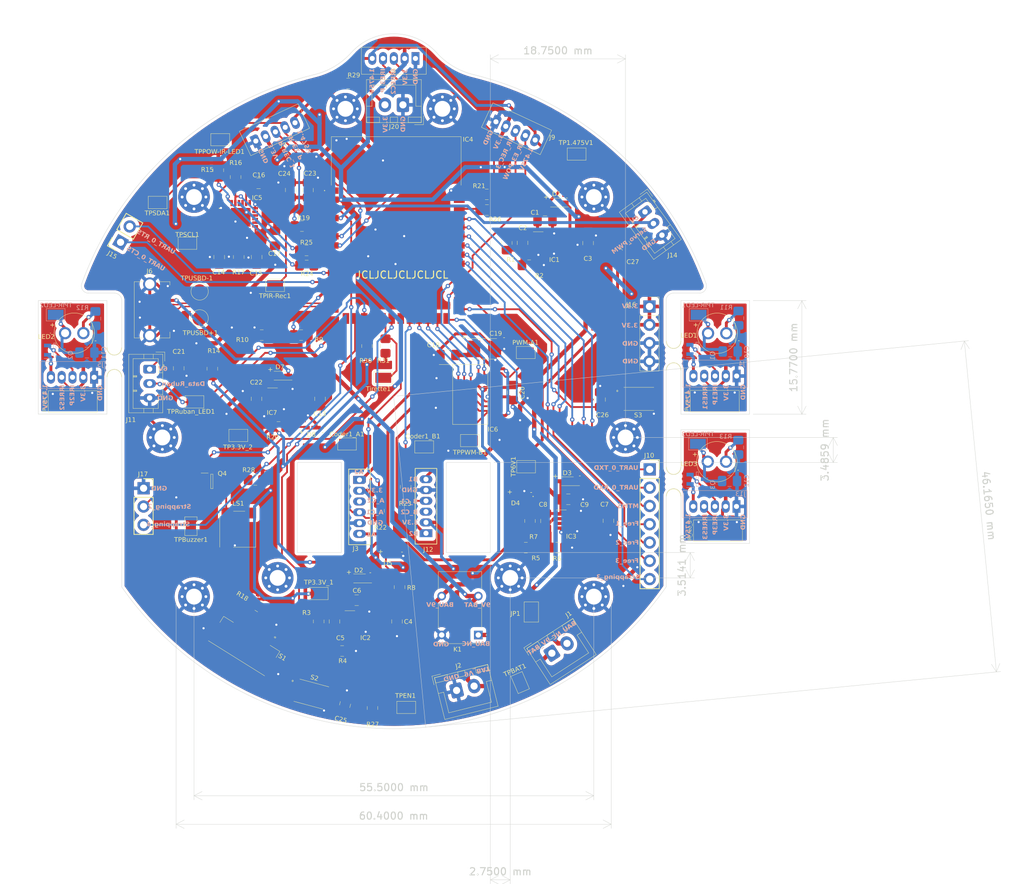
<source format=kicad_pcb>
(kicad_pcb (version 20240108) (generator "pcbnew") (generator_version "8.0")
  (layers (0 "F.Cu" signal) (31 "B.Cu" signal) (34 "B.Paste" user) (35 "F.Paste" user) (36 "B.SilkS" user "B.Silkscreen") (37 "F.SilkS" user "F.Silkscreen") (38 "B.Mask" user) (39 "F.Mask" user) (44 "Edge.Cuts" user))
  (net 0 "")
  (net 1 "+1.475V")
  (net 2 "GND")
  (net 3 "Net-(IC1-FB)")
  (net 4 "+9V_BAT")
  (net 5 "Net-(IC2-FB)")
  (net 6 "TP3.3V_1_Power")
  (net 7 "BAU_9V")
  (net 8 "+6V")
  (net 9 "Net-(IC3-FB)")
  (net 10 "Net-(LED1-A)")
  (net 11 "Net-(LED2-A)")
  (net 12 "Net-(LED3-A)")
  (net 13 "5V_USB_micro")
  (net 14 "Net-(IC5-REGOUT)")
  (net 15 "Net-(IC5-CPOUT)")
  (net 16 "Net-(J11-Pin_1)")
  (net 17 "Enable_pin")
  (net 18 "Strapping_1___")
  (net 19 "Net-(D4-A)")
  (net 20 "Net-(D5-A)")
  (net 21 "Net-(D8-A)")
  (net 28 "Tirette_indic")
  (net 29 "Buzzer_PWM")
  (net 30 "USB_D_-")
  (net 31 "IN_A_1")
  (net 32 "UART_0_TXD___")
  (net 33 "IR_E3_POW")
  (net 34 "Net-(IC4-IO5)")
  (net 35 "Net-(IC4-IO2)")
  (net 36 "___Strapping_2")
  (net 37 "IN_B_2")
  (net 38 "PWM_B")
  (net 39 "Servo_PWM")
  (net 40 "___Strapping_4")
  (net 41 "Data_Ruban")
  (net 42 "Team_indic")
  (net 43 "IR_E2_POW")
  (net 44 "Strapping_3___")
  (net 45 "BAT_lvl")
  (net 46 "UART_0_RXD___")
  (net 47 "MTMS___")
  (net 48 "___UART_0_CTS")
  (net 49 "IN_A_2")
  (net 50 "Net-(IC4-IO14)")
  (net 51 "USB_D_+")
  (net 52 "PWM_A")
  (net 53 "Net-(IC4-IO1)")
  (net 54 "IR_E1_POW")
  (net 55 "___UART_0_RTS")
  (net 56 "Net-(IC4-IO13)")
  (net 57 "IN_B_1")
  (net 63 "SCL")
  (net 64 "SDA")
  (net 70 "AD0")
  (net 72 "B01")
  (net 73 "A02")
  (net 74 "A01")
  (net 77 "IR_RES_1")
  (net 78 "IR_RES_2")
  (net 79 "IR_RES_3")
  (net 80 "BAU_NC")
  (net 81 "encoderB_C1")
  (net 82 "encoderB_C2")
  (net 83 "encoderA_C2")
  (net 84 "encoderA_C1")
  (net 85 "Net-(J20-Pin_2)")
  (net 86 "Net-(LED1-K)")
  (net 87 "Net-(LED2-K)")
  (net 88 "Net-(LED3-K)")
  (net 89 "Net-(LS1-+)")
  (net 91 "Net-(Q4-D)")
  (net 92 "Net-(S1-COM)")
  (net 99 "B02")
  (net 103 "free_1")
  (net 104 "free_2")
  (net 105 "free_3")
  (net 106 "Net-(IC4-IO16)")
  (net 107 "Net-(IC4-IO15)")
  (footprint "MountingHole:MountingHole_2.2mm_M2_Pad_Via" (layer "F.Cu") (at 132.037844 117.258356)
    (property "Reference" "H9" (hide yes))
    (property "Value" "MH_Pad")
  )
  (footprint "Resistor_SMD:R_0805_2012Metric_Pad1.20x1.40mm_HandSolder" (layer "F.Cu") (at 166.49 113.055)
    (property "Reference" "R5")
    (property "Value" "2M")
  )
  (footprint "MountingHole:MountingHole_2.2mm_M2_Pad_Via" (layer "F.Cu") (at 116.037844 97.758356)
    (property "Reference" "H10" (hide yes))
    (property "Value" "MH_Pad")
  )
  (footprint "Resistor_SMD:R_0805_2012Metric_Pad1.20x1.40mm_HandSolder" (layer "F.Cu") (at 137.74 123.31 -90)
    (property "Reference" "R3")
    (property "Value" "2M")
  )
  (footprint "Capacitor_SMD:C_0805_2012Metric_Pad1.18x1.45mm_HandSolder" (layer "F.Cu") (at 148.6 123.3125 -90)
    (property "Reference" "C4")
    (property "Value" "1u")
  )
  (footprint "LEDs_ASCKCG00-NW5X5020302:ASCKCG00NW5X5020302" (layer "F.Cu") (at 136.825 96.4)
    (property "Reference" "D8")
    (property "Value" "3.3V_usb_LED" (hide yes))
  )
  (footprint "Connector_PinSocket_2.54mm:PinSocket_1x04_P2.54mm_Vertical" (layer "F.Cu") (at 183.65 79.57)
    (property "Reference" "J16")
    (property "Value" "GND_Pins")
  )
  (footprint "Capacitor_SMD:C_0805_2012Metric_Pad1.18x1.45mm_HandSolder" (layer "F.Cu") (at 172.3875 106.35)
    (property "Reference" "C9")
    (property "Value" "2.2u")
  )
  (footprint "Test_hooks:S275146R" (layer "F.Cu") (at 149.89 135.25)
    (property "Reference" "TPEN1")
    (property "Value" "EN_pin_TP" (hide yes))
  )
  (footprint "Test_hooks:S275146R" (layer "F.Cu") (at 152.38 99.07)
    (property "Reference" "Coder1_B1")
    (property "Value" "EncoderB_C1_TP" (hide yes))
  )
  (footprint "Resistor_SMD:R_0805_2012Metric_Pad1.20x1.40mm_HandSolder" (layer "F.Cu") (at 129.461951 121.240081 -32)
    (property "Reference" "R18")
    (property "Value" "10k")
  )
  (footprint "Test_hooks:S275146R" (layer "F.Cu") (at 137.74 119.43)
    (property "Reference" "TP3.3V_1")
    (property "Value" "3.3V_TP" (hide yes))
  )
  (footprint "Capacitor_SMD:C_0805_2012Metric_Pad1.18x1.45mm_HandSolder" (layer "F.Cu") (at 137.93 92.39 90)
    (property "Reference" "C13")
    (property "Value" "1u")
  )
  (footprint "Connector_JST:JST_XH_B2B-XH-A_1x02_P2.50mm_Vertical" (layer "F.Cu") (at 156.880122 132.892999 14)
    (property "Reference" "J2")
    (property "Value" "JST_BAT_2.54mm")
  )
  (footprint "Switch_Buttons:SS312SAH4" (layer "F.Cu") (at 127.27243 126.918735 58)
    (property "Reference" "S1")
    (property "Value" "SS312SAH4" (hide yes))
  )
  (footprint "JST_Connectors:JST_ZH_1x05_P1.50mm_Vertical" (layer "F.Cu") (at 161.912583 51.284254 -25)
    (property "Reference" "J9")
    (property "Value" "IR_sensor_3_connector_main_board" (hide yes))
  )
  (footprint "Resistor_SMD:R_0805_2012Metric_Pad1.20x1.40mm_HandSolder" (layer "F.Cu") (at 128.94 103.66 180)
    (property "Reference" "R28")
    (property "Value" "3")
  )
  (footprint "ESP32_S3_Module:ESP32S3WROOM1N16R8" (layer "F.Cu") (at 148.5 68.73)
    (property "Reference" "IC4")
    (property "Value" "ESP32-S3-WROOM-1-N16R8" (hide yes))
  )
  (footprint "Connector_JST:JST_PH_B3B-PH-K_1x03_P2.00mm_Vertical" (layer "F.Cu") (at 183.028686 66.423286 -54)
    (property "Reference" "J14")
    (property "Value" "Servo_JTS_PH_3pin")
  )
  (footprint "220u_Polarized_Bulk_Capacitor:CAPPM3528X210N" (layer "F.Cu") (at 160.705 85.46)
    (property "Reference" "C19")
    (property "Value" "220u" (hide yes))
  )
  (footprint "MountingHole:MountingHole_2.2mm_M2_Pad_Via" (layer "F.Cu") (at 120.430001 119.862278)
    (property "Reference" "H3" (hide yes))
    (property "Value" "MH_Pad")
  )
  (footprint "JST_Connectors:JST_ZH_1x06_P1.5mm_no_Connector" (layer "F.Cu") (at 151.13 112.56 90)
    (property "Reference" "J3")
    (property "Value" "Motor-encoder_B" (hide yes))
  )
  (footprint "Relay_IMB06ITS:IMB03ITS" (layer "F.Cu") (at 159.89 125.19 90)
    (property "Reference" "K1")
    (property "Value" "IMB06ITS" (hide yes))
  )
  (footprint "LDO_TLV76701DGNR:SOP65P490X110-9N" (layer "F.Cu") (at 170.41 70.7475)
    (property "Reference" "IC1")
    (property "Value" "LDO_1.475V" (hide yes))
  )
  (footprint "Test_hooks:S275146R" (layer "F.Cu") (at 120 110.08 90)
    (property "Reference" "TPBuzzer1")
    (property "Value" "Buzzer_PWM_TP" (hide yes))
  )
  (footprint "MountingHole:MountingHole_2.2mm_M2_Pad_Via" (layer "F.Cu") (at 180.322157 97.758356)
    (property "Reference" "H7" (hide yes))
    (property "Value" "MH_Pad")
  )
  (footprint "Resistor_SMD:R_0805_2012Metric_Pad1.20x1.40mm_HandSolder" (layer "F.Cu") (at 167.07 109.355 90)
    (property "Reference" "R7")
    (property "Value" "135")
  )
  (footprint "Motor_Driver_TB6612FNG:SOP65P760X160-24N" (layer "F.Cu") (at 158.775 91.79)
    (property "Reference" "IC6")
    (property "Value" "TB6612FNG,C,8,EL" (hide yes))
  )
  (footprint "MountingHole:MountingHole_2.2mm_M2_Pad_Via" (layer "F.Cu") (at 154.911001 52.112278)
    (property "Reference" "H6" (hide yes))
    (property "Value" "MH_Pad")
  )
  (footprint "Resistor_SMD:R_0805_2012Metric_Pad1.20x1.40mm_HandSolder" (layer "F.Cu") (at 161.09 66.17 180)
    (property "Reference" "R26")
    (property "Value" "10k")
  )
  (footprint "Capacitor_SMD:C_0805_2012Metric_Pad1.18x1.45mm_HandSolder" (layer "F.Cu") (at 155.6775 86.3)
    (property "Reference" "C18")
    (property "Value" "0.1u")
  )
  (footprint "Resistor_SMD:R_0805_2012Metric_Pad1.20x1.40mm_HandSolder" (layer "F.Cu") (at 123.8 60.64 90)
    (property "Reference" "R15")
    (property "Value" "2.2k")
  )
  (footprint "Test_hooks:S275146R" (layer "F.Cu") (at 166.53 101.82)
    (property "Reference" "TP6V1")
    (property "Value" "6V_TP" (hide yes))
  )
  (footprint "Test_hooks:S275146R" (layer "F.Cu") (at 165.7 131.8 113)
    (property "Reference" "TPBAT1")
    (property "Value" "9V_TP" (hide yes))
  )
  (footprint "JST_Connectors:JST_ZH_1x05_P1.50mm_Vertical" (layer "F.Cu") (at 152.67 47.32 180)
    (property "Reference" "J8")
    (property "Value" "IR_sensor_2_connector_main_board" (hide yes))
  )
  (footprint "LDO_TLV76701DGNR:SOP65P490X110-9N" (layer "F.Cu") (at 133.53 92.425)
    (property "Reference" "IC7")
    (property "Value" "LDO_3.3V_bis" (hide yes))
  )
  (footprint "IR_Emiter_TSAL6200:TSAL6200" (layer "F.Cu") (at 193.01 101.12)
    (property "Reference" "LED3")
    (property "Value" "TSAL6200" (hide yes))
  )
  (footprint "Shottky_diode_BAT20JFILM:SOD2512X113N" (layer "F.Cu") (at 172.27 103.84 180)
    (property "Reference" "D3")
    (property "Value" "shottky_byass_3" (hide yes))
  )
  (footprint "Test_hooks:S275146R" (layer "F.Cu") (at 158.72 98.19 180)
    (property "Reference" "TPPWM-B1")
    (property "Value" "PWM_B_TP" (hide yes))
  )
  (footprint "LDO_TLV76701DGNR:SOP65P490X110-9N" (layer "F.Cu") (at 173.62 109.37)
    (property "Reference" "IC3")
    (property "Value" "LDO_6V" (hide yes))
  )
  (footprint "Connector_PinSocket_2.54mm:PinSocket_1x07_P2.54mm_Vertical" (layer "F.Cu") (at 183.68 102.19)
    (property "Reference" "J10")
    (property "Value" "unused_pin_3")
  )
  (footprint "LEDs_ASCKCG00-NW5X5020302:ASCKCG00NW5X5020302" (layer "F.Cu") (at 165.75 105.95)
    (property "Reference" "D4")
    (property "Value" "6V_LED" (hide yes))
  )
  (footprint "Resistor_SMD:R_0805_2012Metric_Pad1.20x1.40mm_HandSolder" (layer "F.Cu") (at 144.44 85.06 -90)
    (property "Reference" "R30")
    (property "Value" "10k")
  )
  (footprint "MountingHole:MountingHole_2.2mm_M2_Pad_Via" (layer "F.Cu") (at 120.430001 64.362278)
    (property "Reference" "H1" (hide yes))
    (property "Value" "MH_Pad")
  )
  (footprint "Resistor_SMD:R_0805_2012Metric_Pad1.20x1.40mm_HandSolder" (layer "F.Cu") (at 135.41 68.4 180)
    (property "Reference" "R19")
    (property "Value" "10k")
  )
  (footprint "Shottky_diode_BAT20JFILM:SOD2512X113N" (layer "F.Cu") (at 170.73 65.13 180)
    (property "Reference" "D1")
    (property "Value" "shottky_byass_1" (hide yes))
  )
  (footprint "JST_Connectors:JST_ZH_1x05_P1.50mm_Vertical" (layer "F.Cu") (at 126.722931 55.22576 25)
    (property "Reference" "J7")
    (property "Value" "IR_sensor_1_connector_main_board" (hide yes))
  )
  (footprint "IR_rec_module:IR_receiver_TSSP77038TT" (layer "F.Cu") (at 194.61 91.515 180)
    (property "Reference" "IR_rec_1")
    (property "Value" "~")
  )
  (footprint "Resistor_SMD:R_0805_2012Metric_Pad1.20x1.40mm_HandSolder" (layer "F.Cu") (at 129.83 83.54 180)
    (property "Reference" "R10")
    (property "Value" "2M")
  )
  (footprint "Buzzer_CMT-0525-75_SMT-TR:CMT052575SMTTR" (layer "F.Cu") (at 126.5 110.5 -90)
    (property "Reference" "LS1")
    (property "Value" "CMT-0525-75-SMT-TR" (hide yes))
  )
  (footprint "Mouse_bites_Panelization.pretty-master:mouse-bite-2mm-slot" (layer "F.Cu") (at 187 86.39 90)
    (property "Reference" "mouse-bite-2mm-slot" (hide yes))
    (property "Value" "VAL**" (hide yes))
  )
  (footprint "Mouse_bites_Panelization.pretty-master:mouse-bite-2mm-slot" (layer "F.Cu") (at 109.37 87.31 90)
    (property "Reference" "mouse-bite-2mm-slot" (hide yes))
    (property "Value" "VAL**" (hide yes))
  )
  (footprint "Shottky_diode_BAT20JFILM:SOD2512X113N" (layer "F.Cu") (at 132.36 89.18 180)
    (property "Reference" "D7")
    (property "Value" "shottky_byass_4" (hide yes))
  )
  (footprint "Resistor_SMD:R_0805_2012Metric_Pad1.20x1.40mm_HandSolder" (layer "F.Cu") (at 132.16 96.3)
    (property "Reference" "R20")
    (property "Value" "15")
  )
  (footprint "Jumper:SolderJumper-2_P1.3mm_Open_Pad1.0x1.5mm" (layer "F.Cu") (at 167.25 122 90)
    (property "Reference" "JP1")
    (property "Value" "relays_byPass")
  )
  (footprint "Test_hooks:S275146R" (layer "F.Cu") (at 146.7 89.47)
    (property "Reference" "Tirette1")
    (property "Value" "tirette_TP" (hide yes))
  )
  (footprint "LEDs_ASCKCG00-NW5X5020302:ASCKCG00NW5X5020302" (layer "F.Cu") (at 147.835 114.22)
    (property "Reference" "D5")
    (property "Value" "3.3V_LED" (hide yes))
  )
  (footprint "Test_hooks:S275146R" (layer "F.Cu") (at 131.69 76.63)
    (property "Reference" "TPIR-Rec1")
    (property "Value" "IR_REC_1_res_TP" (hide yes))
  )
  (footprint "Resistor_SMD:R_0805_2012Metric_Pad1.20x1.40mm_HandSolder" (layer "F.Cu") (at 146.1 107.94 90)
    (property "Reference" "R22")
    (property "Value" "10k")
  )
  (footprint "Capacitor_SMD:C_0805_2012Metric_Pad1.18x1.45mm_HandSolder" (layer "F.Cu") (at 131.68 70.09 -90)
    (property "Reference" "C17")
    (property "Value" "0.1u")
  )
  (footprint "Capacitor_SMD:C_0805_2012Metric_Pad1.18x1.45mm_HandSolder" (layer "F.Cu") (at 177.95 109.33 -90)
    (property "Reference" "C7")
    (property "Value" "1u")
  )
  (footprint "JST_Connectors:JST_ZH_1x06_P1.5mm_no_Connector" (layer "F.Cu") (at 144.9 102.15 -90)
    (property "Reference" "J12")
    (property "Value" "Motor-encoder_A" (hide yes))
  )
  (footprint "Test_hooks:S275146R" (layer "F.Cu") (at 126.58 97.48)
    (property "Reference" "TP3.3V_2")
    (property "Value" "3.3V_usb_TP" (hide yes))
  )
  (footprint "Capacitor_SMD:C_0805_2012Metric_Pad1.18x1.45mm_HandSolder" (layer "F.Cu") (at 169.28 109.355 -90)
    (property "Reference" "C8")
    (property "Value" "10p")
  )
  (footprint "Resistor_SMD:R_0805_2012Metric_Pad1.20x1.40mm_HandSolder" (layer "F.Cu") (at 126.21 61.59 -90)
    (property "Reference" "R16")
    (property "Value" "2.2k")
  )
  (footprint "Resistor_SMD:R_0805_2012Metric_Pad1.20x1.40mm_HandSolder" (layer "F.Cu") (at 166.95 73.83)
    (property "Reference" "R2")
    (property "Value" "592k")
  )
  (footprint "Resistor_SMD:R_0805_2012Metric_Pad1.20x1.40mm_HandSolder" (layer "F.Cu") (at 145.2 135.33 90)
    (property "Reference" "R27")
    (property "Value" "10k")
  )
  (footprint "Connector_JST:JST_PH_B3B-PH-K_1x03_P2.00mm_Vertical" (layer "F.Cu") (at 114.27 88.27 -90)
    (property "Reference" "J11")
    (property "Value" "JST_Ruban_LED")
  )
  (footprint "Capacitor_SMD:C_0805_2012Metric_Pad1.18x1.45mm_HandSolder" (layer "F.Cu") (at 164.675 91.5125 -90)
    (property "Reference" "C20")
    (property "Value" "0.1u")
  )
  (footprint "MountingHole:MountingHole_2.2mm_M2_Pad_Via" (layer "F.Cu") (at 164.322157 117.258356)
    (property "Reference" "H8" (hide yes))
    (property "Value" "MH_Pad")
  )
  (footprint "Test_hooks:S275146R" (layer "F.Cu") (at 120.5 92.81)
    (property "Reference" "TPRuban_LED1")
    (property "Value" "Data_Ruban_TP" (hide yes))
  )
  (footprint "Resistor_SMD:R_0805_2012Metric_Pad1.20x1.40mm_HandSolder" (layer "F.Cu") (at 126.64 72.69 90)
    (property "Reference" "R17")
    (property "Value" "4.7k")
  )
  (footprint "Test_hooks:S275146R" (layer "F.Cu") (at 124.07 56.4)
    (property "Reference" "TPPOW-IR-LED1")
    (property "Value" "IR_LED_1_Mosfet_TP" (hide yes))
  )
  (footprint "Mosfet_Transistor_DMN3065LW-7:SOT65P210X110-3N" (layer "F.Cu") (at 122.91 103.86)
    (property "Reference" "Q4")
    (property "Value" "DMN3065LW-7" (hide yes))
  )
  (footprint "Resistor_SMD:R_0805_2012Metric_Pad1.20x1.40mm_HandSolder" (layer "F.Cu") (at 147.01 85.05 -90)
    (property "Reference" "R31")
    (property "Value" "10k")
  )
  (footprint "Capacitor_SMD:C_0805_2012Metric_Pad1.18x1.45mm_HandSolder" (layer "F.Cu") (at 129.11 92.39 -90)
    (property "Reference" "C22")
    (property "Value" "2.2u")
  )
  (footprint "IR_Emiter_TSAL6200:TSAL6200" (layer "F.Cu") (at 193.05 83.285)
    (property "Reference" "LED1")
    (property "Value" "TSAL6200" (hide yes))
  )
  (footprint "Resistor_SMD:R_0805_2012Metric_Pad1.20x1.40mm_HandSolder" (layer "F.Cu") (at 140.99 127.41)
    (property "Reference" "R4")
    (property "Value" "640k")
  )
  (footprint "Capacitor_SMD:C_0805_2012Metric_Pad1.18x1.45mm_HandSolder" (layer "F.Cu") (at 123.93 72.7 -90)
    (property "Reference" "C14")
    (property "Value" "10n")
  )
  (footprint "Resistor_SMD:R_0805_2012Metric_Pad1.20x1.40mm_HandSolder" (layer "F.Cu") (at 136.07 73.88)
    (property "Reference" "R24")
    (property "Value" "10k")
  )
  (footprint "USB_micro_female_connector:USB307530A" (layer "F.Cu") (at 114.29 80.03 -90)
    (property "Reference" "J6")
    (property "Value" "Micro_USB_pads_USB3075-30-A" (hide yes))
  )
  (footprint "Connector_PinSocket_2.54mm:PinSocket_1x03_P2.54mm_Vertical" (layer "F.Cu") (at 113.43 104.81)
    (property "Reference" "J17")
    (property "Value" "unused_pin_1")
  )
  (footprint "Capacitor_SMD:C_0805_2012Metric_Pad1.18x1.45mm_HandSolder" (layer "F.Cu") (at 141.4 134.85 76)
    (property "Reference" "C25")
    (property "Value" "0.1u")
  )
  (footprint "Resistor_SMD:R_0805_2012Metric_Pad1.20x1.40mm_HandSolder" (layer "F.Cu") (at 163.84 70.74 -90)
    (property "Reference" "R1")
    (property "Value" "500k")
  )
  (footprint "MountingHole:MountingHole_2.2mm_M2_Pad_Via" (layer "F.Cu") (at 175.930001 119.862278)
    (property "Reference" "H4" (hide yes))
    (property "Value" "MH_Pad")
  )
  (footprint "LDO_TLV76701DGNR:SOP65P490X110-9N" (layer "F.Cu") (at 144.27 123.37)
    (property "Reference" "IC2")
    (property "Value" "LDO_3.3V" (hide yes))
  )
  (footprint "Capacitor_SMD:C_0805_2012Metric_Pad1.18x1.45mm_HandSolder" (layer "F.Cu") (at 129.13 72.7 -90)
    (property "Reference" "C15")
    (property "Value" "0.1u")
  )
  (footprint "Capacitor_SMD:C_0805_2012Metric_Pad1.18x1.45mm_HandSolder" (layer "F.Cu") (at 176.8 92.4925 90)
    (property "Reference" "C26")
    (property "Value" "0.1u")
  )
  (footprint "Capacitor_SMD:C_0805_2012Metric_Pad1.18x1.45mm_HandSolder" (layer "F.Cu") (at 139.93 123.3125 -90)
    (property "Reference" "C5")
    (property "Value" "10p")
  )
  (footprint "Capacitor_SMD:C_0805_2012Metric_Pad1.18x1.45mm_HandSolder" (layer "F.Cu") (at 169.15 67.71)
    (property "Reference" "C1")
    (property "Value" "2.2u")
  )
  (footprint "Connector_JST:JST_XH_B2B-XH-A_1x02_P2.50mm_Vertical" (layer "F.Cu") (at 149.43 51.56 180)
    (property "Reference" "J20")
    (property "Value" "JST_Jack_2.54mm")
  )
  (footprint "Push_Buttons:PTS810SJG250SMTRLFS" (layer "F.Cu") (at 182.184999 92.395)
    (property "Reference" "S3")
    (property "Value" "BOOT_button" (hide yes))
  )
  (footprint "Resistor_SMD:R_0805_2012Metric_Pad1.20x1.40mm_HandSolder" (layer "F.Cu") (at 135.3 83.54 180)
    (property "Reference" "R9")
    (property "Value" "2M")
  )
  (footprint "Shottky_diode_BAT20JFILM:SOD2512X113N" (layer "F.Cu") (at 143.41 117.34 180)
    (property "Reference" "D2")
    (property "Value" "shottky_byass_2" (hide yes))
  )
  (footprint "IR_Emiter_TSAL6200:TSAL6200" (layer "F.Cu") (at 103.804851 83.27004)
    (property "Reference" "LED2")
    (property "Value" "TSAL6200" (hide yes))
  )
  (footprint "IR_rec_module:IR_receiver_TSSP77038TT" (layer "F.Cu") (at 105.494851 91.57004 180)
    (property "Reference" "IR_rec_2")
    (property "Value" "~")
  )
  (footprint "Resistor_SMD:R_0805_2012Metric_Pad1.20x1.40mm_HandSolder" (layer "F.Cu") (at 148.97 118.54 90)
    (property "Reference" "R8")
    (property "Value" "15")
  )
  (footprint "Capacitor_SMD:C_0805_2012Metric_Pad1.18x1.45mm_HandSolder" (layer "F.Cu") (at 118.31 88.1475 -90)
    (property "Reference" "C21")
    (property "Value" "2.2u")
  )
  (footprint "Resistor_SMD:R_0805_2012Metric_Pad1.20x1.40mm_HandSolder" (layer "F.Cu") (at 170.86 113.055)
    (property "Reference" "R6")
    (property "Value" "732k")
  )
  (footprint "Capacitor_SMD:C_0805_2012Metric_Pad1.18x1.45mm_HandSolder" (layer "F.Cu") (at 129.3925 62.46)
    (property "Reference" "C16")
    (property "Value" "2.2n")
  )
  (footprint "MountingHole:MountingHole_2.2mm_M2_Pad_Via" (layer "F.Cu") (at 141.449001 52.112278)
    (property "Reference" "H5" (hide yes))
    (property "Value" "MH_Pad")
  )
  (footprint "Capacitor_SMD:C_0805_2012Metric_Pad1.18x1.45mm_HandSolder" (layer "F.Cu") (at 133.86 63.39 90)
    (property "Reference" "C24")
    (property "Value" "10u")
  )
  (footprint "IR_rec_module:IR_receiver_TSSP77038TT" (layer "F.Cu") (at 195.06 109.5 180)
    (property "Reference" "IR_rec_3")
    (property "Value" "~")
  )
  (footprint "Mouse_bites_Panelization.pretty-master:mouse-bite-2mm-slot" (layer "F.Cu") (at 187 103.89 90)
    (property "Reference" "mouse-bite-2mm-slot" (hide yes))
    (property "Value" "VAL**" (hide yes))
  )
  (footprint "Connector_PinSocket_2.54mm:PinSocket_1x02_P2.54mm_Vertical" (layer "F.Cu") (at 110.233349 70.650032 150)
    (property "Reference" "J15")
    (property "Value" "unused_pin_2")
  )
  (footprint "Resistor_SMD:R_0805_2012Metric_Pad1.20x1.40mm_HandSolder" (layer "F.Cu") (at 122.97 88.21 90)
    (property "Reference" "R14")
    (property "Value" "15")
  )
  (footprint "Test_hooks:S275146R" (layer "F.Cu") (at 141.67 98.66)
    (property "Reference" "Coder1_A1")
    (property "Value" "EncoderA_C1_TP" (hide yes))
  )
  (footprint "Resistor_SMD:R_0805_2012Metric_Pad1.20x1.40mm_HandSolder" (layer "F.Cu") (at 136.05 71.79)
    (property "Reference" "R25")
    (property "Value" "10k")
  )
  (footprint "Capacitor_SMD:C_0805_2012Metric_Pad1.18x1.45mm_HandSolder" (layer "F.Cu") (at 175.14 70.76 90)
    (property "Reference" "C3")
    (property "Value" "1u")
  )
  (footprint "Test_hooks:S275146R" (layer "F.Cu") (at 166.48 85.96 180)
    (property "Reference" "PWM-A1")
    (property "Value" "PWM_B_TP" (hide yes))
  )
  (footprint "Test_hooks:S275146R" (layer "F.Cu") (at 115.38 65.12)
    (property "Reference" "TPSDA1")
    (property "Value" "IMU_SDA_TP" (hide yes))
  )
  (footprint "IMU_MPU6050:MPU6050" (layer "F.Cu") (at 126.915 67.175)
    (property "Reference" "IC5")
    (property "Value" "MPU-6050" (hide yes))
  )
  (footprint "Push_Buttons:PTS810SJG250SMTRLFS" (layer "F.Cu") (at 136.733934 133.40458 -15)
    (property "Reference" "S2")
    (property "Value" "RST_button" (hide yes))
  )
  (footprint "Capacitor_SMD:C_0805_2012Metric_Pad1.18x1.45mm_HandSolder" (layer "F.Cu") (at 143.01 120.37)
    (property "Reference" "C6")
    (property "Value" "2.2u")
  )
  (footprint "MountingHole:MountingHole_2.2mm_M2_Pad_Via" (layer "F.Cu") (at 175.930001 64.362278)
    (property "Reference" "H2" (hide yes))
    (property "Value" "MH_Pad")
  )
  (footprint "Resistor_SMD:R_0805_2012Metric_Pad1.20x1.40mm_HandSolder" (layer "F.Cu") (at 161.07 64)
    (property "Reference" "R21")
    (property "Value" "10k")
  )
  (footprint "Test_hooks:S275146R" (layer "F.Cu") (at 173.54 58.4)
    (property "Reference" "TP1.475V1")
    (property "Value" "1.475V_TP" (hide yes))
  )
  (footprint "Capacitor_SMD:C_0805_2012Metric_Pad1.18x1.45mm_HandSolder" (layer "F.Cu") (at 180.35 71.13 -54)
    (property "Reference" "C27")
    (property "Value" "2.2u")
  )
  (footprint "Test_hooks:S275146R" (layer "F.Cu") (at 119.52 70.78)
    (property "Reference" "TPSCL1")
    (property "Value" "IMU_SCL_TP" (hide yes))
  )
  (footprint "Capacitor_SMD:C_0805_2012Metric_Pad1.18x1.45mm_HandSolder" (layer "F.Cu") (at 166.04 70.73 -90)
    (property "Reference" "C2")
    (property "Value" "10p")
  )
  (footprint "Resistor_SMD:R_0805_2012Metric_Pad1.20x1.40mm_HandSolder" (layer "F.Cu") (at 149.81 104.62 90)
    (property "Reference" "R23")
    (property "Value" "10k")
  )
  (footprint "Connector_JST:JST_XH_B2B-XH-A_1x02_P2.50mm_Vertical" (layer "F.Cu") (at 170.105727 127.720497 33)
    (property "Reference" "J1")
    (property "Value" "JST_XH_BAU")
  )
  (footprint "TestPoint:TestPoint_Pad_D2.0mm" (layer "F.Cu") (at 121.21 77.48)
    (property "Reference" "TPUSBD-1")
    (property "Value" "D-_Test_PAD_not_HOOK")
  )
  (footprint "Resistor_SMD:R_0805_2012Metric_Pad1.20x1.40mm_HandSolder" (layer "F.Cu") (at 141.83 48.61)
    (property "Reference" "R29")
    (property "Value" "10k")
  )
  (footprint "TestPoint:TestPoint_Pad_D2.0mm" (layer "F.Cu") (at 121.21 81.21 180)
    (property "Reference" "TPUSBD+1")
    (property "Value" "D+_Test_PAD_not_HOOK")
  )
  (footprint "Capacitor_SMD:C_0805_2012Metric_Pad1.18x1.45mm_HandSolder" (layer "F.Cu") (at 136.25 63.4025 90)
    (property "Reference" "C23")
    (property "Value" "0.1u")
  )
  (footprint "Capacitor_SMD:C_0805_2012Metric_Pad1.18x1.45mm_HandSolder" (layer "B.Cu") (at 105.564851 85.97004)
    (property "Reference" "C11")
    (property "Value" "1uF")
  )
  (footprint "Mosfet_Transistor_DMN3065LW-7:SOT65P210X110-3N" (layer "B.Cu") (at 101.11 85.63)
    (property "Reference" "Q2")
    (property "Value" "DMN3065LW_Mosfet" (hide yes))
  )
  (footprint "Test_hooks:S275146R" (layer "B.Cu") (at 190.38 98.65 180)
    (property "Reference" "TPIR-LED3")
    (property "Value" "IR_LED_3_TP" (hide yes))
  )
  (footprint "JST_Connectors:JST_ZH_1x05_P1.50mm_Vertical" (layer "B.Cu") (at 108.064851 87.20004 180)
    (property "Reference" "J5")
    (property "Value" "IR_sensor_2_connector" (hide yes))
  )
  (footprint "JST_Connectors:JST_ZH_1x05_P1.50mm_Vertical" (layer "B.Cu") (at 197.250001 87.025002 180)
    (property "Reference" "J4")
    (property "Value" "IR_sensor_1_connector" (hide yes))
  )
  (footprint "Resistor_SMD:R_0805_2012Metric_Pad1.20x1.40mm_HandSolder" (layer "B.Cu") (at 195.98 99.13 -90)
    (property "Reference" "R13")
    (property "Value" "1.27")
  )
  (footprint "Test_hooks:S275146R" (layer "B.Cu") (at 190.47 80.725 180)
    (property "Reference" "TPIR-LED1")
    (property "Value" "IR_LED_1_TP" (hide yes))
  )
  (footprint "Capacitor_SMD:C_0805_2012Metric_Pad1.18x1.45mm_HandSolder" (layer "B.Cu") (at 194.86 85.815)
    (property "Reference" "C10")
    (property "Value" "1uF")
  )
  (footprint "JST_Connectors:JST_ZH_1x05_P1.50mm_Vertical" (layer "B.Cu") (at 197.23 105.14 180)
    (property "Reference" "J13")
    (property "Value" "IR_sensor_3_connector" (hide yes))
  )
  (footprint "Mosfet_Transistor_DMN3065LW-7:SOT65P210X110-3N" (layer "B.Cu") (at 190.29 103.56)
    (property "Reference" "Q3")
    (property "Value" "DMN3065LW_Mosfet" (hide yes))
  )
  (footprint "Resistor_SMD:R_0805_2012Metric_Pad1.20x1.40mm_HandSolder" (layer "B.Cu") (at 106.74 81.25 -90)
    (property "Reference" "R12")
    (property "Value" "1.27")
  )
  (footprint "Capacitor_SMD:C_0805_2012Metric_Pad1.18x1.45mm_HandSolder" (layer "B.Cu") (at 194.77 103.81)
    (property "Reference" "C12")
    (property "Value" "1uF")
  )
  (footprint "Test_hooks:S275146R" (layer "B.Cu") (at 101.224851 80.72004 180)
    (property "Reference" "TPIR-LED2")
    (property "Value" "IR_LED_3_TP" (hide yes))
  )
  (footprint "Mosfet_Transistor_DMN3065LW-7:SOT65P210X110-3N" (layer "B.Cu") (at 190.26 85.53)
    (property "Reference" "Q1")
    (property "Value" "DMN3065LW_Mosfet" (hide yes))
  )
  (footprint "Resistor_SMD:R_0805_2012Metric_Pad1.20x1.40mm_HandSolder" (layer "B.Cu") (at 196 81.19 -90)
    (property "Reference" "R11")
    (property "Value" "1.27")
  )
  (gr_arc (start 185.972157 118.508353) (mid 148.18 138.209999) (end 110.387844 118.508351) (stroke (width 0.05)) (layer "Edge.Cuts"))
  (gr_arc (start 109.387845 77.7162) (mid 110.094944 78.0091) (end 110.387844 78.716199) (stroke (width 0.05)) (layer "Edge.Cuts"))
  (gr_line (start 108.344851 94.52004) (end 98.824851 94.52004) (stroke (width 0.05)) (layer "Edge.Cuts"))
  (gr_line (start 140.887844 101.244256) (end 134.787844 101.244256) (stroke (width 0.05)) (layer "Edge.Cuts"))
  (gr_line (start 197.54 112.46) (end 197.54 96.69) (stroke (width 0.05)) (layer "Edge.Cuts"))
  (gr_line (start 188.02 96.69) (end 197.54 96.69) (stroke (width 0.05)) (layer "Edge.Cuts"))
  (gr_arc (start 185.979999 88.399903) (mid 187.000049 87.369951) (end 188.02 88.4) (stroke (width 0.05)) (layer "Edge.Cuts"))
  (gr_line (start 134.787844 113.744256) (end 140.887844 113.744256) (stroke (width 0.05)) (layer "Edge.Cuts"))
  (gr_line (start 98.824851 78.75004) (end 108.344851 78.75004) (stroke (width 0.05)) (layer "Edge.Cuts"))
  (gr_arc (start 142.239361 44.327812) (mid 139.944194 46.21375) (end 137.196268 47.342225) (stroke (width 0.05)) (layer "Edge.Cuts"))
  (gr_line (start 108.344998 89.330043) (end 108.344851 94.52004) (stroke (width 0.05)) (layer "Edge.Cuts"))
  (gr_line (start 185.98 101.87) (end 185.979999 88.399903) (stroke (width 0.05)) (layer "Edge.Cuts"))
  (gr_line (start 188.02 94.53) (end 188.02 88.4) (stroke (width 0.05)) (layer "Edge.Cuts"))
  (gr_line (start 188.02 94.53) (end 197.54 94.53) (stroke (width 0.05)) (layer "Edge.Cuts"))
  (gr_arc (start 159.163733 47.342225) (mid 178.97235 57.807307) (end 191.50819 76.374806) (stroke (width 0.05)) (layer "Edge.Cuts"))
  (gr_line (start 197.54 78.76) (end 188.02 78.76) (stroke (width 0.05)) (layer "Edge.Cuts"))
  (gr_line (start 197.54 94.53) (end 197.54 78.76) (stroke (width 0.05)) (layer "Edge.Cuts"))
  (gr_line (start 197.54 112.46) (end 188.02 112.46) (stroke (width 0.05)) (layer "Edge.Cuts"))
  (gr_line (start 108.344851 78.75004) (end 108.344998 85.310043) (stroke (width 0.05)) (layer "Edge.Cuts"))
  (gr_line (start 155.472157 101.244256) (end 155.472157 113.744256) (stroke (width 0.05)) (layer "Edge.Cuts"))
  (gr_arc (start 188.02 84.38) (mid 186.995001 85.410037) (end 185.980147 84.370003) (stroke (width 0.05)) (layer "Edge.Cuts"))
  (gr_line (start 188.019853 101.879997) (end 188.02 96.69) (stroke (width 0.05)) (layer "Edge.Cuts"))
  (gr_line (start 105.791733 77.7162) (end 109.387845 77.7162) (stroke (width 0.05)) (layer "Edge.Cuts"))
  (gr_line (start 186.979646 77.7162) (end 190.568263 77.7162) (stroke (width 0.05)) (layer "Edge.Cuts"))
  (gr_arc (start 104.851811 76.374806) (mid 117.387649 57.807305) (end 137.196268 47.342225) (stroke (width 0.05)) (layer "Edge.Cuts"))
  (gr_arc (start 188.019853 101.879997) (mid 186.994854 102.910034) (end 185.98 101.87) (stroke (width 0.05)) (layer "Edge.Cuts"))
  (gr_line (start 161.572157 101.244256) (end 155.472157 101.244256) (stroke (width 0.05)) (layer "Edge.Cuts"))
  (gr_arc (start 159.163733 47.342225) (mid 156.415815 46.213736) (end 154.12064 44.327812) (stroke (width 0.05)) (layer "Edge.Cuts"))
  (gr_line (start 140.887844 113.744256) (end 140.887844 101.244256) (stroke (width 0.05)) (layer "Edge.Cuts"))
  (gr_line (start 155.472157 113.744256) (end 161.572157 113.744256) (stroke (width 0.05)) (layer "Edge.Cuts"))
  (gr_line (start 134.787844 101.244256) (end 134.787844 113.744256) (stroke (width 0.05)) (layer "Edge.Cuts"))
  (gr_line (start 185.972157 118.508353) (end 185.979852 105.8999) (stroke (width 0.05)) (layer "Edge.Cuts"))
  (gr_line (start 110.387844 78.716199) (end 110.384999 85.31014) (stroke (width 0.05)) (layer "Edge.Cuts"))
  (gr_arc (start 185.979852 105.8999) (mid 186.999902 104.869948) (end 188.019853 105.899997) (stroke (width 0.05)) (layer "Edge.Cuts"))
  (gr_line (start 148.14 92.04) (end 152.59 137.99) (stroke (width 0.05)) (layer "Edge.Cuts"))
  (gr_arc (start 185.972157 78.716178) (mid 186.267711 78.006435) (end 186.979646 77.7162) (stroke (width 0.05)) (layer "Edge.Cuts"))
  (gr_arc (start 105.791733 77.7162) (mid 104.972761 77.290056) (end 104.851811 76.374806) (stroke (width 0.05)) (layer "Edge.Cuts"))
  (gr_line (start 188.02 112.46) (end 188.019853 105.899997) (stroke (width 0.05)) (layer "Edge.Cuts"))
  (gr_line (start 98.824851 78.75004) (end 98.824851 94.52004) (stroke (width 0.05)) (layer "Edge.Cuts"))
  (gr_arc (start 191.50819 76.374806) (mid 191.387231 77.290046) (end 190.568263 77.716176) (stroke (width 0.05)) (layer "Edge.Cuts"))
  (gr_line (start 161.572157 113.744256) (end 161.572157 101.244256) (stroke (width 0.05)) (layer "Edge.Cuts"))
  (gr_line (start 110.384851 89.34004) (end 110.387844 118.508351) (stroke (width 0.05)) (layer "Edge.Cuts"))
  (gr_line (start 185.972157 78.716178) (end 185.98 84.37) (stroke (width 0.05)) (layer "Edge.Cuts"))
  (gr_arc (start 108.344998 89.330043) (mid 109.37 88.3) (end 110.384851 89.34004) (stroke (width 0.05)) (layer "Edge.Cuts"))
  (gr_arc (start 142.239361 44.327812) (mid 148.18 41.685871) (end 154.12064 44.327812) (stroke (width 0.05)) (layer "Edge.Cuts"))
  (gr_arc (start 110.384999 85.31014) (mid 109.364953 86.340086) (end 108.344998 85.310043) (stroke (width 0.05)) (layer "Edge.Cuts"))
  (gr_line (start 188.02 78.76) (end 188.02 84.38) (stroke (width 0.05)) (layer "Edge.Cuts"))
  (gr_text "Strapping_2" (at 120.03 107.76 0) (layer "B.SilkS") (effects (font (size 0.635 0.635) (thickness 0.15875) (bold yes)) (justify left bottom mirror)))
  (gr_text "GND" (at 182.08 85.12 0) (layer "B.SilkS") (effects (font (size 0.635 0.635) (thickness 0.15875) (bold yes)) (justify left bottom mirror)))
  (gr_text "1.475V" (at 189.43 90.23 90) (layer "B.SilkS") (effects (font (size 0.635 0.635) (thickness 0.15875) (bold yes)) (justify left bottom mirror)))
  (gr_text "GND" (at 117.56 92.69 0) (layer "B.SilkS") (effects (font (size 0.635 0.635) (thickness 0.15875) (bold yes)) (justify left bottom mirror)))
  (gr_text "1.475V" (at 189.42 108.28 90) (layer "B.SilkS") (effects (font (size 0.635 0.635) (thickness 0.15875) (bold yes)) (justify left bottom mirror)))
  (gr_text "1.475V" (at 145.54 46.49 90) (layer "B.SilkS") (effects (font (size 0.635 0.635) (thickness 0.15875) (bold yes)) (justify left bottom mirror)))
  (gr_text "A2" (at 143.96 102.98 0) (layer "B.SilkS") (effects (font (size 0.635 0.635) (thickness 0.15875) (bold yes)) (justify left bottom mirror)))
  (gr_text "A1" (at 145.69 111.64 0) (layer "B.SilkS") (effects (font (size 0.635 0.635) (thickness 0.15875) (bold yes)) (justify left bottom mirror)))
  (gr_text "BAU_NC" (at 161.52 126.81 0) (layer "B.SilkS") (effects (font (size 0.635 0.635) (thickness 0.15875) (bold yes)) (justify left bottom mirror)))
  (gr_text "IR_REC_1" (at 132.61 56.13 116) (layer "B.SilkS") (effects (font (size 0.635 0.635) (thickness 0.15875) (bold yes)) (justify left bottom mirror)))
  (gr_text "6V" (at 116.77 88.62 0) (layer "B.SilkS") (effects (font (size 0.635 0.635) (thickness 0.15875) (bold yes)) (justify left bottom mirror)))
  (gr_text "GND" (at 107.79 90.47 90) (layer "B.SilkS") (effects (font (size 0.635 0.635) (thickness 0.15875) (bold yes)) (justify left bottom mirror)))
  (gr_text "3.3V" (at 182.04 82.6 0) (layer "B.SilkS") (effects (font (size 0.635 0.635) (thickness 0.15875) (bold yes)) (justify left bottom mirror)))
  (gr_text "IRRES3" (at 191.78 108.37 90) (layer "B.SilkS") (effects (font (size 0.635 0.635) (thickness 0.15875) (bold yes)) (justify left bottom mirror)))
  (gr_text "B_C2" (at 151.5 108.53 0) (layer "B.SilkS") (effects (font (size 0.635 0.635) (thickness 0.15875) (bold yes)) (justify left bottom mirror)))
  (gr_text "GND" (at 129.94 57.48 116) (layer "B.SilkS") (effects (font (size 0.635 0.635) (thickness 0.15875) (bold yes)) (justify left bottom mirror)))
  (gr_text "IRE3P" (at 193.17 108.39 90) (layer "B.SilkS") (effects (font (size 0.635 0.635) (thickness 0.15875) (bold yes)) (justify left bottom mirror)))
  (gr_text "3.3V" (at 182.08 79.91 0) (layer "B.SilkS") (effects (font (size 0.635 0.635) (thickness 0.15875) (bold yes)) (justify left bottom mirror)))
  (gr_text "GND" (at 149.85 53.14 90) (layer "B.SilkS") (effects (font (size 0.635 0.635) (thickness 0.15875) (bold yes)) (justify left bottom mirror)))
  (gr_text "9V_BAT" (at 161.58 121.41 0) (layer "B.SilkS") (effects (font (size 0.635 0.635) (thickness 0.15875) (bold yes)) (justify left bottom mirror)))
  (gr_text "1.475V" (at 135.37 54.88 116) (layer "B.SilkS") (effects (font (size 0.635 0.635) (thickness 0.15875) (bold yes)) (justify left bottom mirror)))
  (gr_text "BAU_NC" (at 173.63 123.76 35) (layer "B.SilkS") (effects (font (size 0.635 0.635) (thickness 0.15875) (bold yes)) (justify left bottom mirror)))
  (gr_text "Strapping_4" (at 119.86 110.21 0) (layer "B.SilkS") (effects (font (size 0.635 0.635) (thickness 0.15875) (bold yes)) (justify left bottom mirror)))
  (gr_text "B_C1" (at 151.49 107.04 0) (layer "B.SilkS") (effects (font (size 0.635 0.635) (thickness 0.15875) (bold yes)) (justify left bottom mirror)))
  (gr_text "9V_BAT" (at 157.84 130.3 194) (layer "B.SilkS") (effects (font (size 0.635 0.635) (thickness 0.15875) (bold yes)) (justify left bottom mirror)))
  (gr_text "Strapping_3" (at 182.28 117.53 0) (layer "B.SilkS") (effects (font (size 0.635 0.635) (thickness 0.15875) (bold yes)) (justify left bottom mirror)))
  (gr_text "IRRES2" (at 102.53 90.43 90) (layer "B.SilkS") (effects (font (size 0.635 0.635) (thickness 0.15875) (bold yes)) (justify left bottom mirror)))
  (gr_text "Free_3" (at 182.15 115.28 0) (layer "B.SilkS") (effects (font (size 0.635 0.635) (thickness 0.15875) (bold yes)) (justify left bottom mirror)))
  (gr_text "GND" (at 184.71 70.7 35) (layer "B.SilkS") (effects (font (size 0.635 0.635) (thickness 0.15875) (bold yes)) (justify left bottom mirror)))
  (gr_text "9V_BAT" (at 170.04 126.06 35) (layer "B.SilkS") (effects (font (size 0.635 0.635) (thickness 0.15875) (bold yes)) (justify left bottom mirror)))
  (gr_text "3.3V" (at 131.3 56.79 116) (layer "B.SilkS") (effects (font (size 0.635 0.635) (thickness 0.15875) (bold yes)) (justify left bottom mirror)))
  (gr_text "3.3V" (at 194.69 108.46 90) (layer "B.SilkS") (effects (font (size 0.635 0.635) (thickness 0.15875) (bold yes)) (justify left bottom mirror)))
  (gr_text "Servo_PWM" (at 183.5 69.06 35) (layer "B.SilkS") (effects (font (size 0.635 0.635) (thickness 0.15875) (bold yes)) (justify left bottom mirror)))
  (gr_text "IRE2P" (at 103.92 90.45 90) (layer "B.SilkS") (effects (font (size 0.635 0.635) (thickness 0.15875) (bold yes)) (justify left bottom mirror)))
  (gr_text "3.3V" (at 151.57 109.96 0) (layer "B.SilkS") (effects (font (size 0.635 0.635) (thickness 0.15875) (bold yes)) (justify left bottom mirror)))
  (gr_text "A_C1" (at 146.74 108.54 0) (layer "B.SilkS") (effects (font (size 0.635 0.635) (thickness 0.15875) (bold yes)) (justify left bottom mirror)))
  (gr_text "GND" (at 146.68 110 0) (layer "B.SilkS") (effects (font (size 0.635 0.635) (thickness 0.15875) (bold yes)) (justify left bottom mirror)))
  (gr_text "MTMS" (at 182.18 107.68 0) (layer "B.SilkS") (effects (font (size 0.635 0.635) (thickness 0.15875) (bold yes)) (justify left bottom mirror)))
  (gr_text "GND" (at 155.83 126.88 0) (layer "B.SilkS") (effects (font (size 0.635 0.635) (thickness 0.15875) (bold yes)) (justify left bottom mirror)))
  (gr_text "Free_1" (at 182.18 110.11 0) (layer "B.SilkS") (effects (font (size 0.635 0.635) (thickness 0.15875) (bold yes)) (justify left bottom mirror)))
  (gr_text "6V" (at 182.33 67.43 35) (layer "B.SilkS") (effects (font (size 0.635 0.635) (thickness 0.15875) (bold yes)) (justify left bottom mirror)))
  (gr_text "IRREC2" (at 148.51 46.55 90) (layer "B.SilkS") (effects (font (size 0.635 0.635) (thickness 0.15875) (bold yes)) (justify left bottom mirror)))
  (gr_text "3.3V" (at 194.7 90.41 90) (layer "B.SilkS") (effects (font (size 0.635 0.635) (thickness 0.15875) (bold yes)) (justify left bottom mirror)))
  (gr_text "IRE3_P" (at 147.06 46.52 90) (layer "B.SilkS") (effects (font (size 0.635 0.635) (thickness 0.15875) (bold yes)) (justify left bottom mirror)))
  (gr_text "UART_0_CTS" (at 116.15 74.76 -30) (layer "B.SilkS") (effects (font (size 0.635 0.635) (thickness 0.15875) (bold yes)) (justify left bottom mirror)))
  (gr_text "GND" (at 197.05 90.36 90) (layer "B.SilkS") (effects (font (size 0.635 0.635) (thickness 0.15875) (bold yes)) (justify left bottom mirror)))
  (gr_text "IR_E3_POW" (at 166.28 57.1 65) (layer "B.SilkS") (effects (font (size 0.635 0.635) (thickness 0.15875) (bold yes)) (justify left bottom mirror)))
  (gr_text "UART_0_TXD" (at 182.1 102.37 0) (layer "B.SilkS") (effects (font (size 0.635 0.635) (thickness 0.15875) (bold yes)) (justify left bottom mirror)))
  (gr_text "A_C2" (at 146.85 106.92 0) (layer "B.SilkS") (effects (font (size 0.635 0.635) (thickness 0.15875) (bold yes)) (justify left bottom mirror)))
  (gr_text "UART_0_RTS" (at 117.57 72.43 -30) (layer "B.SilkS") (effects (font (size 0.635 0.635) (thickness 0.15875) (bold yes)) (justify left bottom mirror)))
  (gr_text "IR_REC_3" (at 164.82 56.54 65) (layer "B.SilkS") (effects (font (size 0.635 0.635) (thickness 0.15875) (bold yes)) (justify left bottom mirror)))
  (gr_text "1.475V" (at 100.17 90.34 90) (layer "B.SilkS") (effects (font (size 0.635 0.635) (thickness 0.15875) (bold yes)) (justify left bottom mirror)))
  (gr_text "BAU_9V" (at 156.48 121.39 0) (layer "B.SilkS") (effects (font (size 0.635 0.635) (thickness 0.15875) (bold yes)) (justify left bottom mirror)))
  (gr_text "B1" (at 151.5 103.96 0) (layer "B.SilkS") (effects (font (size 0.635 0.635) (thickness 0.15875) (bold yes)) (justify left bottom mirror)))
  (gr_text "3.3V" (at 147.39 53.17 90) (layer "B.SilkS") (effects (font (size 0.635 0.635) (thickness 0.15875) (bold yes)) (justify left bottom mirror)))
  (gr_text "GND" (at 154.97 130.97 -166) (layer "B.SilkS") (effects (font (size 0.635 0.635) (thickness 0.15875) (bold yes)) (justify left bottom mirror)))
  (gr_text "GND" (at 151.46 105.46 0) (layer "B.SilkS") (effects (font (size 0.635 0.635) (thickness 0.15875) (bold yes)) (justify left bottom mirror)))
  (gr_text "3.3V" (at 105.44 90.52 90) (layer "B.SilkS") (effects (font (size 0.635 0.635) (thickness 0.15875) (bold yes)) (justify left bottom mirror)))
  (gr_text "3.3V" (at 150.13 46.57 90) (layer "B.SilkS") (effects (font (size 0.635 0.635) (thickness 0.15875) (bold yes)) (justify left bottom mirror)))
  (gr_text "3.3V" (at 163.55 55.83 65) (layer "B.SilkS") (effects (font (size 0.635 0.635) (thickness 0.15875) (bold yes)) (justify left bottom mirror)))
  (gr_text "IR_E1_P" (at 134.05 55.54 116) (layer "B.SilkS") (effects (font (size 0.635 0.635) (thickness 0.15875) (bold yes)) (justify left bottom mirror)))
  (gr_text "3.3V" (at 146.63 105.5 0) (layer "B.SilkS") (effects (font (size 0.635 0.635) (thickness 0.15875) (bold yes)) (justify left bottom mirror)))
  (gr_text "UART_0_RXD" (at 182.13 105.11 0) (layer "B.SilkS") (effects (font (size 0.635 0.635) (thickness 0.15875) (bold yes)) (justify left bottom mirror)))
  (gr_text "GND" (at 197.04 108.41 90) (layer "B.SilkS") (effects (font (size 0.635 0.635) (thickness 0.15875) (bold yes)) (justify left bottom mirror)))
  (gr_text "GND" (at 162.09 55.28 65) (layer "B.SilkS") (effects (font (size 0.635 0.635) (thickness 0.15875) (bold yes)) (justify left bottom mirror)))
  (gr_text "IRE1P" (at 193.18 90.34 90) (layer "B.SilkS") (effects (font (size 0.635 0.635) (thickness 0.15875) (bold yes)) (justify left bottom mirror)))
  (gr_text "1.475V" (at 167.66 57.72 65) (layer "B.SilkS") (effects (font (size 0.635 0.635) (thickness 0.15875) (bold yes)) (justify left bottom mirror)))
  (gr_text "B2" (at 151.54 111.53 0) (layer "B.SilkS") (effects (font (size 0.635 0.635) (thickness 0.15875) (bold yes)) (justify left bottom mirror)))
  (gr_text "Data_Ruban" (at 121.96 90.71 0) (layer "B.SilkS") (effects (font (size 0.635 0.635) (thickness 0.15875) (bold yes)) (justify left bottom mirror)))
  (gr_text "Free_2" (at 182.18 112.75 0) (layer "B.SilkS") (effects (font (size 0.635 0.635) (thickness 0.15875) (bold yes)) (justify left bottom mirror)))
  (gr_text "GND" (at 116.69 105.24 0) (layer "B.SilkS") (effects (font (size 0.635 0.635) (thickness 0.15875) (bold yes)) (justify left bottom mirror)))
  (gr_text "GND" (at 151.58 46.55 90) (layer "B.SilkS") (effects (font (size 0.635 0.635) (thickness 0.15875) (bold yes)) (justify left bottom mirror)))
  (gr_text "GND" (at 182.1 87.58 0) (layer "B.SilkS") (effects (font (size 0.635 0.635) (thickness 0.15875) (bold yes)) (justify left bottom mirror)))
  (gr_text "IRRES1" (at 191.79 90.32 90) (layer "B.SilkS") (effects (font (size 0.635 0.635) (thickness 0.15875) (bold yes)) (justify left bottom mirror)))
  (gr_text "+" (at 170.97 102.77 180) (layer "F.SilkS") (effects (font (size 0.635 0.635) (thickness 0.1)) (justify left bottom)))
  (gr_text "-" (at 196.22 83.97 180) (layer "F.SilkS") (effects (font (size 0.635 0.635) (thickness 0.1)) (justify left bottom)))
  (gr_text "+" (at 130.65 88.71 0) (layer "F.SilkS") (effects (font (size 0.635 0.635) (thickness 0.1)) (justify left bottom)))
  (gr_text "JCLJCLJCLJCLJCL" (at 142.77 75.76 0) (layer "F.SilkS") (effects (font (size 1 1)) (justify left bottom)))
  (gr_text "-" (at 167.07 105.75 0) (layer "F.SilkS") (effects (font (size 0.635 0.635) (thickness 0.1)) (justify left bottom)))
  (gr_text "-" (at 174.14 102.75 180) (layer "F.SilkS") (effects (font (size 0.635 0.635) (thickness 0.1)) (justify left bottom)))
  (gr_text "+" (at 157.54 84.23 0) (layer "F.SilkS") (effects (font (size 0.635 0.635) (thickness 0.1)) (justify left bottom)))
  (gr_text "+" (at 101.144851 81.76004 180) (layer "F.SilkS") (effects (font (size 0.635 0.635) (thickness 0.1)) (justify left bottom)))
  (gr_text "-" (at 163.31 84.25 0) (layer "F.SilkS") (effects (font (size 0.635 0.635) (thickness 0.1)) (justify left bottom)))
  (gr_text "+" (at 168.94 64.77 0) (layer "F.SilkS") (effects (font (size 0.635 0.635) (thickness 0.1)) (justify left bottom)))
  (gr_text "+" (at 134.96 97.4 0) (layer "F.SilkS") (effects (font (size 0.635 0.635) (thickness 0.1)) (justify left bottom)))
  (gr_text "-" (at 172.02 64.85 0) (layer "F.SilkS") (effects (font (size 0.635 0.635) (thickness 0.1)) (justify left bottom)))
  (gr_text "+" (at 145.96 114 0) (layer "F.SilkS") (effects (font (size 0.635 0.635) (thickness 0.1)) (justify left bottom)))
  (gr_text "-" (at 133.83 88.74 0) (layer "F.SilkS") (effects (font (size 0.635 0.635) (thickness 0.1)) (justify left bottom)))
  (gr_text "-" (at 149.14 114.03 0) (layer "F.SilkS") (effects (font (size 0.635 0.635) (thickness 0.1)) (justify left bottom)))
  (gr_text "+" (at 141.56 116.87 0) (layer "F.SilkS") (effects (font (size 0.635 0.635) (thickness 0.1)) (justify left bottom)))
  (gr_text "+" (at 190.33 99.72 180) (layer "F.SilkS") (effects (font (size 0.635 0.635) (thickness 0.1)) (justify left bottom)))
  (gr_text "-" (at 196.11 101.95 180) (layer "F.SilkS") (effects (font (size 0.635 0.635) (thickness 0.1)) (justify left bottom)))
  (gr_text "-" (at 144.74 116.9 0) (layer "F.SilkS") (effects (font (size 0.635 0.635) (thickness 0.1)) (justify left bottom)))
  (gr_text "+" (at 163.89 105.72 0) (layer "F.SilkS") (effects (font (size 0.635 0.635) (thickness 0.1)) (justify left bottom)))
  (gr_text "-" (at 138.14 97.43 0) (layer "F.SilkS") (effects (font (size 0.635 0.635) (thickness 0.1)) (justify left bottom)))
  (gr_text "+" (at 190.44 81.74 180) (layer "F.SilkS") (effects (font (size 0.635 0.635) (thickness 0.1)) (justify left bottom)))
  (gr_text "-" (at 106.924851 83.99004 180) (layer "F.SilkS") (effects (font (size 0.635 0.635) (thickness 0.1)) (justify left bottom)))
  (dimension (type aligned) (layer "Edge.Cuts") (pts (xy 152.59 137.99) (xy 148.14 92.04)) (height 79.589865) (gr_text "46.1650 mm" (at 230.728885 107.232209 -84.46847489) (layer "Edge.Cuts") (effects (font (size 1 1) (thickness 0.15)))) (format (prefix "") (suffix "") (units 2) (units_format 1) (precision 4)) (style (thickness 0.05) (arrow_length 1.27) (text_position_mode 0) (extension_height 0.58642) (extension_offset 0.5) keep_text_aligned))
  (dimension (type aligned) (layer "Edge.Cuts") (pts (xy 197.54 94.53) (xy 197.54 78.76)) (height 7.27) (gr_text "15.7700 mm" (at 203.66 86.645 90) (layer "Edge.Cuts") (effects (font (size 1 1) (thickness 0.15)))) (format (prefix "") (suffix "") (units 2) (units_format 1) (precision 4)) (style (thickness 0.05) (arrow_length 1.27) (text_position_mode 0) (extension_height 0.58642) (extension_offset 0.5) keep_text_aligned))
  (dimension (type aligned) (layer "Edge.Cuts") (pts (xy 178.34 119.812278) (xy 117.94 119.812278)) (height -31.657722) (gr_text "60.4000 mm" (at 148.14 150.32 0) (layer "Edge.Cuts") (effects (font (size 1 1) (thickness 0.15)))) (format (prefix "") (suffix "") (units 2) (units_format 1) (precision 4)) (style (thickness 0.05) (arrow_length 1.27) (text_position_mode 0) (extension_height 0.58642) (extension_offset 0.5) keep_text_aligned))
  (dimension (type aligned) (layer "Edge.Cuts") (pts (xy 120.430001 119.862278) (xy 175.930001 119.862278)) (height 27.647722) (gr_text "55.5000 mm" (at 148.180001 146.36 0) (layer "Edge.Cuts") (effects (font (size 1 1) (thickness 0.15)))) (format (prefix "") (suffix "") (units 2) (units_format 1) (precision 4)) (style (thickness 0.05) (arrow_length 1.27) (text_position_mode 0) (extension_height 0.58642) (extension_offset 0.5) keep_text_aligned))
  (dimension (type orthogonal) (layer "Edge.Cuts") (pts (xy 164.322157 117.258356) (xy 161.572157 113.744256)) (height 41.941644) (orientation 0) (gr_text "2.7500 mm" (at 162.947157 158.05 0) (layer "Edge.Cuts") (effects (font (size 1 1) (thickness 0.15)))) (format (prefix "") (suffix "") (units 2) (units_format 1) (precision 4)) (style (thickness 0.05) (arrow_length 1.27) (text_position_mode 0) (extension_height 0.58642) (extension_offset 0.5) keep_text_aligned))
  (dimension (type orthogonal) (layer "Edge.Cuts") (pts (xy 161.572157 101.244256) (xy 180.322157 97.758356)) (height -56.064256) (orientation 0) (gr_text "18.7500 mm" (at 170.947157 44.03 0) (layer "Edge.Cuts") (effects (font (size 1 1) (thickness 0.15)))) (format (prefix "") (suffix "") (units 2) (units_format 1) (precision 4)) (style (thickness 0.05) (arrow_length 1.27) (text_position_mode 0) (extension_height 0.58642) (extension_offset 0.5) keep_text_aligned))
  (dimension (type orthogonal) (layer "Edge.Cuts") (pts (xy 164.322157 117.258356) (xy 161.572157 113.744256)) (height 24.987843) (orientation 1) (gr_text "3.5141 mm" (at 188.16 115.501306 90) (layer "Edge.Cuts") (effects (font (size 1 1) (thickness 0.15)))) (format (prefix "") (suffix "") (units 2) (units_format 1) (precision 4)) (style (thickness 0.05) (arrow_length 1.27) (text_position_mode 0) (extension_height 0.58642) (extension_offset 0.5) keep_text_aligned))
  (dimension (type orthogonal) (layer "Edge.Cuts") (pts (xy 161.572157 101.244256) (xy 180.322157 97.758356)) (height 47.587843) (orientation 1) (gr_text "3.4859 mm" (at 208.01 99.501306 90) (layer "Edge.Cuts") (effects (font (size 1 1) (thickness 0.15)))) (format (prefix "") (suffix "") (units 2) (units_format 1) (precision 4)) (style (thickness 0.05) (arrow_length 1.27) (text_position_mode 0) (extension_height 0.58642) (extension_offset 0.5) keep_text_aligned))
  (segment (start 168.1125 67.71) (end 168.1125 69.675) (width 0.4) (layer "F.Cu") (net 1))
  (segment (start 189.73 107.34) (end 189.73 105.37) (width 0.4) (layer "F.Cu") (net 1))
  (segment (start 168.1125 67.71) (end 168.1125 66.6075) (width 0.4) (layer "F.Cu") (net 1))
  (segment (start 173.54 61.18) (end 169.59 65.13) (width 0.4) (layer "F.Cu") (net 1))
  (segment (start 134.45 53.263834) (end 134.45 54.05) (width 0.4) (layer "F.Cu") (net 1))
  (segment (start 189.750003 87.629997) (end 189.77 87.61) (width 0.4) (layer "F.Cu") (net 1))
  (segment (start 142.593834 45.12) (end 134.45 53.263834) (width 0.4) (layer "F.Cu") (net 1))
  (segment (start 168.1125 69.675) (end 168.21 69.7725) (width 0.4) (layer "F.Cu") (net 1))
  (segment (start 167.780131 55.290131) (end 164.13 51.64) (width 0.4) (layer "F.Cu") (net 1))
  (segment (start 169.732363 58.4) (end 167.780131 56.447768) (width 0.4) (layer "F.Cu") (net 1))
  (segment (start 173.54 58.4) (end 173.54 61.18) (width 0.4) (layer "F.Cu") (net 1))
  (segment (start 189.750003 89.225002) (end 189.750003 87.629997) (width 0.4) (layer "F.Cu") (net 1))
  (segment (start 168.13 69.6925) (end 168.21 69.7725) (width 0.4) (layer "F.Cu") (net 1))
  (segment (start 163.84 69.74) (end 165.9925 69.74) (width 0.4) (layer "F.Cu") (net 1))
  (segment (start 165.9925 69.74) (end 166.04 69.6925) (width 0.4) (layer "F.Cu") (net 1))
  (segment (start 145.17 45.12) (end 142.593834 45.12) (width 0.4) (layer "F.Cu") (net 1))
  (segment (start 168.1125 66.6075) (end 169.59 65.13) (width 0.4) (layer "F.Cu") (net 1))
  (segment (start 173.54 58.4) (end 169.732363 58.4) (width 0.4) (layer "F.Cu") (net 1))
  (segment (start 100.564851 87.505149) (end 100.57 87.5) (width 0.4) (layer "F.Cu") (net 1))
  (segment (start 166.04 69.6925) (end 168.13 69.6925) (width 0.4) (layer "F.Cu") (net 1))
  (segment (start 100.564851 89.40004) (end 100.564851 87.505149) (width 0.4) (layer "F.Cu") (net 1))
  (segment (start 167.780131 56.447768) (end 167.780131 55.290131) (width 0.4) (layer "F.Cu") (net 1))
  (via (at 189.73 105.37) (size 0.6) (drill 0.3) (layers "F.Cu" "B.Cu") (net 1))
  (via (at 164.13 51.64) (size 0.6) (drill 0.3) (layers "F.Cu" "B.Cu") (net 1))
  (via (at 100.57 87.5) (size 0.6) (drill 0.3) (layers "F.Cu" "B.Cu") (net 1))
  (via (at 189.77 87.61) (size 0.6) (drill 0.3) (layers "F.Cu" "B.Cu") (net 1))
  (segment (start 164.13 51.64) (end 159.680686 51.64) (width 0.4) (layer "B.Cu") (net 1))
  (segment (start 100.57 86.74) (end 100.11 86.28) (width 0.4) (layer "B.Cu") (net 1))
  (segment (start 189.73 105.37) (end 189.73 104.65) (width 0.4) (layer "B.Cu") (net 1))
  (segment (start 159.680686 51.64) (end 151.330686 43.29) (width 0.4) (layer "B.Cu") (net 1))
  (segment (start 100.57 87.5) (end 100.57 86.74) (width 0.4) (layer "B.Cu") (net 1))
  (segment (start 189.73 104.65) (end 189.29 104.21) (width 0.4) (layer "B.Cu") (net 1))
  (segment (start 189.77 87.61) (end 189.77 86.69) (width 0.4) (layer "B.Cu") (net 1))
  (segment (start 151.330686 43.29) (end 146.25 43.29) (width 0.4) (layer "B.Cu") (net 1))
  (segment (start 146.25 43.29) (end 145.17 44.37) (width 0.4) (layer "B.Cu") (net 1))
  (segment (start 145.17 44.37) (end 145.17 45.12) (width 0.4) (layer "B.Cu") (net 1))
  (segment (start 189.77 86.69) (end 189.26 86.18) (width 0.4) (layer "B.Cu") (net 1))
  (segment (start 192.01 111.18) (end 191.25 110.42) (width 0.4) (layer "F.Cu") (net 2))
  (segment (start 168.21 72.38) (end 168.23 72.4) (width 0.4) (layer "F.Cu") (net 2))
  (segment (start 116.52 82.35) (end 116.52 81.75) (width 0.4) (layer "F.Cu") (net 2))
  (segment (start 124.94 94.48) (end 124.94 93.57) (width 0.6) (layer "F.Cu") (net 2))
  (segment (start 127.665 69.15) (end 127.665 67.925) (width 0.25) (layer "F.Cu") (net 2))
  (segment (start 148.6 125.35) (end 148.6 124.35) (width 0.4) (layer "F.Cu") (net 2))
  (segment (start 156.25 100.12) (end 155.73 99.6) (width 0.6) (layer "F.Cu") (net 2))
  (segment (start 136.24 94.69) (end 137.375 95.825) (width 0.4) (layer "F.Cu") (net 2))
  (segment (start 132.12 130.62) (end 131.38 129.88) (width 0.4) (layer "F.Cu") (net 2))
  (segment (start 170.41 72.22) (end 170.4 72.23) (width 0.6) (layer "F.Cu") (net 2))
  (segment (start 117.97 117.402277) (end 117.97 106.08) (width 0.4) (layer "F.Cu") (net 2))
  (segment (start 195.06 109.5) (end 195.77 109.5) (width 0.4) (layer "F.Cu") (net 2))
  (segment (start 168.97 73.83) (end 168.99 73.81) (width 0.4) (layer "F.Cu") (net 2))
  (segment (start 106.29996 91.57004) (end 106.3 91.57) (width 0.4) (layer "F.Cu") (net 2))
  (segment (start 149.45 114.22) (end 149.46 114.21) (width 0.4) (layer "F.Cu") (net 2))
  (segment (start 143.66 56.29) (end 146.66 59.29) (width 0.6) (layer "F.Cu") (net 2))
  (segment (start 127.005 67.175) (end 127.71 66.47) (width 0.4) (layer "F.Cu") (net 2))
  (segment (start 129.13 73.7375) (end 126.6875 73.7375) (width 0.4) (layer "F.Cu") (net 2))
  (segment (start 114.29 78.905) (end 114.29 76.455) (width 0.4) (layer "F.Cu") (net 2))
  (segment (start 115.265 83.605) (end 116.52 82.35) (width 0.4) (layer "F.Cu") (net 2))
  (segment (start 123.49 84.68) (end 125.68 82.49) (width 0.6) (layer "F.Cu") (net 2))
  (segment (start 164.675 92.55) (end 164.675 93.505) (width 0.4) (layer "F.Cu") (net 2))
  (segment (start 145.6 71.19) (end 145.6 69.79) (width 0.6) (layer "F.Cu") (net 2))
  (segment (start 128.94 65.37) (end 128.915 65.395) (width 0.25) (layer "F.Cu") (net 2))
  (segment (start 154.64 86.3) (end 153.71 86.3) (width 0.4) (layer "F.Cu") (net 2))
  (segment (start 129.13 73.6775) (end 131.68 71.1275) (width 0.4) (layer "F.Cu") (net 2))
  (segment (start 175.1525 69.71) (end 175.14 69.7225) (width 0.4) (layer "F.Cu") (net 2))
  (segment (start 194.58 111.18) (end 192.01 111.18) (width 0.4) (layer "F.Cu") (net 2))
  (segment (start 176.8 91.455) (end 176.8 90.61) (width 0.4) (layer "F.Cu") (net 2))
  (segment (start 195.06 110.7) (end 194.58 111.18) (width 0.4) (layer "F.Cu") (net 2))
  (segment (start 170.735 71.0725) (end 170.41 70.7475) (width 0.4) (layer "F.Cu") (net 2))
  (segment (start 123.93 73.7375) (end 123.6775 73.7375) (width 0.4) (layer "F.Cu") (net 2))
  (segment (start 130.582131 125.396268) (end 130.582131 125.047869) (width 0.4) (layer "F.Cu") (net 2))
  (segment (start 167.95 73.83) (end 168.97 73.83) (width 0.4) (layer "F.Cu") (net 2))
  (segment (start 138.645 62.365) (end 139.75 63.47) (width 0.4) (layer "F.Cu") (net 2))
  (segment (start 195.06 109.5) (end 195.06 110.7) (width 0.4) (layer "F.Cu") (net 2))
  (segment (start 144.27 124.74) (end 144.27 123.37) (width 0.4) (layer "F.Cu") (net 2))
  (segment (start 145.6 72.59) (end 147 72.59) (width 0.6) (layer "F.Cu") (net 2))
  (segment (start 136.2375 62.3525) (end 136.25 62.365) (width 0.4) (layer "F.Cu") (net 2))
  (segment (start 136.955 62.365) (end 136.25 62.365) (width 0.4) (layer "F.Cu") (net 2))
  (segment (start 123.6775 73.7375) (end 122.63 72.69) (width 0.4) (layer "F.Cu") (net 2))
  (segment (start 180.03 117.71) (end 181.96 115.78) (width 0.6) (layer "F.Cu") (net 2))
  (segment (start 129.11 93.4275) (end 129.11 93.75) (width 0.4) (layer "F.Cu") (net 2))
  (segment (start 131.2 129.88) (end 131.2 126.014137) (width 0.4) (layer "F.Cu") (net 2))
  (segment (start 135.73 92.75) (end 133.855 92.75) (width 0.4) (layer "F.Cu") (net 2))
  (segment (start 137.93 58.76) (end 140.2 56.49) (width 0.6) (layer "F.Cu") (net 2))
  (segment (start 160.57 100.12) (end 156.25 100.12) (width 0.6) (layer "F.Cu") (net 2))
  (segment (start 144.0475 123.1475) (end 144.27 123.37) (width 0.4) (layer "F.Cu") (net 2))
  (segment (start 162.84 98.1) (end 160.82 100.12) (width 0.6) (layer "F.Cu") (net 2))
  (segment (start 143.295 124.345) (end 144.27 123.37) (width 0.4) (layer "F.Cu") (net 2))
  (segment (start 116.52 77) (end 116.79 76.73) (width 0.4) (layer "F.Cu") (net 2))
  (segment (start 173.425 106.35) (end 173.425 109.175) (width 0.4) (layer "F.Cu") (net 2))
  (segment (start 133.855 92.75) (end 133.53 92.425) (width 0.4) (layer "F.Cu") (net 2))
  (segment (start 132.555 93.4) (end 133.53 92.425) (width 0.4) (layer "F.Cu") (net 2))
  (segment (start 171.42 110.345) (end 172.645 110.345) (width 0.4) (layer "F.Cu") (net 2))
  (segment (start 133.86 60.97) (end 132.97 60.08) (width 0.4) (layer "F.Cu") (net 2))
  (segment (start 130.43 62.46) (end 132.03 62.46) (width 0.4) (layer "F.Cu") (net 2))
  (segment (start 131.38 129.88) (end 131.2 129.88) (width 0.4) (layer "F.Cu") (net 2))
  (segment (start 123.93 73.7375) (end 126.5925 73.7375) (width 0.4) (layer "F.Cu") (net 2))
  (segment (start 124.915 65.925) (end 124.216172 65.925) (width 0.25) (layer "F.Cu") (net 2))
  (segment (start 138.476296 135.68) (end 138.46 135.46) (width 0.4) (layer "F.Cu") (net 2))
  (segment (start 115.225 92.27) (end 118.31 89.185) (width 0.4) (layer "F.Cu") (net 2))
  (segment (start 120.76 84.68) (end 123.49 84.68) (width 0.6) (layer "F.Cu") (net 2))
  (segment (start 114.29 78.905) (end 112.885 78.905) (width 0.4) (layer "F.Cu") (net 2))
  (segment (start 138.46 135.46) (end 138.46 134.98) (width 0.4) (layer "F.Cu") (net 2))
  (segment (start 142.07 124.345) (end 142.07 127.33) (width 0.4) (layer "F.Cu") (net 2))
  (segment (start 116.52 82.35) (end 117.04 82.35) (width 0.4) (layer "F.Cu") (net 2))
  (segment (start 102.514811 93.3) (end 104.664891 93.3) (width 0.4) (layer "F.Cu") (net 2))
  (segment (start 148.4 72.59) (end 148.4 73.67) (width 0.6) (layer "F.Cu") (net 2))
  (segment (start 162.25 85.555) (end 162.155 85.46) (width 0.4) (layer "F.Cu") (net 2))
  (segment (start 124.216172 65.925) (end 124.174774 65.883602) (width 0.25) (layer "F.Cu") (net 2))
  (segment (start 133.53 93.21) (end 132.91 93.83) (width 0.4) (layer "F.Cu") (net 2))
  (segment (start 121.755 124.255) (end 122.186791 124.686791) (width 0.4) (layer "F.Cu") (net 2))
  (segment (start 176.8 90.61) (end 176.81 90.6) (width 0.4) (layer "F.Cu") (net 2))
  (segment (start 114.29 81.155) (end 112.965 81.155) (width 0.4) (layer "F.Cu") (net 2))
  (segment (start 129.13 73.7375) (end 128.9575 73.7375) (width 0.4) (layer "F.Cu") (net 2))
  (segment (start 166.28 105.2) (end 166.3 105.22) (width 0.4) (layer "F.Cu") (net 2))
  (segment (start 147 72.59) (end 148.4 72.59) (width 0.6) (layer "F.Cu") (net 2))
  (segment (start 162.155 85.46) (end 160.065 83.37) (width 0.4) (layer "F.Cu") (net 2))
  (segment (start 141.650993 133.099007) (end 141.650993 133.843318) (width 0.4) (layer "F.Cu") (net 2))
  (segment (start 142.07 127.33) (end 141.99 127.41) (width 0.4) (layer "F.Cu") (net 2))
  (segment (start 142.07 124.345) (end 143.295 124.345) (width 0.4) (layer "F.Cu") (net 2))
  (segment (start 144.26 124.75) (end 144.27 124.74) (width 0.4) (layer "F.Cu") (net 2))
  (segment (start 170.41 69.43) (end 170.42 69.42) (width 0.6) (layer "F.Cu") (net 2))
  (segment (start 193.89 92.98) (end 194.61 92.26) (width 0.4) (layer "F.Cu") (net 2))
  (segment (start 133.53 91.6) (end 134.11 91.02) (width 0.4) (layer "F.Cu") (net 2))
  (segment (start 141.747155 133.747155) (end 141.752845 133.747155) (width 0.2) (layer "F.Cu") (net 2))
  (segment (start 173.592089 71.0725) (end 173.66617 70.998419) (width 0.4) (layer "F.Cu") (net 2))
  (segment (start 126.31 73.69) (end 125.27 72.65) (width 0.4) (layer "F.Cu") (net 2))
  (segment (start 162.337 92.115) (end 164.24 92.115) (width 0.4) (layer "F.Cu") (net 2))
  (segment (start 133.53 92.425) (end 133.53 91.6) (width 0.4) (layer "F.Cu") (net 2))
  (segment (start 141.62 56.29) (end 143.66 56.29) (width 0.6) (layer "F.Cu") (net 2))
  (segment (start 144.27 122.52) (end 144.71 122.08) (width 0.6) (layer "F.Cu") (net 2))
  (segment (start 114.27 95.16) (end 116.037844 96.927844) (width 0.4) (layer "F.Cu") (net 2))
  (segment (start 183.069827 71.969355) (end 185.379827 69.659355) (width 0.4) (layer "F.Cu") (net 2))
  (segment (start 154.225 93.415) (end 155.213 93.415) (width 0.4) (layer "F.Cu") (net 2))
  (segment (start 145.6 69.79) (end 145.6 68.9) (width 0.6) (layer "F.Cu") (net 2))
  (segment (start 190.8 91.515) (end 189.945 91.515) (width 0.4) (layer "F.Cu") (net 2))
  (segment (start 165.69 93.34) (end 166.74 92.29) (width 0.6) (layer "F.Cu") (net 2))
  (segment (start 144.0475 120.37) (end 144.0475 123.1475) (width 0.4) (layer "F.Cu") (net 2))
  (segment (start 126.64 73.69) (end 126.31 73.69) (width 0.4) (layer "F.Cu") (net 2))
  (segment (start 147 72.59) (end 147 71.19) (width 0.6) (layer "F.Cu") (net 2))
  (segment (start 141.650993 133.843318) (end 141.747155 133.747155) (width 0.2) (layer "F.Cu") (net 2))
  (segment (start 114.29 83.605) (end 115.265 83.605) (width 0.4) (layer "F.Cu") (net 2))
  (segment (start 132.1425 62.3525) (end 132.14 62.35) (width 0.4) (layer "F.Cu") (net 2))
  (segment (start 128.31 77.67) (end 128.31 77.17) (width 0.6) (layer "F.Cu") (net 2))
  (segment (start 155.213 93.415) (end 155.213 94.065) (width 0.4) (layer "F.Cu") (net 2))
  (segment (start 118.31 89.185) (end 119.385 89.185) (width 0.4) (layer "F.Cu") (net 2))
  (segment (start 126.915 67.175) (end 127.005 67.175) (width 0.4) (layer "F.Cu") (net 2))
  (segment (start 156.74 83.37) (end 154.64 85.47) (width 0.4) (layer "F.Cu") (net 2))
  (segment (start 129.11 93.75) (end 130.17 94.81) (width 0.4) (layer "F.Cu") (net 2))
  (segment (start 157.25 63.47) (end 156.13 63.47) (width 0.4) (layer "F.Cu") (net 2))
  (segment (start 128.915 65.395) (end 128.915 65.925) (width 0.25) (layer "F.Cu") (net 2))
  (segment (start 144.595 123.695) (end 146.47 123.695) (width 0.4) (layer "F.Cu") (net 2))
  (segment (start 164.24 92.115) (end 164.675 92.55) (width 0.4) (layer "F.Cu") (net 2))
  (segment (start 105.494851 91.57004) (end 106.29996 91.57004) (width 0.4) (layer "F.Cu") (net 2))
  (segment (start 137.41 58.76) (end 137.93 58.76) (width 0.6) (layer "F.Cu") (net 2))
  (segment (start 172.61 71.0725) (end 170.735 71.0725) (width 0.4) (layer "F.Cu") (net 2))
  (segment (start 154.64 85.47) (end 154.64 86.3) (width 0.4) (layer "F.Cu") (net 2))
  (segment (start 154 93.64) (end 154.225 93.415) (width 0.4) (layer "F.Cu") (net 2))
  (segment (start 147 71.19) (end 148.4 71.19) (width 0.6) (layer "F.Cu") (net 2))
  (segment (start 145.6 69.79) (end 147 69.79) (width 0.6) (layer "F.Cu") (net 2))
  (segment (start 174.43 106.35) (end 173.425 106.35) (width 0.4) (layer "F.Cu") (net 2))
  (segment (start 180.03 118.38) (end 180.03 117.71) (width 0.6) (layer "F.Cu") (net 2))
  (segment (start 127.665 67.925) (end 126.915 67.175) (width 0.25) (layer "F.Cu") (net 2))
  (segment (start 162.155 85.46) (end 163.49 85.46) (width 0.6) (layer "F.Cu") (net 2))
  (segment (start 116.52 77.71) (end 116.52 77) (width 0.4) (layer "F.Cu") (net 2))
  (segment (start 112.885 78.905) (end 112.88 78.91) (width 0.4) (layer "F.Cu") (net 2))
  (segment (start 162.337 92.115) (end 161.215 92.115) (width 0.4) (layer "F.Cu") (net 2))
  (segment (start 172.61 71.0725) (end 173.592089 71.0725) (width 0.4) (layer "F.Cu") (net 2))
  (segment (start 191.25 110.42) (end 191.25 109.5) (width 0.4) (layer "F.Cu") (net 2))
  (segment (start 124.9 115.392279) (end 124.9 112.75) (width 0.4) (layer "F.Cu") (net 2))
  (segment (start 114.27 92.27) (end 114.27 95.16) (width 0.4) (layer "F.Cu") (net 2))
  (segment (start 148.4 69.79) (end 147 69.79) (width 0.6) (layer "F.Cu") (net 2))
  (segment (start 194.61 92.26) (end 194.61 91.515) (width 0.4) (layer "F.Cu") (net 2))
  (segment (start 127.665 69.907749) (end 127.79 70.032749) (width 0.25) (layer "F.Cu") (net 2))
  (segment (start 148.4 69.79) (end 149.6 69.79) (width 0.6) (layer "F.Cu") (net 2))
  (segment (start 131.33 93.4) (end 132.555 93.4) (width 0.4) (layer "F.Cu") (net 2))
  (segment (start 154.095 89.515) (end 154.09 89.52) (width 0.4) (layer "F.Cu") (net 2))
  (segment (start 137.64 61.68) (end 136.955 62.365) (width 0.4) (layer "F.Cu") (net 2))
  (segment (start 136.25 62.365) (end 138.645 62.365) (width 0.4) (layer "F.Cu") (net 2))
  (segment (start 137.375 95.825) (end 137.375 96.4) (width 0.4) (layer "F.Cu") (net 2))
  (segment (start 128.83 83.54) (end 128.83 82.48) (width 0.4) (layer "F.Cu") (net 2))
  (segment (start 172.645 110.345) (end 173.62 109.37) (width 0.4) (layer "F.Cu") (net 2))
  (segment (start 191.365 92.98) (end 193.89 92.98) (width 0.4) (layer "F.Cu") (net 2))
  (segment (start 176.22 69.71) (end 175.1525 69.71) (width 0.4) (layer "F.Cu") (net 2))
  (segment (start 189.945 91.515) (end 189.94 91.51) (width 0.4) (layer "F.Cu") (net 2))
  (segment (start 168.21 71.7225) (end 168.21 72.38) (width 0.4) (layer "F.Cu") (net 2))
  (segment (start 133.86 62.3525) (end 133.86 60.97) (width 0.4) (layer "F.Cu") (net 2))
  (segment (start 173.62 110.78) (end 173.62 109.37) (width 0.4) (layer "F.Cu") (net 2))
  (segment (start 117.04 82.35) (end 117.64 82.95) (width 0.4) (layer "F.Cu") (net 2))
  (segment (start 124.94 93.57) (end 127.2 91.31) (width 0.6) (layer "F.Cu") (net 2))
  (segment (start 133.86 62.3525) (end 136.2375 62.3525) (width 0.4) (layer "F.Cu") (net 2))
  (segment (start 127.665 69.15) (end 127.665 69.907749) (width 0.25) (layer "F.Cu") (net 2))
  (segment (start 116.037844 96.927844) (end 116.037844 97.758356) (width 0.4) (layer "F.Cu") (net 2))
  (segment (start 170.41 70.7475) (end 170.41 69.43) (width 0.6) (layer "F.Cu") (net 2))
  (segment (start 171.42 110.92) (end 171.42 110.345) (width 0.4) (layer "F.Cu") (net 2))
  (segment (start 170.41 70.7475) (end 170.41 72.22) (width 0.6) (layer "F.Cu") (net 2))
  (segment (start 129.13 73.7375) (end 129.13 73.6775) (width 0.4) (layer "F.Cu") (net 2))
  (segment (start 114.29 81.155) (end 114.29 83.605) (width 0.4) (layer "F.Cu") (net 2))
  (segment (start 116.52 81.75) (end 116.94 81.33) (width 0.4) (layer "F.Cu") (net 2))
  (segment (start 101.684851 91.57004) (end 100.96996 91.57004) (width 0.4) (layer "F.Cu") (net 2))
  (segment (start 191.25 109.5) (end 190.47 109.5) (width 0.4) (layer "F.Cu") (net 2))
  (segment (start 115.265 76.455) (end 116.52 77.71) (width 0.4) (layer "F.Cu") (net 2))
  (segment (start 173.945 109.695) (end 175.82 109.695) (width 0.4) (layer "F.Cu") (net 2))
  (segment (start 148.385 114.22) (end 149.45 114.22) (width 0.4) (layer "F.Cu") (net 2))
  (segment (start 114.27 92.27) (end 115.225 92.27) (width 0.4) (layer "F.Cu") (net 2))
  (segment (start 144.27 123.37) (end 144.595 123.695) (width 0.4) (layer "F.Cu") (net 2))
  (segment (start 114.29 76.455) (end 115.265 76.455) (width 0.4) (layer "F.Cu") (net 2))
  (segment (start 195.475 91.515) (end 195.48 91.52) (width 0.4) (layer "F.Cu") (net 2))
  (segment (start 170.1875 69.1875) (end 170.42 69.42) (width 0.4) (layer "F.Cu") (net 2))
  (segment (start 101.684851 91.57004) (end 101.684851 92.47004) (width 0.4) (layer "F.Cu") (net 2))
  (segment (start 160.065 83.37) (end 156.74 83.37) (width 0.4) (layer "F.Cu") (net 2))
  (segment (start 162.25 87) (end 162.25 85.555) (width 0.4) (layer "F.Cu") (net 2))
  (segment (start 131.2 126.014137) (end 130.582131 125.396268) (width 0.4) (layer "F.Cu") (net 2))
  (segment (start 155.213 89.515) (end 154.095 89.515) (width 0.4) (layer "F.Cu") (net 2))
  (segment (start 137.93 91.65) (end 137.93 91.3525) (width 0.4) (layer "F.Cu") (net 2))
  (segment (start 141.655007 132.89) (end 141.650993 133.099007) (width 0.4) (layer "F.Cu") (net 2))
  (segment (start 126.775 67.175) (end 126.18 67.77) (width 0.4) (layer "F.Cu") (net 2))
  (segment (start 120.430001 119.862278) (end 124.9 115.392279) (width 0.4) (layer "F.Cu") (net 2))
  (segment (start 101.684851 92.47004) (end 102.514811 93.3) (width 0.4) (layer "F.Cu") (net 2))
  (segment (start 178.24 111.3) (end 178.24 110.6575) (width 0.4) (layer "F.Cu") (net 2))
  (segment (start 195.77 109.5) (end 195.78 109.51) (width 0.4) (layer "F.Cu") (net 2))
  (segment (start 190.8 92.415) (end 191.365 92.98) (width 0.4) (layer "F.Cu") (net 2))
  (segment (start 147 71.19) (end 147 69.79) (width 0.6) (layer "F.Cu") (net 2))
  (segment (start 184.26 93.47) (end 184.26 94.46) (width 0.4) (layer "F.Cu") (net 2))
  (segment (start 128.31 77.17) (end 131.71 73.77) (width 0.6) (layer "F.Cu") (net 2))
  (segment (start 172.915 113.055) (end 171.86 113.055) (width 0.4) (layer "F.Cu") (net 2))
  (segment (start 104.664891 93.3) (end 105.494851 92.47004) (width 0.4) (layer "F.Cu") (net 2))
  (segment (start 173.425 109.175) (end 173.62 109.37) (width 0.4) (layer "F.Cu") (net 2))
  (segment (start 105.494851 92.47004) (end 105.494851 91.57004) (width 0.4) (layer "F.Cu") (net 2))
  (segment (start 119.385 89.185) (end 119.39 89.19) (width 0.4) (layer "F.Cu") (net 2))
  (segment (start 166.3 105.22) (end 166.3 105.95) (width 0.4) (layer "F.Cu") (net 2))
  (segment (start 160.82 100.12) (end 160.57 100.12) (width 0.6) (layer "F.Cu") (net 2))
  (segment (start 128.9575 73.7375) (end 127.99 72.77) (width 0.4) (layer "F.Cu") (net 2))
  (segment (start 173.62 109.37) (end 173.945 109.695) (width 0.4) (layer "F.Cu") (net 2))
  (segment (start 120.430001 119.862278) (end 117.97 117.402277) (width 0.4) (layer "F.Cu") (net 2))
  (segment (start 145.6 72.59) (end 145.6 71.19) (width 0.6) (layer "F.Cu") (net 2))
  (segment (start 142.91 127.41) (end 141.99 127.41) (width 0.4) (layer "F.Cu") (net 2))
  (segment (start 136.83 92.75) (end 137.93 91.65) (width 0.4) (layer "F.Cu") (net 2))
  (segment (start 126.5925 73.7375) (end 126.64 73.69) (width 0.4) (layer "F.Cu") (net 2))
  (segment (start 124.9 112.75) (end 126.1 112.75) (width 0.4) (layer "F.Cu") (net 2))
  (segment (start 145.6 68.9) (end 145.62 68.88) (width 0.6) (layer "F.Cu") (net 2))
  (segment (start 180.959827 71.969355) (end 183.069827 71.969355) (width 0.4) (layer "F.Cu") (net 2))
  (segment (start 100.96996 91.57004) (end 100.83 91.71) (width 0.4) (layer "F.Cu") (net 2))
  (segment (start 112.965 81.155) (end 112.92 81.11) (width 0.4) (layer "F.Cu") (net 2))
  (segment (start 144.27 123.37) (end 144.27 122.52) (width 0.6) (layer "F.Cu") (net 2))
  (segment (start 161.215 92.115) (end 161.2 92.1) (width 0.4) (layer "F.Cu") (net 2))
  (segment (start 173.62 108.47) (end 174.14 107.95) (width 0.6) (layer "F.Cu") (net 2))
  (segment (start 126.6875 73.7375) (end 126.64 73.69) (width 0.4) (layer "F.Cu") (net 2))
  (segment (start 133.86 62.3525) (end 132.1425 62.3525) (width 0.4) (layer "F.Cu") (net 2))
  (segment (start 132.03 62.46) (end 132.14 62.35) (width 0.4) (layer "F.Cu") (net 2))
  (segment (start 133.53 92.425) (end 133.53 93.21) (width 0.4) (layer "F.Cu") (net 2))
  (segment (start 194.61 91.515) (end 195.475 91.515) (width 0.4) (layer "F.Cu") (net 2))
  (segment (start 164.675 93.505) (end 164.68 93.51) (width 0.4) (layer "F.Cu") (net 2))
  (segment (start 126.915 67.175) (end 126.775 67.175) (width 0.4) (layer "F.Cu") (net 2))
  (segment (start 145.6 72.59) (end 144.61 72.59) (width 0.6) (layer "F.Cu") (net 2))
  (segment (start 173.62 109.37) (end 173.62 108.47) (width 0.6) (layer "F.Cu") (net 2))
  (segment (start 148.4 72.59) (end 148.4 71.19) (width 0.6) (layer "F.Cu") (net 2))
  (segment (start 165.69 95.37) (end 165.69 93.34) (width 0.6) (layer "F.Cu") (net 2))
  (segment (start 178.24 110.6575) (end 177.95 110.3675) (width 0.4) (layer "F.Cu") (net 2))
  (segment (start 148.4 69.79) (end 148.4 71.19) (width 0.6) (layer "F.Cu") (net 2))
  (segment (start 155.213 90.165) (end 155.213 89.515) (width 0.4) (layer "F.Cu") (net 2))
  (segment (start 122.186791 124.686791) (end 122.88913 124.686791) (width 0.4) (layer "F.Cu") (net 2))
  (segment (start 135.73 92.75) (end 136.83 92.75) (width 0.4) (layer "F.Cu") (net 2))
  (segment (start 130.582131 125.047869) (end 131.86 123.77) (width 0.4) (layer "F.Cu") (net 2))
  (segment (start 170.1875 67.71) (end 170.1875 69.1875) (width 0.4) (layer "F.Cu") (net 2))
  (segment (start 190.8 91.515) (end 190.8 92.415) (width 0.4) (layer "F.Cu") (net 2))
  (via (at 130.17 94.81) (size 0.6) (drill 0.3) (layers "F.Cu" "B.Cu") (net 2))
  (via (at 142.91 127.41) (size 0.6) (drill 0.3) (layers "F.Cu" "B.Cu") (net 2))
  (via (at 138.476296 135.68) (size 0.6) (drill 0.3) (layers "F.Cu" "B.Cu") (net 2))
  (via (at 165.69 95.37) (size 0.6) (drill 0.3) (layers "F.Cu" "B.Cu") (net 2))
  (via (at 117.97 106.08) (size 0.6) (drill 0.3) (layers "F.Cu" "B.Cu") (net 2))
  (via (at 124.174774 65.883602) (size 0.6) (drill 0.3) (layers "F.Cu" "B.Cu") (net 2))
  (via (at 112.92 81.11) (size 0.6) (drill 0.3) (layers "F.Cu" "B.Cu") (net 2))
  (via (at 154.09 89.52) (size 0.6) (drill 0.3) (layers "F.Cu" "B.Cu") (net 2))
  (via (at 189.94 91.51) (size 0.6) (drill 0.3) (layers "F.Cu" "B.Cu") (net 2))
  (via (at 149.6 69.79) (size 0.6) (drill 0.3) (layers "F.Cu" "B.Cu") (net 2))
  (via (at 125.68 82.49) (size 0.6) (drill 0.3) (layers "F.Cu" "B.Cu") (net 2))
  (via (at 184.26 94.46) (size 0.6) (drill 0.3) (layers "F.Cu" "B.Cu") (net 2))
  (via (at 174.43 106.35) (size 0.6) (drill 0.3) (layers "F.Cu" "B.Cu") (net 2))
  (via (at 136.24 94.69) (size 0.6) (drill 0.3) (layers "F.Cu" "B.Cu") (net 2))
  (via (at 116.79 76.73) (size 0.6) (drill 0.3) (layers "F.Cu" "B.Cu") (net 2))
  (via (at 146.66 59.29) (size 0.6) (drill 0.3) (layers "F.Cu" "B.Cu") (net 2))
  (via (at 132.91 93.83) (size 0.6) (drill 0.3) (layers "F.Cu" "B.Cu") (net 2))
  (via (at 154 93.64) (size 0.6) (drill 0.3) (layers "F.Cu" "B.Cu") (net 2))
  (via (at 162.25 87) (size 0.6) (drill 0.3) (layers "F.Cu" "B.Cu") (net 2))
  (via (at 122.63 72.69) (size 0.6) (drill 0.3) (layers "F.Cu" "B.Cu") (net 2))
  (via (at 163.49 85.46) (size 0.6) (drill 0.3) (layers "F.Cu" "B.Cu") (net 2))
  (via (at 121.755 124.255) (size 0.6) (drill 0.3) (layers "F.Cu" "B.Cu") (net 2))
  (via (at 132.97 60.08) (size 0.6) (drill 0.3) (layers "F.Cu" "B.Cu") (net 2))
  (via (at 131.86 123.77) (size 0.6) (drill 0.3) (layers "F.Cu" "B.Cu") (net 2))
  (via (at 144.61 72.59) (size 0.6) (drill 0.3) (layers "F.Cu" "B.Cu") (net 2))
  (via (at 119.39 89.19) (size 0.6) (drill 0.3) (layers "F.Cu" "B.Cu") (net 2))
  (via (at 181.96 115.78) (size 0.6) (drill 0.3) (layers "F.Cu" "B.Cu") (net 2))
  (via (at 195.48 91.52) (size 0.6) (drill 0.3) (layers "F.Cu" "B.Cu") (net 2))
  (via (at 164.68 93.51) (size 0.6) (drill 0.3) (layers "F.Cu" "B.Cu") (net 2))
  (via (at 106.3 91.57) (size 0.6) (drill 0.3) (layers "F.Cu" "B.Cu") (net 2))
  (via (at 117.64 82.95) (size 0.6) (drill 0.3) (layers "F.Cu" "B.Cu") (net 2))
  (via (at 149.46 114.21) (size 0.6) (drill 0.3) (layers "F.Cu" "B.Cu") (net 2))
  (via (at 112.88 78.91) (size 0.6) (drill 0.3) (layers "F.Cu" "B.Cu") (net 2))
  (via (at 127.99 72.77) (size 0.6) (drill 0.3) (layers "F.Cu" "B.Cu") (net 2))
  (via (at 128.83 82.48) (size 0.6) (drill 0.3) (layers "F.Cu" "B.Cu") (net 2))
  (via (at 172.915 113.055) (size 0.6) (drill 0.3) (layers "F.Cu" "B.Cu") (net 2))
  (via (at 137.64 61.68) (size 0.6) (drill 0.3) (layers "F.Cu" "B.Cu") (net 2))
  (via (at 126.1 112.75) (size 0.6) (drill 0.3) (layers "F.Cu" "B.Cu") (net 2))
  (via (at 127.79 70.032749) (size 0.6) (drill 0.3) (layers "F.Cu" "B.Cu") (net 2))
  (via (at 126.18 67.77) (size 0.6) (drill 0.3) (layers "F.Cu" "B.Cu") (net 2))
  (via (at 144.26 124.75) (size 0.6) (drill 0.3) (layers "F.Cu" "B.Cu") (net 2))
  (via (at 162.84 98.1) (size 0.6) (drill 0.3) (layers "F.Cu" "B.Cu") (net 2))
  (via (at 127.71 66.47) (size 0.6) (drill 0.3) (layers "F.Cu" "B.Cu") (net 2))
  (via (at 127.2 91.31) (size 0.6) (drill 0.3) (layers "F.Cu" "B.Cu") (net 2))
  (via (at 148.6 125.35) (size 0.6) (drill 0.3) (layers "F.Cu" "B.Cu") (net 2))
  (via (at 176.81 90.6) (size 0.6) (drill 0.3) (layers "F.Cu" "B.Cu") (net 2))
  (via (at 178.24 111.3) (size 0.6) (drill 0.3) (layers "F.Cu" "B.Cu") (net 2))
  (via (at 153.71 86.3) (size 0.6) (drill 0.3) (layers "F.Cu" "B.Cu") (net 2))
  (via (at 170.4 72.23) (size 0.6) (drill 0.3) (layers "F.Cu" "B.Cu") (net 2))
  (via (at 171.42 110.92) (size 0.6) (drill 0.3) (layers "F.Cu" "B.Cu") (net 2))
  (via (at 166.74 92.29) (size 0.6) (drill 0.3) (layers "F.Cu" "B.Cu") (net 2))
  (via (at 120.76 84.68) (size 0.6) (drill 0.3) (layers "F.Cu" "B.Cu") (net 2))
  (via (at 137.41 58.76) (size 0.6) (drill 0.3) (layers "F.Cu" "B.Cu") (net 2))
  (via (at 174.14 107.95) (size 0.6) (drill 0.3) (layers "F.Cu" "B.Cu") (net 2))
  (via (at 132.14 62.35) (size 0.6) (drill 0.3) (layers "F.Cu" "B.Cu") (net 2))
  (via (at 100.83 91.71) (size 0.6) (drill 0.3) (layers "F.Cu" "B.Cu") (net 2))
  (via (at 131.71 73.77) (size 0.6) (drill 0.3) (layers "F.Cu" "B.Cu") (net 2))
  (via (at 141.62 56.29) (size 0.6) (drill 0.3) (layers "F.Cu" "B.Cu") (net 2))
  (via (at 155.73 99.6) (size 0.6) (drill 0.3) (layers "F.Cu" "B.Cu") (net 2))
  (via (at 173.66617 70.998419) (size 0.6) (drill 0.3) (layers "F.Cu" "B.Cu") (net 2))
  (via (at 144.76 121.94) (size 0.6) (drill 0.3) (layers "F.Cu" "B.Cu") (net 2))
  (via (at 156.13 63.47) (size 0.6) (drill 0.3) (layers "F.Cu" "B.Cu") (net 2))
  (via (at 180.03 118.38) (size 0.6) (drill 0.3) (layers "F.Cu" "B.Cu") (net 2))
  (via (at 148.4 73.67) (size 0.6) (drill 0.3) (layers "F.Cu" "B.Cu") (net 2))
  (via (at 168.23 72.4) (size 0.6) (drill 0.3) (layers "F.Cu" "B.Cu") (net 2))
  (via (at 134.11 91.02) (size 0.6) (drill 0.3) (layers "F.Cu" "B.Cu") (net 2))
  (via (at 195.78 109.51) (size 0.6) (drill 0.3) (layers "F.Cu" "B.Cu") (net 2))
  (via (at 128.94 65.37) (size 0.6) (drill 0.3) (layers "F.Cu" "B.Cu") (net 2))
  (via (at 170.42 69.42) (size 0.6) (drill 0.3) (layers "F.Cu" "B.Cu") (net 2))
  (via (at 166.28 105.2) (size 0.6) (drill 0.3) (layers "F.Cu" "B.Cu") (net 2))
  (via (at 132.12 130.62) (size 0.6) (drill 0.3) (layers "F.Cu" "B.Cu") (net 2))
  (via (at 176.22 69.71) (size 0.6) (drill 0.3) (layers "F.Cu" "B.Cu") (net 2))
  (via (at 140.2 56.49) (size 0.6) (drill 0.3) (layers "F.Cu" "B.Cu") (net 2))
  (via (at 173.62 110.78) (size 0.6) (drill 0.3) (layers "F.Cu" "B.Cu") (net 2))
  (via (at 168.99 73.81) (size 0.6) (drill 0.3) (layers "F.Cu" "B.Cu") (net 2))
  (via (at 124.94 94.48) (size 0.6) (drill 0.3) (layers "F.Cu" "B.Cu") (net 2))
  (via (at 125.27 72.65) (size 0.6) (drill 0.3) (layers "F.Cu" "B.Cu") (net 2))
  (via (at 145.62 68.88) (size 0.6) (drill 0.3) (layers "F.Cu" "B.Cu") (net 2))
  (via (at 141.655007 132.89) (size 0.6) (drill 0.3) (layers "F.Cu" "B.Cu") (net 2))
  (via (at 161.2 92.1) (size 0.6) (drill 0.3) (layers "F.Cu" "B.Cu") (net 2))
  (via (at 128.31 77.67) (size 0.6) (drill 0.3) (layers "F.Cu" "B.Cu") (net 2))
  (via (at 190.47 109.5) (size 0.6) (drill 0.3) (layers "F.Cu" "B.Cu") (net 2))
  (segment (start 162.25 91.05) (end 162.25 87) (width 0.4) (layer "B.Cu") (net 2))
  (segment (start 161.2 92.1) (end 162.25 91.05) (width 0.4) (layer "B.Cu") (net 2))
  (segment (start 166.04 71.5175) (end 167.135 70.4225) (width 0.4) (layer "F.Cu") (net 3))
  (segment (start 166.0125 71.74) (end 166.04 71.7675) (width 0.4) (layer "F.Cu") (net 3))
  (segment (start 166.04 71.7675) (end 166.04 71.5175) (width 0.4) (layer "F.Cu") (net 3))
  (segment (start 165.95 73.83) (end 165.95 71.8575) (width 0.4) (layer "F.Cu") (net 3))
  (segment (start 163.84 71.74) (end 166.0125 71.74) (width 0.4) (layer "F.Cu") (net 3))
  (segment (start 165.95 71.8575) (end 166.04 71.7675) (width 0.4) (layer "F.Cu") (net 3))
  (segment (start 167.135 70.4225) (end 168.21 70.4225) (width 0.4) (layer "F.Cu") (net 3))
  (segment (start 169.779503 127.720497) (end 170.105727 127.720497) (width 0.6) (layer "F.Cu") (net 4))
  (segment (start 158.43 121.25) (end 159.89 119.79) (width 0.6) (layer "F.Cu") (net 4))
  (segment (start 136.3 85.45) (end 136.3 83.54) (width 0.6) (layer "F.Cu") (net 4))
  (segment (start 158.43 131.412332) (end 158.43 121.25) (width 0.6) (layer "F.Cu") (net 4))
  (segment (start 159.89 119.79) (end 158.31 119.79) (width 0.6) (layer "F.Cu") (net 4))
  (segment (start 159.305862 132.288194) (end 158.43 131.412332) (width 0.6) (layer "F.Cu") (net 4))
  (segment (start 165.211806 132.288194) (end 165.7 131.8) (width 0.6) (layer "F.Cu") (net 4))
  (segment (start 159.305862 132.288194) (end 165.211806 132.288194) (width 0.6) (layer "F.Cu") (net 4))
  (segment (start 158.31 119.79) (end 158.03 119.51) (width 0.6) (layer "F.Cu") (net 4))
  (segment (start 143.26 92.41) (end 136.3 85.45) (width 0.6) (layer "F.Cu") (net 4))
  (segment (start 165.7 131.8) (end 169.779503 127.720497) (width 0.6) (layer "F.Cu") (net 4))
  (via (at 143.26 92.41) (size 0.6) (drill 0.3) (layers "F.Cu" "B.Cu") (net 4))
  (via (at 158.03 119.51) (size 0.6) (drill 0.3) (layers "F.Cu" "B.Cu") (net 4))
  (segment (start 147.95 109.43) (end 147.95 97.1) (width 0.6) (layer "B.Cu") (net 4))
  (segment (start 158.03 119.51) (end 147.95 109.43) (width 0.6) (layer "B.Cu") (net 4))
  (segment (start 147.95 97.1) (end 143.26 92.41) (width 0.6) (layer "B.Cu") (net 4))
  (segment (start 139.93 124.35) (end 141.235 123.045) (width 0.25) (layer "F.Cu") (net 5))
  (segment (start 141.235 123.045) (end 142.07 123.045) (width 0.25) (layer "F.Cu") (net 5))
  (segment (start 139.99 127.41) (end 139.99 124.41) (width 0.25) (layer "F.Cu") (net 5))
  (segment (start 137.74 124.31) (end 139.89 124.31) (width 0.25) (layer "F.Cu") (net 5))
  (segment (start 139.99 124.41) (end 139.93 124.35) (width 0.25) (layer "F.Cu") (net 5))
  (segment (start 139.89 124.31) (end 139.93 124.35) (width 0.25) (layer "F.Cu") (net 5))
  (segment (start 143.75 95.19) (end 148.32 90.62) (width 0.6) (layer "F.Cu") (net 6))
  (segment (start 137.7 119.47) (end 137.74 119.43) (width 0.4) (layer "F.Cu") (net 6))
  (segment (start 136.31 119.47) (end 137.7 119.47) (width 0.4) (layer "F.Cu") (net 6))
  (segment (start 142.38 66.25) (end 142.36 66.25) (width 0.6) (layer "F.Cu") (net 6))
  (segment (start 127.67 92.34) (end 127.67 94.06) (width 0.4) (layer "F.Cu") (net 6))
  (segment (start 137.74 117.9) (end 134.04 114.2) (width 0.6) (layer "F.Cu") (net 6))
  (segment (start 193.34 91.515) (end 193.34 90.615) (width 0.4) (layer "F.Cu") (net 6))
  (segment (start 139.76 64.73) (end 139.75 64.74) (width 0.6) (layer "F.Cu") (net 6))
  (segment (start 136.55 64.74) (end 136.25 64.44) (width 0.4) (layer "F.Cu") (net 6))
  (segment (start 137.74 119.43) (end 137.74 117.9) (width 0.6) (layer "F.Cu") (net 6))
  (segment (start 193.34 90.615) (end 194.250003 89.704997) (width 0.4) (layer "F.Cu") (net 6))
  (segment (start 131.68 69.0525) (end 131.68 66.6075) (width 0.4) (layer "F.Cu") (net 6))
  (segment (start 175.03 67.08) (end 177.6 69.65) (width 0.6) (layer "F.Cu") (net 6))
  (segment (start 129.4675 69.0525) (end 128.915 68.5) (width 0.4) (layer "F.Cu") (net 6))
  (segment (start 148.32 90.62) (end 148.33 90.62) (width 0.6) (layer "F.Cu") (net 6))
  (segment (start 135.82 99.09) (end 138.61 99.09) (width 0.6) (layer "F.Cu") (net 6))
  (segment (start 164.335 90.815) (end 164.675 90.475) (width 0.4) (layer "F.Cu") (net 6))
  (segment (start 131.377203 96.3) (end 132.251868 97.174665) (width 0.4) (layer "F.Cu") (net 6))
  (segment (start 123.93 71.6625) (end 124.655 71.6625) (width 0.25) (layer "F.Cu") (net 6))
  (segment (start 127.67 94.06) (end 129.91 96.3) (width 0.4) (layer "F.Cu") (net 6))
  (segment (start 131.49 103.022133) (end 131.49 104.69) (width 0.4) (layer "F.Cu") (net 6))
  (segment (start 129.11 91.3525) (end 128.6575 91.3525) (width 0.4) (layer "F.Cu") (net 6))
  (segment (start 129.121897 120.202167) (end 128.613902 120.710162) (width 0.4) (layer "F.Cu") (net 6))
  (segment (start 118.51 59.09) (end 123.25 59.09) (width 0.6) (layer "F.Cu") (net 6))
  (segment (start 133.86 64.4275) (end 136.2375 64.4275) (width 0.4) (layer "F.Cu") (net 6))
  (segment (start 132.77 101.742133) (end 131.49 103.022133) (width 0.4) (layer "F.Cu") (net 6))
  (segment (start 128.6575 91.3525) (end 127.67 92.34) (width 0.4) (layer "F.Cu") (net 6))
  (segment (start 131.68 66.6075) (end 133.86 64.4275) (width 0.4) (layer "F.Cu") (net 6))
  (segment (start 139.75 64.74) (end 136.55 64.74) (width 0.4) (layer "F.Cu") (net 6))
  (segment (start 173.83 67.08) (end 175.03 67.08) (width 0.6) (layer "F.Cu") (net 6))
  (segment (start 126.58 97.48) (end 129.98 97.48) (width 0.4) (layer "F.Cu") (net 6))
  (segment (start 134.007833 120.202167) (end 129.121897 120.202167) (width 0.4) (layer "F.Cu") (net 6))
  (segment (start 131.68 69.0525) (end 129.4675 69.0525) (width 0.4) (layer "F.Cu") (net 6))
  (segment (start 194.250003 89.704997) (end 194.250003 89.225002) (width 0.4) (layer "F.Cu") (net 6))
  (segment (start 143.21 75.68) (end 143.21 67.08) (width 0.6) (layer "F.Cu") (net 6))
  (segment (start 134.04 114.2) (end 134.04 100.87) (width 0.6) (layer "F.Cu") (net 6))
  (segment (start 162.337 90.815) (end 160.725 90.815) (width 0.4) (layer "F.Cu") (net 6))
  (segment (start 123.25 59.09) (end 123.8 59.64) (width 0.6) (layer "F.Cu") (net 6))
  (segment (start 134.13 120.08) (end 134.007833 120.202167) (width 0.4) (layer "F.Cu") (net 6))
  (segment (start 129.91 96.3) (end 131.16 96.3) (width 0.4) (layer "F.Cu") (net 6))
  (segment (start 134.04 100.87) (end 135.82 99.09) (width 0.6) (layer "F.Cu") (net 6))
  (segment (start 136.2375 64.4275) (end 136.25 64.44) (width 0.4) (layer "F.Cu") (net 6))
  (segment (start 144.44 86.06) (end 144.44 87.65) (width 0.4) (layer "F.Cu") (net 6))
  (segment (start 160.725 90.815) (end 160.47 91.07) (width 0.4) (layer "F.Cu") (net 6))
  (segment (start 129.98 97.48) (end 131.16 96.3) (width 0.4) (layer "F.Cu") (net 6))
  (segment (start 137.85 51.59) (end 137.85 52.93) (width 0.6) (layer "F.Cu") (net 6))
  (segment (start 105.064851 90.245149) (end 105.064851 89.40004) (width 0.25) (layer "F.Cu") (net 6))
  (segment (start 104.224851 91.57004) (end 104.224851 91.085149) (width 0.25) (layer "F.Cu") (net 6))
  (segment (start 142.36 66.25) (end 140.84 64.73) (width 0.6) (layer "F.Cu") (net 6))
  (segment (start 193.79 107.78) (end 194.23 107.34) (width 0.4) (layer "F.Cu") (net 6))
  (segment (start 124.655 71.6625) (end 126.165 70.1525) (width 0.25) (layer "F.Cu") (net 6))
  (segment (start 140.83 48.61) (end 137.85 51.59) (width 0.6) (layer "F.Cu") (net 6))
  (segment (start 144.44 87.65) (end 144.43 87.66) (width 0.4) (layer "F.Cu") (net 6))
  (segment (start 193.79 109.5) (end 193.79 107.78) (width 0.4) (layer "F.Cu") (net 6))
  (segment (start 131.49 104.69) (end 131.06 105.12) (width 0.4) (layer "F.Cu") (net 6))
  (segment (start 126.165 70.1525) (end 126.165 69.15) (width 0.25) (layer "F.Cu") (net 6))
  (segment (start 162.337 90.815) (end 164.335 90.815) (width 0.4) (layer "F.Cu") (net 6))
  (segment (start 177.6 69.65) (end 177.6 74.25) (width 0.6) (layer "F.Cu") (net 6))
  (segment (start 143.21 67.08) (end 142.38 66.25) (width 0.6) (layer "F.Cu") (net 6))
  (segment (start 104.224851 91.085149) (end 105.064851 90.245149) (width 0.4) (layer "F.Cu") (net 6))
  (segment (start 140.84 64.73) (end 139.76 64.73) (width 0.6) (layer "F.Cu") (net 6))
  (segment (start 131.16 96.3) (end 131.377203 96.3) (width 0.4) (layer "F.Cu") (net 6))
  (via (at 132.19 51.08) (size 0.6) (drill 0.3) (layers "F.Cu" "B.Cu") (net 6))
  (via (at 160.24 60.22) (size 0.6) (drill 0.3) (layers "F.Cu" "B.Cu") (net 6))
  (via (at 136.31 119.47) (size 0.6) (drill 0.3) (layers "F.Cu" "B.Cu") (net 6))
  (via (at 118.51 59.09) (size 0.6) (drill 0.3) (layers "F.Cu" "B.Cu") (net 6))
  (via (at 143.75 95.19) (size 0.6) (drill 0.3) (layers "F.Cu" "B.Cu") (net 6))
  (via (at 159.11 116.61) (size 0.6) (drill 0.3) (layers "F.Cu" "B.Cu") (net 6))
  (via (at 140.84 64.73) (size 0.6) (drill 0.3) (layers "F.Cu" "B.Cu") (net 6))
  (via (at 156.43 115.99) (size 0.6) (drill 0.3) (layers "F.Cu" "B.Cu") (net 6))
  (via (at 163.55 60.2) (size 0.6) (drill 0.3) (layers "F.Cu" "B.Cu") (net 6))
  (via (at 148.33 90.62) (size 0.6) (drill 0.3) (layers "F.Cu" "B.Cu") (net 6))
  (via (at 137.85 52.93) (size 0.6) (drill 0.3) (layers "F.Cu" "B.Cu") (net 6))
  (via (at 144.43 87.66) (size 0.6) (drill 0.3) (layers "F.Cu" "B.Cu") (net 6))
  (via (at 132.251868 97.174665) (size 0.6) (drill 0.3) (layers "F.Cu" "B.Cu") (net 6))
  (via (at 149.45 115.81) (size 0.6) (drill 0.3) (layers "F.Cu" "B.Cu") (net 6))
  (via (at 160.47 91.07) (size 0.6) (drill 0.3) (layers "F.Cu" "B.Cu") (net 6))
  (via (at 143.21 75.68) (size 0.6) (drill 0.3) (layers "F.Cu" "B.Cu") (net 6))
  (via (at 177.6 74.25) (size 0.6) (drill 0.3) (layers "F.Cu" "B.Cu") (net 6))
  (via (at 117.91 68.09) (size 0.6) (drill 0.3) (layers "F.Cu" "B.Cu") (net 6))
  (via (at 131.06 105.12) (size 0.6) (drill 0.3) (layers "F.Cu" "B.Cu") (net 6))
  (via (at 132.77 101.742133) (size 0.6) (drill 0.3) (layers "F.Cu" "B.Cu") (net 6))
  (via (at 181.17 77.81) (size 0.6) (drill 0.3) (layers "F.Cu" "B.Cu") (net 6))
  (via (at 131.99 59.2) (size 0.6) (drill 0.3) (layers "F.Cu" "B.Cu") (net 6))
  (via (at 173.83 67.08) (size 0.6) (drill 0.3) (layers "F.Cu" "B.Cu") (net 6))
  (via (at 138.61 99.09) (size 0.6) (drill 0.3) (layers "F.Cu" "B.Cu") (net 6))
  (via (at 134.13 120.08) (size 0.6) (drill 0.3) (layers "F.Cu" "B.Cu") (net 6))
  (via (at 145.65 114.44) (size 0.6) (drill 0.3) (layers "F.Cu" "B.Cu") (net 6))
  (segment (start 142.51 95.19) (end 143.75 95.19) (width 0.6) (layer "B.Cu") (net 6))
  (segment (start 181.16 77.81) (end 177.6 74.25) (width 0.6) (layer "B.Cu") (net 6))
  (segment (start 159.72 116.61) (end 159.11 116.61) (width 0.4) (layer "B.Cu") (net 6))
  (segment (start 134.13 120.08) (end 134.74 119.47) (width 0.4) (layer "B.Cu") (net 6))
  (segment (start 118.51 59.09) (end 117.780001 59.819999) (width 0.6) (layer "B.Cu") (net 6))
  (segment (start 134.74 119.47) (end 136.31 119.47) (width 0.4) (layer "B.Cu") (net 6))
  (segment (start 138.61 99.09) (end 142.51 95.19) (width 0.6) (layer "B.Cu") (net 6))
  (segment (start 144.56 51.02) (end 149.67 45.91) (width 0.6) (layer "B.Cu") (net 6))
  (segment (start 158.09 60.22) (end 153.58 64.73) (width 0.6) (layer "B.Cu") (net 6))
  (segment (start 140.84 60.38) (end 140.84 64.73) (width 0.6) (layer "B.Cu") (net 6))
  (segment (start 149.15 81.7) (end 149.15 89.8) (width 0.6) (layer "B.Cu") (net 6))
  (segment (start 145.65 114.44) (end 146.47 115.26) (width 0.4) (layer "B.Cu") (net 6))
  (segment (start 137.85 52.93) (end 137.85 54.14) (width 0.6) (layer "B.Cu") (net 6))
  (segment (start 166.51 60.2) (end 173.39 67.08) (width 0.6) (layer "B.Cu") (net 6))
  (segment (start 146.47 115.26) (end 148.9 115.26) (width 0.4) (layer "B.Cu") (net 6))
  (segment (start 130.2 120.08) (end 134.13 120.08) (width 0.4) (layer "B.Cu") (net 6))
  (segment (start 124.18 59.09) (end 118.51 59.09) (width 0.6) (layer "B.Cu") (net 6))
  (segment (start 132.87 101.642133) (end 132.87 97.792797) (width 0.4) (layer "B.Cu") (net 6))
  (segment (start 132.87 97.792797) (end 132.251868 97.174665) (width 0.4) (layer "B.Cu") (net 6))
  (segment (start 131.99 59.2) (end 133.8 57.39) (width 0.6) (layer "B.Cu") (net 6))
  (segment (start 134.79 51.08) (end 132.19 51.08) (width 0.6) (layer "B.Cu") (net 6))
  (segment (start 132.77 101.742133) (end 132.927106 101.742133) (width 0.4) (layer "B.Cu") (net 6))
  (segment (start 132.19 51.08) (end 124.18 59.09) (width 0.6) (layer "B.Cu") (net 6))
  (segment (start 133.8 57.39) (end 137.85 57.39) (width 0.6) (layer "B.Cu") (net 6))
  (segment (start 149.67 45.91) (end 149.67 45.12) (width 0.6) (layer "B.Cu") (net 6))
  (segment (start 128.83 118.71) (end 130.2 120.08) (width 0.4) (layer "B.Cu") (net 6))
  (segment (start 144.025 105.15) (end 143.4 105.15) (width 0.4) (layer "B.Cu") (net 6))
  (segment (start 128.83 107.35) (end 128.83 118.71) (width 0.4) (layer "B.Cu") (net 6))
  (segment (start 143.21 75.76) (end 149.15 81.7) (width 0.6) (layer "B.Cu") (net 6))
  (segment (start 163.55 60.2) (end 166.51 60.2) (width 0.6) (layer "B.Cu") (net 6))
  (segment (start 160.47 98.98) (end 162.72 101.23) (width 0.4) (layer "B.Cu") (net 6))
  (segment (start 162.72 113.61) (end 159.72 116.61) (width 0.4) (layer "B.Cu") (net 6))
  (segment (start 162.72 101.23) (end 162.72 113.61) (width 0.4) (layer "B.Cu") (net 6))
  (segment (start 149.15 89.8) (end 148.33 90.62) (width 0.6) (layer "B.Cu") (net 6))
  (segment (start 117.780001 67.960001) (end 117.91 68.09) (width 0.6) (layer "B.Cu") (net 6))
  (segment (start 153.58 64.73) (end 140.84 64.73) (width 0.6) (layer "B.Cu") (net 6))
  (segment (start 144.56 56.66) (end 144.56 51.02) (width 0.6) (layer "B.Cu") (net 6))
  (segment (start 154.772157 114.332157) (end 156.43 115.99) (width 0.4) (layer "B.Cu") (net 6))
  (segment (start 148.9 115.26) (end 149.45 115.81) (width 0.4) (layer "B.Cu") (net 6))
  (segment (start 131.06 105.12) (end 128.83 107.35) (width 0.4) (layer "B.Cu") (net 6))
  (segment (start 152.63 109.56) (end 153.120686 109.56) (width 0.4) (layer "B.Cu") (net 6))
  (segment (start 137.85 57.39) (end 140.84 60.38) (width 0.6) (layer "B.Cu") (net 6))
  (segment (start 140.84 60.38) (end 144.56 56.66) (width 0.6) (layer "B.Cu") (net 6))
  (segment (start 132.927106 101.742133) (end 144.43 90.239239) (width 0.4) (layer "B.Cu") (net 6))
  (segment (start 137.85 54.14) (end 134.79 51.08) (width 0.6) (layer "B.Cu") (net 6))
  (segment (start 160.26 60.2) (end 163.55 60.2) (width 0.6) (layer "B.Cu") (net 6))
  (segment (start 181.17 77.81) (end 181.16 77.81) (width 0.6) (layer "B.Cu") (net 6))
  (segment (start 145.05 113.84) (end 145.05 106.175) (width 0.4) (layer "B.Cu") (net 6))
  (segment (start 117.780001 59.819999) (end 117.780001 67.960001) (width 0.6) (layer "B.Cu") (net 6))
  (segment (start 173.39 67.08) (end 173.83 67.08) (width 0.6) (layer "B.Cu") (net 6))
  (segment (start 145.05 106.175) (end 144.025 105.15) (width 0.4) (layer "B.Cu") (net 6))
  (segment (start 154.772157 111.211471) (end 154.772157 114.332157) (width 0.4) (layer "B.Cu") (net 6))
  (segment (start 160.47 91.07) (end 160.47 98.98) (width 0.4) (layer "B.Cu") (net 6))
  (segment (start 160.24 60.22) (end 158.09 60.22) (width 0.6) (layer "B.Cu") (net 6))
  (segment (start 153.120686 109.56) (end 154.772157 111.211471) (width 0.4) (layer "B.Cu") (net 6))
  (segment (start 132.77 101.742133) (end 132.87 101.642133) (width 0.4) (layer "B.Cu") (net 6))
  (segment (start 145.65 114.44) (end 145.05 113.84) (width 0.4) (layer "B.Cu") (net 6))
  (segment (start 143.21 75.68) (end 143.21 75.76) (width 0.6) (layer "B.Cu") (net 6))
  (segment (start 160.24 60.22) (end 160.26 60.2) (width 0.6) (layer "B.Cu") (net 6))
  (segment (start 137.85 54.14) (end 137.85 57.39) (width 0.6) (layer "B.Cu") (net 6))
  (segment (start 144.43 90.239239) (end 144.43 87.66) (width 0.4) (layer "B.Cu") (net 6))
  (segment (start 174.53 104.95) (end 175.82 106.24) (width 0.6) (layer "F.Cu") (net 7))
  (segment (start 152.325 122.275) (end 148.6 122.275) (width 0.6) (layer "F.Cu") (net 7))
  (segment (start 175.14 71.7975) (end 175.14 71.461166) (width 0.4) (layer "F.Cu") (net 7))
  (segment (start 167.25 121.35) (end 167.25 118.98) (width 0.6) (layer "F.Cu") (net 7))
  (segment (start 147.83 126.6) (end 149.41 126.6) (width 0.6) (layer "F.Cu") (net 7))
  (segment (start 146.47 125.24) (end 147.83 126.6) (width 0.6) (layer "F.Cu") (net 7))
  (segment (start 167.65 90.02) (end 174.78 82.89) (width 0.6) (layer "F.Cu") (net 7))
  (segment (start 175.82 108.32) (end 177.9225 108.32) (width 0.6) (layer "F.Cu") (net 7))
  (segment (start 174.78 72.1575) (end 175.14 71.7975) (width 0.6) (layer "F.Cu") (net 7))
  (segment (start 175.82 112.78) (end 175.82 110.42) (width 0.6) (layer "F.Cu") (net 7))
  (segment (start 174.78 82.89) (end 174.78 72.1575) (width 0.6) (layer "F.Cu") (net 7))
  (segment (start 172.61 65.87) (end 171.87 65.13) (width 0.4) (layer "F.Cu") (net 7))
  (segment (start 146.47 124.42) (end 146.47 125.24) (width 0.6) (layer "F.Cu") (net 7))
  (segment (start 148.48 122.395) (end 148.6 122.275) (width 0.4) (layer "F.Cu") (net 7))
  (segment (start 175.14 71.7975) (end 172.61 71.7975) (width 0.6) (layer "F.Cu") (net 7))
  (segment (start 160.56 118.16) (end 156.44 118.16) (width 0.6) (layer "F.Cu") (net 7))
  (segment (start 152.325 123.685) (end 152.325 122.275) (width 0.6) (layer "F.Cu") (net 7))
  (segment (start 177.9225 108.32) (end 177.95 108.2925) (width 0.6) (layer "F.Cu") (net 7))
  (segment (start 163.75 121.35) (end 160.56 118.16) (width 0.6) (layer "F.Cu") (net 7))
  (segment (start 167.65 96.65) (end 167.65 90.02) (width 0.6) (layer "F.Cu") (net 7))
  (segment (start 167.25 121.35) (end 163.75 121.35) (width 0.6) (layer "F.Cu") (net 7))
  (segment (start 175.14 71.461166) (end 173.451334 69.7725) (width 0.4) (layer "F.Cu") (net 7))
  (segment (start 146.47 122.395) (end 148.48 122.395) (width 0.4) (layer "F.Cu") (net 7))
  (segment (start 175.82 106.24) (end 175.82 108.32) (width 0.6) (layer "F.Cu") (net 7))
  (segment (start 173.41 103.84) (end 174.52 104.95) (width 0.6) (layer "F.Cu") (net 7))
  (segment (start 149.41 126.6) (end 152.325 123.685) (width 0.6) (layer "F.Cu") (net 7))
  (segment (start 167.25 121.35) (end 175.82 112.78) (width 0.6) (layer "F.Cu") (net 7))
  (segment (start 174.52 104.95) (end 174.53 104.95) (width 0.6) (layer "F.Cu") (net 7))
  (segment (start 167.25 118.98) (end 168 118.23) (width 0.6) (layer "F.Cu") (net 7))
  (segment (start 172.61 69.7725) (end 172.61 65.87) (width 0.4) (layer "F.Cu") (net 7))
  (segment (start 156.44 118.16) (end 154.81 119.79) (width 0.6) (layer "F.Cu") (net 7))
  (segment (start 173.451334 69.7725) (end 172.61 69.7725) (width 0.4) (layer "F.Cu") (net 7))
  (segment (start 146.47 119.26) (end 146.47 122.32) (width 0.6) (layer "F.Cu") (net 7))
  (segment (start 154.81 119.79) (end 152.325 122.275) (width 0.6) (layer "F.Cu") (net 7))
  (segment (start 144.55 117.34) (end 146.47 119.26) (width 0.6) (layer "F.Cu") (net 7))
  (via (at 167.65 96.65) (size 0.6) (drill 0.3) (layers "F.Cu" "B.Cu") (net 7))
  (via (at 168 118.23) (size 0.6) (drill 0.3) (layers "F.Cu" "B.Cu") (net 7))
  (segment (start 170.62 115.61) (end 168 118.23) (width 0.6) (layer "B.Cu") (net 7))
  (segment (start 167.65 96.65) (end 167.65 97.62) (width 0.6) (layer "B.Cu") (net 7))
  (segment (start 167.65 97.62) (end 170.62 100.59) (width 0.6) (layer "B.Cu") (net 7))
  (segment (start 170.62 100.59) (end 170.62 115.61) (width 0.6) (layer "B.Cu") (net 7))
  (segment (start 158.415 86.3) (end 159.255 85.46) (width 0.4) (layer "F.Cu") (net 8))
  (segment (start 150.14 112.45) (end 145.69 112.45) (width 0.4) (layer "F.Cu") (net 8))
  (segment (start 171.3425 108.3175) (end 171.42 108.395) (width 0.4) (layer "F.Cu") (net 8))
  (segment (start 162.01 88.215) (end 159.255 85.46) (width 0.4) (layer "F.Cu") (net 8))
  (segment (start 163.425 88.215) (end 162.337 88.215) (width 0.4) (layer "F.Cu") (net 8))
  (segment (start 161.99 114.75) (end 152.44 114.75) (width 0.4) (layer "F.Cu") (net 8))
  (segment (start 179.22113 70.809688) (end 179.740173 70.290645) (width 0.4) (layer "F.Cu") (net 8))
  (segment (start 165.49 113.055) (end 165.49 111.935) (width 0.4) (layer "F.Cu") (net 8))
  (segment (start 165.49 111.935) (end 167.07 110.355) (width 0.4) (layer "F.Cu") (net 8))
  (segment (start 169.28 108.3175) (end 171.3425 108.3175) (width 0.4) (layer "F.Cu") (net 8))
  (segment (start 171.06 106.35) (end 171.35 106.35) (width 0.6) (layer "F.Cu") (net 8))
  (segment (start 143.06 115.08) (end 136.51 115.08) (width 0.4) (layer "F.Cu") (net 8))
  (segment (start 171.35 108.325) (end 171.42 108.395) (width 0.4) (layer "F.Cu") (net 8))
  (segment (start 167.07 110.355) (end 167.2425 110.355) (width 0.4) (layer "F.Cu") (net 8))
  (segment (start 171.13 103.84) (end 171.35 104.06) (width 0.4) (layer "F.Cu") (net 8))
  (segment (start 168.77 98.08) (end 168.77 90.91) (width 0.4) (layer "F.Cu") (net 8))
  (segment (start 123.12 90.24) (end 123.12 89.36) (width 0.4) (layer "F.Cu") (net 8))
  (segment (start 166.53 101.82) (end 171.06 106.35) (width 0.6) (layer "F.Cu") (net 8))
  (segment (start 123.12 89.36) (end 122.97 89.21) (width 0.4) (layer "F.Cu") (net 8))
  (segment (start 163.685 113.055) (end 161.99 114.75) (width 0.4) (layer "F.Cu") (net 8))
  (segment (start 179.22113 80.45887) (end 179.22113 70.809688) (width 0.4) (layer "F.Cu") (net 8))
  (segment (start 156.715 86.3) (end 158.415 86.3) (width 0.6) (layer "F.Cu") (net 8))
  (segment (start 179.740173 70.290645) (end 183.028686 67.002132) (width 0.4) (layer "F.Cu") (net 8))
  (segment (start 171.35 106.35) (end 171.35 108.325) (width 0.4) (layer "F.Cu") (net 8))
  (segment (start 166.53 99.558) (end 162.337 95.365) (width 0.6) (layer "F.Cu") (net 8))
  (segment (start 163.675 94.715) (end 164.06 94.33) (width 0.4) (layer "F.Cu") (net 8))
  (segment (start 166.53 100.32) (end 168.77 98.08) (width 0.4) (layer "F.Cu") (net 8))
  (segment (start 166.53 101.82) (end 166.728 102.018) (width 0.4) (layer "F.Cu") (net 8))
  (segment (start 166.53 101.82) (end 166.53 99.558) (width 0.6) (layer "F.Cu") (net 8))
  (segment (start 168.77 90.91) (end 179.22113 80.45887) (width 0.4) (layer "F.Cu") (net 8))
  (segment (start 152.44 114.75) (end 150.14 112.45) (width 0.4) (layer "F.Cu") (net 8))
  (segment (start 162.337 95.365) (end 162.337 94.715) (width 0.4) (layer "F.Cu") (net 8))
  (segment (start 183.028686 67.002132) (end 183.028686 66.423286) (width 0.4) (layer "F.Cu") (net 8))
  (segment (start 171.35 104.06) (end 171.35 106.35) (width 0.4) (layer "F.Cu") (net 8))
  (segment (start 162.337 88.215) (end 162.01 88.215) (width 0.4) (layer "F.Cu") (net 8))
  (segment (start 165.49 113.055) (end 163.685 113.055) (width 0.4) (layer "F.Cu") (net 8))
  (segment (start 163.74 88.53) (end 163.425 88.215) (width 0.4) (layer "F.Cu") (net 8))
  (segment (start 145.69 112.45) (end 143.06 115.08) (width 0.4) (layer "F.Cu") (net 8))
  (segment (start 167.2425 110.355) (end 169.28 108.3175) (width 0.4) (layer "F.Cu") (net 8))
  (segment (start 166.53 101.82) (end 166.53 100.32) (width 0.4) (layer "F.Cu") (net 8))
  (segment (start 162.337 94.715) (end 163.675 94.715) (width 0.4) (layer "F.Cu") (net 8))
  (via (at 136.51 115.08) (size 0.6) (drill 0.3) (layers "F.Cu" "B.Cu") (net 8))
  (via (at 123.12 90.24) (size 0.6) (drill 0.3) (layers "F.Cu" "B.Cu") (net 8))
  (via (at 164.06 94.33) (size 0.6) (drill 0.3) (layers "F.Cu" "B.Cu") (net 8))
  (via (at 163.74 88.53) (size 0.6) (drill 0.3) (layers "F.Cu" "B.Cu") (net 8))
  (segment (start 163.98 88.77) (end 163.74 88.53) (width 0.4) (layer "B.Cu") (net 8))
  (segment (start 164.06 94.33) (end 163.98 94.25) (width 0.4) (layer "B.Cu") (net 8))
  (segment (start 132.12 99.22) (end 123.14 90.24) (width 0.4) (layer "B.Cu") (net 8))
  (segment (start 123.14 90.24) (end 123.12 90.24) (width 0.4) (layer "B.Cu") (net 8))
  (segment (start 132.12 112.44) (end 132.12 99.22) (width 0.4) (layer "B.Cu") (net 8))
  (segment (start 134.76 115.08) (end 132.12 112.44) (width 0.4) (layer "B.Cu") (net 8))
  (segment (start 163.98 94.25) (end 163.98 88.77) (width 0.4) (layer "B.Cu") (net 8))
  (segment (start 136.51 115.08) (end 134.76 115.08) (width 0.4) (layer "B.Cu") (net 8))
  (segment (start 169.86 113.055) (end 169.86 110.9725) (width 0.4) (layer "F.Cu") (net 9))
  (segment (start 169.28 110.3925) (end 169.28 110.11) (width 0.4) (layer "F.Cu") (net 9))
  (segment (start 170.345 109.045) (end 171.42 109.045) (width 0.4) (layer "F.Cu") (net 9))
  (segment (start 167.49 113.055) (end 169.86 113.055) (width 0.4) (layer "F.Cu") (net 9))
  (segment (start 169.28 110.11) (end 170.345 109.045) (width 0.4) (layer "F.Cu") (net 9))
  (segment (start 169.86 110.9725) (end 169.28 110.3925) (width 0.4) (layer "F.Cu") (net 9))
  (segment (start 191.78 82.02) (end 191.78 83.285) (width 0.4) (layer "F.Cu") (net 10))
  (via (at 191.78 82.02) (size 0.6) (drill 0.3) (layers "F.Cu" "B.Cu") (net 10))
  (segment (start 191.765 82.02) (end 190.47 80.725) (width 0.4) (layer "B.Cu") (net 10))
  (segment (start 191.78 82.02) (end 191.765 82.02) (width 0.4) (layer "B.Cu") (net 10))
  (segment (start 193.5375 85.53) (end 193.8225 85.815) (width 0.4) (layer "B.Cu") (net 10))
  (segment (start 191.26 83.805) (end 191.78 83.285) (width 0.4) (layer "B.Cu") (net 10))
  (segment (start 191.26 85.53) (end 193.5375 85.53) (width 0.4) (layer "B.Cu") (net 10))
  (segment (start 191.26 85.53) (end 191.26 83.805) (width 0.4) (layer "B.Cu") (net 10))
  (segment (start 102.534851 83.27004) (end 102.534851 82.584851) (width 0.4) (layer "F.Cu") (net 11))
  (segment (start 102.534851 82.584851) (end 101.94 81.99) (width 0.4) (layer "F.Cu") (net 11))
  (via (at 101.94 81.99) (size 0.6) (drill 0.3) (layers "F.Cu" "B.Cu") (net 11))
  (segment (start 101.94 81.435189) (end 101.224851 80.72004) (width 0.4) (layer "B.Cu") (net 11))
  (segment (start 102.11 83.694891) (end 102.534851 83.27004) (width 0.4) (layer "B.Cu") (net 11))
  (segment (start 101.94 81.99) (end 101.94 81.435189) (width 0.4) (layer "B.Cu") (net 11))
  (segment (start 102.11 85.63) (end 102.11 83.694891) (width 0.4) (layer "B.Cu") (net 11))
  (segment (start 104.527351 85.97004) (end 102.45004 85.97004) (width 0.4) (layer "B.Cu") (net 11))
  (segment (start 102.45004 85.97004) (end 102.11 85.63) (width 0.4) (layer "B.Cu") (net 11))
  (segment (start 191.17 99.88) (end 191.17 100.55) (width 0.4) (layer "F.Cu") (net 12))
  (segment (start 191.17 100.55) (end 191.74 101.12) (width 0.4) (layer "F.Cu") (net 12))
  (via (at 191.17 99.88) (size 0.6) (drill 0.3) (layers "F.Cu" "B.Cu") (net 12))
  (segment (start 191.29 103.56) (end 191.29 101.57) (width 0.4) (layer "B.Cu") (net 12))
  (segment (start 191.29 101.57) (end 191.74 101.12) (width 0.4) (layer "B.Cu") (net 12))
  (segment (start 193.7325 103.81) (end 191.54 103.81) (width 0.4) (layer "B.Cu") (net 12))
  (segment (start 190.38 99.09) (end 191.17 99.88) (width 0.4) (layer "B.Cu") (net 12))
  (segment (start 190.38 98.65) (end 190.38 99.09) (width 0.4) (layer "B.Cu") (net 12))
  (segment (start 191.54 103.81) (end 191.29 103.56) (width 0.4) (layer "B.Cu") (net 12))
  (segment (start 133.52 88.49) (end 133.52 89.16) (width 0.4) (layer "F.Cu") (net 13))
  (segment (start 135.73 90.96) (end 135.73 91.45) (width 0.4) (layer "F.Cu") (net 13))
  (segment (start 137.93 93.4275) (end 138.2725 93.4275) (width 0.4) (layer "F.Cu") (net 13))
  (segment (start 133.52 89.16) (end 133.5 89.18) (width 0.4) (layer "F.Cu") (net 13))
  (segment (start 139.39 92.31) (end 139.39 90.945) (width 0.4) (layer "F.Cu") (net 13))
  (segment (start 137.93 93.4275) (end 135.7575 93.4275) (width 0.4) (layer "F.Cu") (net 13))
  (segment (start 135.73 91.45) (end 135.73 91.41) (width 0.4) (layer "F.Cu") (net 13))
  (segment (start 139.39 90.945) (end 138.485 90.04) (width 0.4) (layer "F.Cu") (net 13))
  (segment (start 116.94 78.73) (end 117.97 78.73) (width 0.4) (layer "F.Cu") (net 13))
  (segment (start 117.97 78.73) (end 117.99 78.71) (width 0.4) (layer "F.Cu") (net 13))
  (segment (start 135.73 91.41) (end 133.5 89.18) (width 0.4) (layer "F.Cu") (net 13))
  (segment (start 138.485 90.04) (end 136.65 90.04) (width 0.4) (layer "F.Cu") (net 13))
  (segment (start 135.7575 93.4275) (end 135.73 93.4) (width 0.4) (layer "F.Cu") (net 13))
  (segment (start 136.65 90.04) (end 135.73 90.96) (width 0.4) (layer "F.Cu") (net 13))
  (segment (start 138.2725 93.4275) (end 139.39 92.31) (width 0.4) (layer "F.Cu") (net 13))
  (via (at 133.52 88.49) (size 0.6) (drill 0.3) (layers "F.Cu" "B.Cu") (net 13))
  (via (at 117.99 78.71) (size 0.6) (drill 0.3) (layers "F.Cu" "B.Cu") (net 13))
  (segment (start 131.89 86.86) (end 133.52 88.49) (width 0.4) (layer "B.Cu") (net 13))
  (segment (start 117.99 78.71) (end 126.14 86.86) (width 0.4) (layer "B.Cu") (net 13))
  (segment (start 126.14 86.86) (end 131.89 86.86) (width 0.4) (layer "B.Cu") (net 13))
  (segment (start 128.405 71.6625) (end 127.165 70.4225) (width 0.25) (layer "F.Cu") (net 14))
  (segment (start 129.13 71.6625) (end 128.405 71.6625) (width 0.25) (layer "F.Cu") (net 14))
  (segment (start 127.165 70.4225) (end 127.165 69.15) (width 0.25) (layer "F.Cu") (net 14))
  (segment (start 127.665 63.15) (end 128.355 62.46) (width 0.25) (layer "F.Cu") (net 15))
  (segment (start 127.665 65.2) (end 127.665 63.15) (width 0.25) (layer "F.Cu") (net 15))
  (segment (start 122.87 87.11) (end 122.97 87.21) (width 0.25) (layer "F.Cu") (net 16))
  (segment (start 114.27 88.27) (end 115.42 87.12) (width 0.25) (layer "F.Cu") (net 16))
  (segment (start 118.31 87.11) (end 122.87 87.11) (width 0.25) (layer "F.Cu") (net 16))
  (segment (start 115.42 87.12) (end 116.22 87.12) (width 0.25) (layer "F.Cu") (net 16))
  (segment (start 116.23 87.11) (end 118.31 87.11) (width 0.25) (layer "F.Cu") (net 16))
  (segment (start 116.22 87.12) (end 116.23 87.11) (width 0.25) (layer "F.Cu") (net 16))
  (segment (start 142.25 67.78) (end 140.48 66.01) (width 0.25) (layer "F.Cu") (net 17))
  (segment (start 134.74 98.7) (end 133.345 100.095) (width 0.25) (layer "F.Cu") (net 17))
  (segment (start 141.149007 135.856682) (end 144.726682 135.856682) (width 0.25) (layer "F.Cu") (net 17))
  (segment (start 132.64 103.28) (end 132.64 114.1) (width 0.25) (layer "F.Cu") (net 17))
  (segment (start 144.726682 135.856682) (end 145.2 136.33) (width 0.25) (layer "F.Cu") (net 17))
  (segment (start 133.345 102.575) (end 132.64 103.28) (width 0.25) (layer "F.Cu") (net 17))
  (segment (start 135.007868 116.467868) (end 135.007868 131.82916) (width 0.25) (layer "F.Cu") (net 17))
  (segment (start 145.2 136.33) (end 148.81 136.33) (width 0.25) (layer "F.Cu") (net 17))
  (segment (start 148.81 136.33) (end 149.89 135.25) (width 0.25) (layer "F.Cu") (net 17))
  (segment (start 136.75 132.01) (end 140.596682 135.856682) (width 0.25) (layer "F.Cu") (net 17))
  (segment (start 135.007868 131.82916) (end 135.188708 132.01) (width 0.25) (layer "F.Cu") (net 17))
  (segment (start 140.48 66.01) (end 139.75 66.01) (width 0.25) (layer "F.Cu") (net 17))
  (segment (start 135.188708 132.01) (end 136.75 132.01) (width 0.25) (layer "F.Cu") (net 17))
  (segment (start 142.25 79.67) (end 142.25 67.78) (width 0.25) (layer "F.Cu") (net 17))
  (segment (start 140.596682 135.856682) (end 141.149007 135.856682) (width 0.25) (layer "F.Cu") (net 17))
  (segment (start 132.64 114.1) (end 135.007868 116.467868) (width 0.25) (layer "F.Cu") (net 17))
  (segment (start 133.345 100.095) (end 133.345 102.575) (width 0.25) (layer "F.Cu") (net 17))
  (via (at 142.25 79.67) (size 0.6) (drill 0.3) (layers "F.Cu" "B.Cu") (net 17))
  (via (at 134.74 98.7) (size 0.6) (drill 0.3) (layers "F.Cu" "B.Cu") (net 17))
  (segment (start 142.25 91.05) (end 142.25 79.67) (width 0.25) (layer "B.Cu") (net 17))
  (segment (start 134.74 98.7) (end 134.74 98.56) (width 0.25) (layer "B.Cu") (net 17))
  (segment (start 134.74 98.56) (end 142.25 91.05) (width 0.25) (layer "B.Cu") (net 17))
  (segment (start 177.899998 93.53) (end 180.109998 91.32) (width 0.25) (layer "F.Cu") (net 18))
  (segment (start 165.54 79.95) (end 162.2 79.95) (width 0.25) (layer "F.Cu") (net 18))
  (segment (start 170.07 86.24) (end 170.07 84.48) (width 0.25) (layer "F.Cu") (net 18))
  (segment (start 170.07 84.48) (end 165.54 79.95) (width 0.25) (layer "F.Cu") (net 18))
  (segment (start 170.42 91.17) (end 172.78 93.53) (width 0.25) (layer "F.Cu") (net 18))
  (segment (start 158.68 79.94) (end 157.29 79.94) (width 0.25) (layer "F.Cu") (net 18))
  (segment (start 176.8 93.53) (end 177.899998 93.53) (width 0.25) (layer "F.Cu") (net 18))
  (segment (start 157.29 79.94) (end 157.25 79.98) (width 0.25) (layer "F.Cu") (net 18))
  (segment (start 172.78 93.53) (end 176.8 93.53) (width 0.25) (layer "F.Cu") (net 18))
  (via (at 162.2 79.95) (size 0.6) (drill 0.3) (layers "F.Cu" "B.Cu") (net 18))
  (via (at 170.42 91.17) (size 0.6) (drill 0.3) (layers "F.Cu" "B.Cu") (net 18))
  (via (at 170.07 86.24) (size 0.6) (drill 0.3) (layers "F.Cu" "B.Cu") (net 18))
  (via (at 158.68 79.94) (size 0.6) (drill 0.3) (layers "F.Cu" "B.Cu") (net 18))
  (segment (start 158.69 79.95) (end 158.68 79.94) (width 0.25) (layer "B.Cu") (net 18))
  (segment (start 162.2 79.95) (end 158.69 79.95) (width 0.25) (layer "B.Cu") (net 18))
  (segment (start 170.42 91.17) (end 170.04 90.79) (width 0.25) (layer "B.Cu") (net 18))
  (segment (start 170.04 90.79) (end 170.04 86.27) (width 0.25) (layer "B.Cu") (net 18))
  (segment (start 170.04 86.27) (end 170.07 86.24) (width 0.25) (layer "B.Cu") (net 18))
  (segment (start 164.985 107.295) (end 164.985 105.95) (width 0.25) (layer "F.Cu") (net 19))
  (segment (start 166.045 108.355) (end 164.985 107.295) (width 0.25) (layer "F.Cu") (net 19))
  (segment (start 167.07 108.355) (end 166.045 108.355) (width 0.25) (layer "F.Cu") (net 19))
  (segment (start 148.97 117.54) (end 147.07 115.64) (width 0.25) (layer "F.Cu") (net 20))
  (segment (start 147.07 115.64) (end 147.07 114.22) (width 0.25) (layer "F.Cu") (net 20))
  (segment (start 133.16 96.3) (end 135.96 96.3) (width 0.25) (layer "F.Cu") (net 21))
  (segment (start 135.96 96.3) (end 136.06 96.4) (width 0.25) (layer "F.Cu") (net 21))
  (segment (start 147.55 89.47) (end 148.54 88.48) (width 0.25) (layer "F.Cu") (net 28))
  (segment (start 147.85 84.05) (end 147.01 84.05) (width 0.25) (layer "F.Cu") (net 28))
  (segment (start 147.01 81.645) (end 146.595 81.23) (width 0.25) (layer "F.Cu") (net 28))
  (segment (start 146.7 89.47) (end 147.55 89.47) (width 0.25) (layer "F.Cu") (net 28))
  (segment (start 148.54 88.48) (end 148.54 84.74) (width 0.25) (layer "F.Cu") (net 28))
  (segment (start 147.01 84.05) (end 147.01 81.645) (width 0.25) (layer "F.Cu") (net 28))
  (segment (start 148.54 84.74) (end 147.85 84.05) (width 0.25) (layer "F.Cu") (net 28))
  (segment (start 145.18 92.08) (end 145.18 92.09) (width 0.25) (layer "F.Cu") (net 29))
  (segment (start 121.91 108.17) (end 121.91 104.51) (width 0.25) (layer "F.Cu") (net 29))
  (segment (start 132.54 97.96) (end 130.68 99.82) (width 0.25) (layer "F.Cu") (net 29))
  (segment (start 121 102.03) (end 123.21 99.82) (width 0.25) (layer "F.Cu") (net 29))
  (segment (start 147.86 81.235) (end 147.865 81.23) (width 0.25) (layer "F.Cu") (net 29))
  (segment (start 121.91 104.5) (end 121 103.59) (width 0.25) (layer "F.Cu") (net 29))
  (segment (start 139.31 97.96) (end 132.54 97.96) (width 0.25) (layer "F.Cu") (net 29))
  (segment (start 121 103.59) (end 121 102.03) (width 0.25) (layer "F.Cu") (net 29))
  (segment (start 147.86 82.49) (end 147.86 81.235) (width 0.25) (layer "F.Cu") (net 29))
  (segment (start 120 110.08) (end 121.91 108.17) (width 0.25) (layer "F.Cu") (net 29))
  (segment (start 121.91 104.51) (end 121.91 104.5) (width 0.25) (layer "F.Cu") (net 29))
  (segment (start 145.18 92.09) (end 139.31 97.96) (width 0.25) (layer "F.Cu") (net 29))
  (via (at 123.21 99.82) (size 0.6) (drill 0.3) (layers "F.Cu" "B.Cu") (net 29))
  (via (at 145.18 92.08) (size 0.6) (drill 0.3) (layers "F.Cu" "B.Cu") (net 29))
  (via (at 130.68 99.82) (size 0.6) (drill 0.3) (layers "F.Cu" "B.Cu") (net 29))
  (via (at 147.86 82.49) (size 0.6) (drill 0.3) (layers "F.Cu" "B.Cu") (net 29))
  (segment (start 145.89 91.37) (end 145.89 84.46) (width 0.25) (layer "B.Cu") (net 29))
  (segment (start 145.89 84.46) (end 147.86 82.49) (width 0.25) (layer "B.Cu") (net 29))
  (segment (start 145.18 92.08) (end 145.89 91.37) (width 0.25) (layer "B.Cu") (net 29))
  (segment (start 123.21 99.82) (end 130.68 99.82) (width 0.25) (layer "B.Cu") (net 29))
  (segment (start 116.953603 79.38) (end 117.023603 79.31) (width 0.2) (layer "F.Cu") (net 30))
  (segment (start 118.428529 79.12) (end 138.214999 79.12) (width 0.2) (layer "F.Cu") (net 30))
  (segment (start 138.214999 79.12) (end 138.624999 78.71) (width 0.2) (layer "F.Cu") (net 30))
  (segment (start 138.624999 78.71) (end 139.75 78.71) (width 0.2) (layer "F.Cu") (net 30))
  (segment (start 121.21 77.48) (end 121.21 79.01) (width 0.4) (layer "F.Cu") (net 30))
  (segment (start 117.023603 79.31) (end 118.238529 79.31) (width 0.2) (layer "F.Cu") (net 30))
  (segment (start 118.238529 79.31) (end 118.428529 79.12) (width 0.2) (layer "F.Cu") (net 30))
  (segment (start 116.94 79.38) (end 116.953603 79.38) (width 0.2) (layer "F.Cu") (net 30))
  (segment (start 160.34 89.88) (end 159.92 89.46) (width 0.25) (layer "F.Cu") (net 31))
  (segment (start 159.92 89.46) (end 159.92 87.97) (width 0.25) (layer "F.Cu") (net 31))
  (segment (start 155.67 76.72) (end 156.22 76.17) (width 0.25) (layer "F.Cu") (net 31))
  (segment (start 156.22 76.17) (end 157.25 76.17) (width 0.25) (layer "F.Cu") (net 31))
  (segment (start 160.625 90.165) (end 160.34 89.88) (width 0.25) (layer "F.Cu") (net 31))
  (segment (start 162.337 90.165) (end 160.625 90.165) (width 0.25) (layer "F.Cu") (net 31))
  (via (at 155.67 76.72) (size 0.6) (drill 0.3) (layers "F.Cu" "B.Cu") (net 31))
  (via (at 159.92 87.97) (size 0.6) (drill 0.3) (layers "F.Cu" "B.Cu") (net 31))
  (segment (start 159.92 87.97) (end 159.92 87.12) (width 0.25) (layer "B.Cu") (net 31))
  (segment (start 159.92 87.12) (end 154.77 81.97) (width 0.25) (layer "B.Cu") (net 31))
  (segment (start 154.77 77.62) (end 155.67 76.72) (width 0.25) (layer "B.Cu") (net 31))
  (segment (start 154.77 81.97) (end 154.77 77.62) (width 0.25) (layer "B.Cu") (net 31))
  (segment (start 175.67 97.43) (end 180.43 102.19) (width 0.25) (layer "F.Cu") (net 32))
  (segment (start 175.67 95.48) (end 175.67 97.43) (width 0.25) (layer "F.Cu") (net 32))
  (segment (start 157.39 67.42) (end 157.25 67.28) (width 0.25) (layer "F.Cu") (net 32))
  (segment (start 180.43 102.19) (end 183.68 102.19) (width 0.25) (layer "F.Cu") (net 32))
  (segment (start 175.725 95.425) (end 175.67 95.48) (width 0.25) (layer "F.Cu") (net 32))
  (segment (start 158.64 67.42) (end 157.39 67.42) (width 0.25) (layer "F.Cu") (net 32))
  (via (at 175.725 95.425) (size 0.6) (drill 0.3) (layers "F.Cu" "B.Cu") (net 32))
  (via (at 158.64 67.42) (size 0.6) (drill 0.3) (layers "F.Cu" "B.Cu") (net 32))
  (segment (start 175.725 95.425) (end 175.67 95.37) (width 0.25) (layer "B.Cu") (net 32))
  (segment (start 175.67 95.37) (end 175.67 83.63) (width 0.25) (layer "B.Cu") (net 32))
  (segment (start 175.67 83.63) (end 159.46 67.42) (width 0.25) (layer "B.Cu") (net 32))
  (segment (start 159.46 67.42) (end 158.64 67.42) (width 0.25) (layer "B.Cu") (net 32))
  (segment (start 190.269501 103.879501) (end 192.73 106.34) (width 0.25) (layer "F.Cu") (net 33))
  (segment (start 159.1 72.53) (end 159.1 74.19) (width 0.25) (layer "F.Cu") (net 33))
  (segment (start 166.42067 55.813841) (end 166.42067 65.20933) (width 0.25) (layer "F.Cu") (net 33))
  (segment (start 159.1 74.19) (end 158.39 74.9) (width 0.25) (layer "F.Cu") (net 33))
  (segment (start 192.73 106.34) (end 192.73 107.34) (width 0.25) (layer "F.Cu") (net 33))
  (segment (start 166.42067 65.20933) (end 159.1 72.53) (width 0.25) (layer "F.Cu") (net 33))
  (segment (start 158.39 74.9) (end 157.25 74.9) (width 0.25) (layer "F.Cu") (net 33))
  (segment (start 190.232743 103.879501) (end 190.269501 103.879501) (width 0.25) (layer "F.Cu") (net 33))
  (via (at 190.232743 103.879501) (size 0.6) (drill 0.3) (layers "F.Cu" "B.Cu") (net 33))
  (segment (start 190.232743 103.879501) (end 190.232743 103.852743) (width 0.25) (layer "B.Cu") (net 33))
  (segment (start 190.232743 103.852743) (end 189.29 102.91) (width 0.25) (layer "B.Cu") (net 33))
  (segment (start 139.6 68.4) (end 139.75 68.55) (width 0.25) (layer "F.Cu") (net 34))
  (segment (start 136.41 68.4) (end 139.6 68.4) (width 0.25) (layer "F.Cu") (net 34))
  (segment (start 159.93 66.01) (end 160.09 66.17) (width 0.25) (layer "F.Cu") (net 35))
  (segment (start 157.25 66.01) (end 159.93 66.01) (width 0.25) (layer "F.Cu") (net 35))
  (segment (start 130.29 86.01) (end 123.43 92.87) (width 0.25) (layer "F.Cu") (net 36))
  (segment (start 123.43 92.87) (end 123.43 97.35) (width 0.25) (layer "F.Cu") (net 36))
  (segment (start 141.515 81.23) (end 141.515 81.615) (width 0.25) (layer "F.Cu") (net 36))
  (segment (start 131.05 86.01) (end 130.29 86.01) (width 0.25) (layer "F.Cu") (net 36))
  (segment (start 123.43 97.35) (end 113.43 107.35) (width 0.25) (layer "F.Cu") (net 36))
  (segment (start 141.515 81.615) (end 138.1 85.03) (width 0.25) (layer "F.Cu") (net 36))
  (via (at 138.1 85.03) (size 0.6) (drill 0.3) (layers "F.Cu" "B.Cu") (net 36))
  (via (at 131.05 86.01) (size 0.6) (drill 0.3) (layers "F.Cu" "B.Cu") (net 36))
  (segment (start 138.1 85.03) (end 137.12 86.01) (width 0.25) (layer "B.Cu") (net 36))
  (segment (start 137.12 86.01) (end 131.05 86.01) (width 0.25) (layer "B.Cu") (net 36))
  (segment (start 152.92 82.6) (end 152.92 81.255) (width 0.25) (layer "F.Cu") (net 37))
  (segment (start 160.405 93.415) (end 157.93 90.94) (width 0.25) (layer "F.Cu") (net 37))
  (segment (start 152.92 81.255) (end 152.945 81.23) (width 0.25) (layer "F.Cu") (net 37))
  (segment (start 162.337 93.415) (end 160.405 93.415) (width 0.25) (layer "F.Cu") (net 37))
  (segment (start 157.93 90.94) (end 157.93 88.94) (width 0.25) (layer "F.Cu") (net 37))
  (via (at 152.92 82.6) (size 0.6) (drill 0.3) (layers "F.Cu" "B.Cu") (net 37))
  (via (at 157.93 88.94) (size 0.6) (drill 0.3) (layers "F.Cu" "B.Cu") (net 37))
  (segment (start 157.93 87.58) (end 152.95 82.6) (width 0.25) (layer "B.Cu") (net 37))
  (segment (start 152.95 82.6) (end 152.92 82.6) (width 0.25) (layer "B.Cu") (net 37))
  (segment (start 157.93 88.94) (end 157.93 87.58) (width 0.25) (layer "B.Cu") (net 37))
  (segment (start 157.12 88.89) (end 157.12 91.16) (width 0.25) (layer "F.Cu") (net 38))
  (segment (start 151.7 82.55) (end 151.7 81.255) (width 0.25) (layer "F.Cu") (net 38))
  (segment (start 158.72 98.19) (end 158.72 96.6945) (width 0.25) (layer "F.Cu") (net 38))
  (segment (start 161.3495 94.065) (end 162.337 94.065) (width 0.25) (layer "F.Cu") (net 38))
  (segment (start 151.7 81.255) (end 151.675 81.23) (width 0.25) (layer "F.Cu") (net 38))
  (segment (start 157.12 91.16) (end 160.025 94.065) (width 0.25) (layer "F.Cu") (net 38))
  (segment (start 158.72 96.6945) (end 161.3495 94.065) (width 0.25) (layer "F.Cu") (net 38))
  (segment (start 160.025 94.065) (end 162.337 94.065) (width 0.25) (layer "F.Cu") (net 38))
  (via (at 151.7 82.55) (size 0.6) (drill 0.3) (layers "F.Cu" "B.Cu") (net 38))
  (via (at 157.12 88.89) (size 0.6) (drill 0.3) (layers "F.Cu" "B.Cu") (net 38))
  (segment (start 157.12 87.97) (end 151.7 82.55) (width 0.25) (layer "B.Cu") (net 38))
  (segment (start 157.12 88.89) (end 157.12 87.97) (width 0.25) (layer "B.Cu") (net 38))
  (segment (start 139.75 67.28) (end 140.8 67.28) (width 0.4) (layer "F.Cu") (net 39))
  (segment (start 140.8 67.28) (end 140.81 67.29) (width 0.4) (layer "F.Cu") (net 39))
  (via (at 140.81 67.29) (size 0.6) (drill 0.3) (layers "F.Cu" "B.Cu") (net 39))
  (segment (start 142.49 65.61) (end 158.392462 65.61) (width 0.4) (layer "B.Cu") (net 39))
  (segment (start 184.072935 67.91) (end 184.204257 68.041322) (width 0.4) (layer "B.Cu") (net 39))
  (segment (start 140.81 67.29) (end 142.49 65.61) (width 0.4) (layer "B.Cu") (net 39))
  (segment (start 158.392462 65.61) (end 160.692462 67.91) (width 0.4) (layer "B.Cu") (net 39))
  (segment (start 160.692462 67.91) (end 184.072935 67.91) (width 0.4) (layer "B.Cu") (net 39))
  (segment (start 142.785 85.725) (end 140.73 87.78) (width 0.25) (layer "F.Cu") (net 40))
  (segment (start 132.91 99.39) (end 130.86 101.44) (width 0.25) (layer "F.Cu") (net 40))
  (segment (start 132.92 99.39) (end 132.91 99.39) (width 0.25) (layer "F.Cu") (net 40))
  (segment (start 133.571942 98.741942) (end 133.568058 98.741942) (width 0.25) (layer "F.Cu") (net 40))
  (segment (start 133.568058 98.741942) (end 132.92 99.39) (width 0.25) (layer "F.Cu") (net 40))
  (segment (start 142.785 81.23) (end 142.785 85.725) (width 0.25) (layer "F.Cu") (net 40))
  (segment (start 130.86 101.44) (end 130.5 101.44) (width 0.25) (layer "F.Cu") (net 40))
  (via (at 140.73 87.78) (size 0.6) (drill 0.3) (layers "F.Cu" "B.Cu") (net 40))
  (via (at 133.571942 98.741942) (size 0.6) (drill 0.3) (layers "F.Cu" "B.Cu") (net 40))
  (via (at 130.5 101.44) (size 0.6) (drill 0.3) (layers "F.Cu" "B.Cu") (net 40))
  (segment (start 140.73 91.583884) (end 140.73 87.78) (width 0.25) (layer "B.Cu") (net 40))
  (segment (start 133.571942 98.741942) (end 140.73 91.583884) (width 0.25) (layer "B.Cu") (net 40))
  (segment (start 130.5 101.44) (end 122.05 109.89) (width 0.25) (layer "B.Cu") (net 40))
  (segment (start 122.05 109.89) (end 113.43 109.89) (width 0.25) (layer "B.Cu") (net 40))
  (segment (start 114.27 90.27) (end 115.61 90.27) (width 0.25) (layer "F.Cu") (net 41))
  (segment (start 115.61 90.27) (end 115.68 90.34) (width 0.25) (layer "F.Cu") (net 41))
  (segment (start 120.47 92.84) (end 120.5 92.81) (width 0.25) (layer "F.Cu") (net 41))
  (segment (start 144.07 80.06) (end 144.07 81.215) (width 0.25) (layer "F.Cu") (net 41))
  (segment (start 120.5 92.81) (end 121.89 92.81) (width 0.25) (layer "F.Cu") (net 41))
  (segment (start 118.84 92.84) (end 120.47 92.84) (width 0.25) (layer "F.Cu") (net 41))
  (segment (start 144.07 81.215) (end 144.055 81.23) (width 0.25) (layer "F.Cu") (net 41))
  (segment (start 121.89 92.81) (end 129.4 85.3) (width 0.25) (layer "F.Cu") (net 41))
  (via (at 144.07 80.06) (size 0.6) (drill 0.3) (layers "F.Cu" "B.Cu") (net 41))
  (via (at 118.84 92.84) (size 0.6) (drill 0.3) (layers "F.Cu" "B.Cu") (net 41))
  (via (at 129.4 85.3) (size 0.6) (drill 0.3) (layers "F.Cu" "B.Cu") (net 41))
  (via (at 115.68 90.34) (size 0.6) (drill 0.3) (layers "F.Cu" "B.Cu") (net 41))
  (segment (start 144.07 79.09) (end 144.07 80.06) (width 0.25) (layer "B.Cu") (net 41))
  (segment (start 115.68 90.34) (end 116.34 90.34) (width 0.25) (layer "B.Cu") (net 41))
  (segment (start 129.4 85.3) (end 135.93 85.3) (width 0.25) (layer "B.Cu") (net 41))
  (segment (start 141.625 79.095) (end 142.33 78.39) (width 0.25) (layer "B.Cu") (net 41))
  (segment (start 135.93 85.3) (end 141.625 79.605) (width 0.25) (layer "B.Cu") (net 41))
  (segment (start 141.625 79.605) (end 141.625 79.095) (width 0.25) (layer "B.Cu") (net 41))
  (segment (start 116.34 90.34) (end 118.84 92.84) (width 0.25) (layer "B.Cu") (net 41))
  (segment (start 143.37 78.39) (end 144.07 79.09) (width 0.25) (layer "B.Cu") (net 41))
  (segment (start 142.33 78.39) (end 143.37 78.39) (width 0.25) (layer "B.Cu") (net 41))
  (segment (start 144.44 84.06) (end 145.325 83.175) (width 0.25) (layer "F.Cu") (net 42))
  (segment (start 145.325 83.175) (end 145.325 81.23) (width 0.25) (layer "F.Cu") (net 42))
  (segment (start 144.36 67.64) (end 151.47 60.53) (width 0.25) (layer "F.Cu") (net 43))
  (segment (start 146.67 46.06) (end 146.67 45.12) (width 0.25) (layer "F.Cu") (net 43))
  (segment (start 140.68 71.09) (end 139.75 71.09) (width 0.25) (layer "F.Cu") (net 43))
  (segment (start 103.564851 89.40004) (end 103.564851 88.274851) (width 0.25) (layer "F.Cu") (net 43))
  (segment (start 151.47 50.86) (end 146.67 46.06) (width 0.25) (layer "F.Cu") (net 43))
  (segment (start 151.47 60.53) (end 151.47 50.86) (width 0.25) (layer "F.Cu") (net 43))
  (segment (start 103.564851 88.274851) (end 100.93 85.64) (width 0.25) (layer "F.Cu") (net 43))
  (via (at 140.68 71.09) (size 0.6) (drill 0.3) (layers "F.Cu" "B.Cu") (net 43))
  (via (at 100.93 85.64) (size 0.6) (drill 0.3) (layers "F.Cu" "B.Cu") (net 43))
  (via (at 144.36 67.64) (size 0.6) (drill 0.3) (layers "F.Cu" "B.Cu") (net 43))
  (segment (start 100.93 85.64) (end 100.77 85.64) (width 0.25) (layer "B.Cu") (net 43))
  (segment (start 100.77 85.64) (end 100.11 84.98) (width 0.25) (layer "B.Cu") (net 43))
  (segment (start 140.91 71.09) (end 140.68 71.09) (width 0.25) (layer "B.Cu") (net 43))
  (segment (start 144.36 67.64) (end 140.91 71.09) (width 0.25) (layer "B.Cu") (net 43))
  (segment (start 155.675 81.42) (end 155.485 81.23) (width 0.25) (layer "F.Cu") (net 44))
  (segment (start 156.89 81.42) (end 155.675 81.42) (width 0.25) (layer "F.Cu") (net 44))
  (via (at 156.89 81.42) (size 0.6) (drill 0.3) (layers "F.Cu" "B.Cu") (net 44))
  (segment (start 183.67 117.44) (end 183.68 117.43) (width 0.25) (layer "B.Cu") (net 44))
  (segment (start 179.91 107.33) (end 179.91 115.53) (width 0.25) (layer "B.Cu") (net 44))
  (segment (start 181.82 117.44) (end 183.67 117.44) (width 0.25) (layer "B.Cu") (net 44))
  (segment (start 156.89 81.42) (end 157.98 81.42) (width 0.25) (layer "B.Cu") (net 44))
  (segment (start 179.91 115.53) (end 181.82 117.44) (width 0.25) (layer "B.Cu") (net 44))
  (segment (start 165.23 92.65) (end 179.91 107.33) (width 0.25) (layer "B.Cu") (net 44))
  (segment (start 165.23 88.67) (end 165.23 92.65) (width 0.25) (layer "B.Cu") (net 44))
  (segment (start 157.98 81.42) (end 165.23 88.67) (width 0.25) (layer "B.Cu") (net 44))
  (segment (start 137.665 78.375) (end 138.6 77.44) (width 0.4) (layer "F.Cu") (net 45))
  (segment (start 134.24 82.4) (end 134.3 82.46) (width 0.4) (layer "F.Cu") (net 45))
  (segment (start 138.6 77.44) (end 139.75 77.44) (width 0.4) (layer "F.Cu") (net 45))
  (segment (start 134.3 82.46) (end 134.3 83.54) (width 0.25) (layer "F.Cu") (net 45))
  (segment (start 134.3 83.54) (end 130.83 83.54) (width 0.25) (layer "F.Cu") (net 45))
  (via (at 137.665 78.375) (size 0.6) (drill 0.3) (layers "F.Cu" "B.Cu") (net 45))
  (via (at 134.24 82.4) (size 0.6) (drill 0.3) (layers "F.Cu" "B.Cu") (net 45))
  (segment (start 134.24 81.8) (end 134.24 82.4) (width 0.25) (layer "B.Cu") (net 45))
  (segment (start 137.665 78.375) (end 134.24 81.8) (width 0.25) (layer "B.Cu") (net 45))
  (segment (start 174.51 95.18) (end 174.51 97.7) (width 0.25) (layer "F.Cu") (net 46))
  (segment (start 181.54 104.73) (end 183.68 104.73) (width 0.25) (layer "F.Cu") (net 46))
  (segment (start 174.51 97.7) (end 181.54 104.73) (width 0.25) (layer "F.Cu") (net 46))
  (segment (start 157.29 68.59) (end 157.25 68.55) (width 0.25) (layer "F.Cu") (net 46))
  (segment (start 158.57 68.59) (end 157.29 68.59) (width 0.25) (layer "F.Cu") (net 46))
  (segment (start 174.53 95.16) (end 174.51 95.18) (width 0.25) (layer "F.Cu") (net 46))
  (via (at 174.53 95.16) (size 0.6) (drill 0.3) (layers "F.Cu" "B.Cu") (net 46))
  (via (at 158.57 68.59) (size 0.6) (drill 0.3) (layers "F.Cu" "B.Cu") (net 46))
  (segment (start 158.81 68.59) (end 158.57 68.59) (width 0.25) (layer "B.Cu") (net 46))
  (segment (start 174.53 84.31) (end 158.81 68.59) (width 0.25) (layer "B.Cu") (net 46))
  (segment (start 174.53 95.16) (end 174.53 84.31) (width 0.25) (layer "B.Cu") (net 46))
  (segment (start 172.93 95.27) (end 172.93 97.49) (width 0.25) (layer "F.Cu") (net 47))
  (segment (start 172.93 97.49) (end 182.71 107.27) (width 0.25) (layer "F.Cu") (net 47))
  (segment (start 182.71 107.27) (end 183.68 107.27) (width 0.25) (layer "F.Cu") (net 47))
  (segment (start 157.28 69.85) (end 157.25 69.82) (width 0.25) (layer "F.Cu") (net 47))
  (segment (start 158.59 69.85) (end 157.28 69.85) (width 0.25) (layer "F.Cu") (net 47))
  (via (at 158.59 69.85) (size 0.6) (drill 0.3) (layers "F.Cu" "B.Cu") (net 47))
  (via (at 172.93 95.27) (size 0.6) (drill 0.3) (layers "F.Cu" "B.Cu") (net 47))
  (segment (start 158.59 69.9) (end 158.59 69.85) (width 0.25) (layer "B.Cu") (net 47))
  (segment (start 172.93 84.24) (end 158.59 69.9) (width 0.25) (layer "B.Cu") (net 47))
  (segment (start 172.93 95.27) (end 172.93 84.24) (width 0.25) (layer "B.Cu") (net 47))
  (segment (start 139.75 76.17) (end 136.87 76.17) (width 0.25) (layer "F.Cu") (net 48))
  (via (at 136.87 76.17) (size 0.6) (drill 0.3) (layers "F.Cu" "B.Cu") (net 48))
  (segment (start 119.42 76.17) (end 113.900032 70.650032) (width 0.25) (layer "B.Cu") (net 48))
  (segment (start 113.900032 70.650032) (end 110.233349 70.650032) (width 0.25) (layer "B.Cu") (net 48))
  (segment (start 136.87 76.17) (end 119.42 76.17) (width 0.25) (layer "B.Cu") (net 48))
  (segment (start 161.3245 89.515) (end 160.71 88.9005) (width 0.25) (layer "F.Cu") (net 49))
  (segment (start 155.8 78.11) (end 156.47 77.44) (width 0.25) (layer "F.Cu") (net 49))
  (segment (start 156.47 77.44) (end 157.25 77.44) (width 0.25) (layer "F.Cu") (net 49))
  (segment (start 162.337 89.515) (end 161.3245 89.515) (width 0.25) (layer "F.Cu") (net 49))
  (segment (start 160.71 88.9005) (end 160.71 88.22) (width 0.25) (layer "F.Cu") (net 49))
  (via (at 160.71 88.22) (size 0.6) (drill 0.3) (layers "F.Cu" "B.Cu") (net 49))
  (via (at 155.8 78.11) (size 0.6) (drill 0.3) (layers "F.Cu" "B.Cu") (net 49))
  (segment (start 155.8 81.85) (end 155.8 78.11) (width 0.25) (layer "B.Cu") (net 49))
  (segment (start 160.71 86.76) (end 155.8 81.85) (width 0.25) (layer "B.Cu") (net 49))
  (segment (start 160.71 88.22) (end 160.71 86.76) (width 0.25) (layer "B.Cu") (net 49))
  (segment (start 149.81 103.62) (end 149.81 98.45) (width 0.25) (layer "F.Cu") (net 50))
  (segment (start 150.36 81.275) (end 150.405 81.23) (width 0.25) (layer "F.Cu") (net 50))
  (segment (start 149.81 98.45) (end 149.79 98.43) (width 0.25) (layer "F.Cu") (net 50))
  (segment (start 150.36 82.57) (end 150.36 81.275) (width 0.25) (layer "F.Cu") (net 50))
  (via (at 150.36 82.57) (size 0.6) (drill 0.3) (layers "F.Cu" "B.Cu") (net 50))
  (via (at 149.79 98.43) (size 0.6) (drill 0.3) (layers "F.Cu" "B.Cu") (net 50))
  (segment (start 149.79 98.43) (end 149.79 83.14) (width 0.25) (layer "B.Cu") (net 50))
  (segment (start 149.79 83.14) (end 150.36 82.57) (width 0.25) (layer "B.Cu") (net 50))
  (segment (start 116.94 80.03) (end 117.09 79.88) (width 0.2) (layer "F.Cu") (net 51))
  (segment (start 118.304897 79.88) (end 118.614897 79.57) (width 0.2) (layer "F.Cu") (net 51))
  (segment (start 118.614897 79.57) (end 138.214999 79.57) (width 0.2) (layer "F.Cu") (net 51))
  (segment (start 138.624999 79.98) (end 139.75 79.98) (width 0.2) (layer "F.Cu") (net 51))
  (segment (start 138.214999 79.57) (end 138.624999 79.98) (width 0.2) (layer "F.Cu") (net 51))
  (segment (start 117.09 79.88) (end 118.304897 79.88) (width 0.2) (layer "F.Cu") (net 51))
  (segment (start 121.21 81.21) (end 121.21 79.68) (width 0.4) (layer "F.Cu") (net 51))
  (segment (start 159.23 78.71) (end 157.25 78.71) (width 0.25) (layer "F.Cu") (net 52))
  (segment (start 164.25 89.34) (end 166.48 87.11) (width 0.25) (layer "F.Cu") (net 52))
  (segment (start 163.666116 89.34) (end 164.25 89.34) (width 0.25) (layer "F.Cu") (net 52))
  (segment (start 166.48 87.11) (end 166.48 85.96) (width 0.25) (layer "F.Cu") (net 52))
  (segment (start 166.48 85.96) (end 159.23 78.71) (width 0.25) (layer "F.Cu") (net 52))
  (segment (start 163.191116 88.865) (end 163.666116 89.34) (width 0.25) (layer "F.Cu") (net 52))
  (segment (start 162.337 88.865) (end 163.191116 88.865) (width 0.25) (layer "F.Cu") (net 52))
  (segment (start 157.25 64.74) (end 159.33 64.74) (width 0.25) (layer "F.Cu") (net 53))
  (segment (start 159.33 64.74) (end 160.07 64) (width 0.25) (layer "F.Cu") (net 53))
  (segment (start 143.52 65.49) (end 140.775 62.745) (width 0.25) (layer "F.Cu") (net 54))
  (segment (start 143.52 66.26) (end 143.52 65.49) (width 0.25) (layer "F.Cu") (net 54))
  (segment (start 140.93 69.79) (end 139.78 69.79) (width 0.25) (layer "F.Cu") (net 54))
  (segment (start 140.775 62.745) (end 140.345 62.745) (width 0.25) (layer "F.Cu") (net 54))
  (segment (start 192.750001 88.297729) (end 190.004464 85.552192) (width 0.25) (layer "F.Cu") (net 54))
  (segment (start 126.392887 54.077113) (end 132.483723 54.077113) (width 0.25) (layer "F.Cu") (net 54))
  (segment (start 124.07 56.4) (end 126.392887 54.077113) (width 0.25) (layer "F.Cu") (net 54))
  (segment (start 139.78 69.79) (end 139.75 69.82) (width 0.25) (layer "F.Cu") (net 54))
  (segment (start 133.090538 55.490538) (end 133.090538 54.683928) (width 0.25) (layer "F.Cu") (net 54))
  (segment (start 140.345 62.745) (end 133.090538 55.490538) (width 0.25) (layer "F.Cu") (net 54))
  (segment (start 192.750001 89.225003) (end 192.750001 88.297729) (width 0.25) (layer "F.Cu") (net 54))
  (segment (start 132.483723 54.077113) (end 133.090538 54.683928) (width 0.25) (layer "F.Cu") (net 54))
  (via (at 143.52 66.26) (size 0.6) (drill 0.3) (layers "F.Cu" "B.Cu") (net 54))
  (via (at 140.93 69.79) (size 0.6) (drill 0.3) (layers "F.Cu" "B.Cu") (net 54))
  (via (at 190.004464 85.552192) (size 0.6) (drill 0.3) (layers "F.Cu" "B.Cu") (net 54))
  (segment (start 143.52 67.2) (end 140.93 69.79) (width 0.25) (layer "B.Cu") (net 54))
  (segment (start 190.004464 85.552192) (end 189.932192 85.552192) (width 0.25) (layer "B.Cu") (net 54))
  (segment (start 189.932192 85.552192) (end 189.26 84.88) (width 0.25) (layer "B.Cu") (net 54))
  (segment (start 143.52 66.26) (end 143.52 67.2) (width 0.25) (layer "B.Cu") (net 54))
  (segment (start 138.43 74.9) (end 138.42 74.91) (width 0.25) (layer "F.Cu") (net 55))
  (segment (start 139.75 74.9) (end 138.43 74.9) (width 0.25) (layer "F.Cu") (net 55))
  (via (at 138.42 74.91) (size 0.6) (drill 0.3) (layers "F.Cu" "B.Cu") (net 55))
  (segment (start 120.52 74.91) (end 114.060327 68.450327) (width 0.25) (layer "B.Cu") (net 55))
  (segment (start 138.42 74.91) (end 120.52 74.91) (width 0.25) (layer "B.Cu") (net 55))
  (segment (start 114.060327 68.450327) (end 111.503349 68.450327) (width 0.25) (layer "B.Cu") (net 55))
  (segment (start 146.1 103.92) (end 145.91 103.73) (width 0.25) (layer "F.Cu") (net 56))
  (segment (start 146.1 106.94) (end 146.1 103.92) (width 0.25) (layer "F.Cu") (net 56))
  (segment (start 149.135 90.975) (end 149.135 81.23) (width 0.25) (layer "F.Cu") (net 56))
  (segment (start 144.64 96.62) (end 144.64 95.47) (width 0.25) (layer "F.Cu") (net 56))
  (segment (start 144.64 95.47) (end 149.135 90.975) (width 0.25) (layer "F.Cu") (net 56))
  (via (at 144.64 96.62) (size 0.6) (drill 0.3) (layers "F.Cu" "B.Cu") (net 56))
  (via (at 145.91 103.73) (size 0.6) (drill 0.3) (layers "F.Cu" "B.Cu") (net 56))
  (segment (start 144.64 102.46) (end 145.91 103.73) (width 0.25) (layer "B.Cu") (net 56))
  (segment (start 144.64 96.62) (end 144.64 102.46) (width 0.25) (layer "B.Cu") (net 56))
  (segment (start 154.22 82.68) (end 154.22 81.235) (width 0.25) (layer "F.Cu") (net 57))
  (segment (start 154.22 81.235) (end 154.215 81.23) (width 0.25) (layer "F.Cu") (net 57))
  (segment (start 160.885 92.765) (end 158.84 90.72) (width 0.25) (layer "F.Cu") (net 57))
  (segment (start 162.337 92.765) (end 160.885 92.765) (width 0.25) (layer "F.Cu") (net 57))
  (segment (start 158.84 90.72) (end 158.84 89.03) (width 0.25) (layer "F.Cu") (net 57))
  (via (at 158.84 89.03) (size 0.6) (drill 0.3) (layers "F.Cu" "B.Cu") (net 57))
  (via (at 154.22 82.68) (size 0.6) (drill 0.3) (layers "F.Cu" "B.Cu") (net 57))
  (segment (start 158.84 89.03) (end 158.84 87.3) (width 0.25) (layer "B.Cu") (net 57))
  (segment (start 158.84 87.3) (end 154.22 82.68) (width 0.25) (layer "B.Cu") (net 57))
  (segment (start 134.725 71.465) (end 135.05 71.79) (width 0.25) (layer "F.Cu") (net 63))
  (segment (start 123.4 64.24) (end 125.05 62.59) (width 0.25) (layer "F.Cu") (net 63))
  (segment (start 123.4 65.51) (end 123.4 64.24) (width 0.25) (layer "F.Cu") (net 63))
  (segment (start 126.165 65.2) (end 126.165 64.45) (width 0.25) (layer "F.Cu") (net 63))
  (segment (start 119.52 69.39) (end 123.4 65.51) (width 0.25) (layer "F.Cu") (net 63))
  (segment (start 126.165 64.45) (end 126.335616 64.279384) (width 0.25) (layer "F.Cu") (net 63))
  (segment (start 126.165 65.2) (end 126.165 62.635) (width 0.25) (layer "F.Cu") (net 63))
  (segment (start 126.335616 64.279384) (end 126.923918 64.279384) (width 0.25) (layer "F.Cu") (net 63))
  (segment (start 134.105 71.465) (end 134.725 71.465) (width 0.25) (layer "F.Cu") (net 63))
  (segment (start 126.165 62.635) (end 126.21 62.59) (width 0.25) (layer "F.Cu") (net 63))
  (segment (start 119.52 70.78) (end 119.52 69.39) (width 0.25) (layer "F.Cu") (net 63))
  (segment (start 125.05 62.59) (end 126.21 62.59) (width 0.25) (layer "F.Cu") (net 63))
  (via (at 126.923918 64.279384) (size 0.6) (drill 0.3) (layers "F.Cu" "B.Cu") (net 63))
  (via (at 134.105 71.465) (size 0.6) (drill 0.3) (layers "F.Cu" "B.Cu") (net 63))
  (segment (start 133.85 71.205466) (end 126.923918 64.279384) (width 0.25) (layer "B.Cu") (net 63))
  (segment (start 133.85 71.21) (end 133.85 71.205466) (width 0.25) (layer "B.Cu") (net 63))
  (segment (start 134.105 71.465) (end 133.85 71.21) (width 0.25) (layer "B.Cu") (net 63))
  (segment (start 119.32 61.64) (end 123.8 61.64) (width 0.25) (layer "F.Cu") (net 64))
  (segment (start 115.38 65.12) (end 115.84 65.12) (width 0.25) (layer "F.Cu") (net 64))
  (segment (start 123.8 62.59) (end 123.88 62.67) (width 0.25) (layer "F.Cu") (net 64))
  (segment (start 125.11 64.645) (end 125.665 65.2) (width 0.25) (layer "F.Cu") (net 64))
  (segment (start 134.24 73.88) (end 135.07 73.88) (width 0.25) (layer "F.Cu") (net 64))
  (segment (start 134.08 73.72) (end 134.24 73.88) (width 0.25) (layer "F.Cu") (net 64))
  (segment (start 123.8 61.64) (end 123.8 62.59) (width 0.25) (layer "F.Cu") (net 64))
  (segment (start 125.11 64.29) (end 125.11 64.645) (width 0.25) (layer "F.Cu") (net 64))
  (segment (start 115.84 65.12) (end 119.32 61.64) (width 0.25) (layer "F.Cu") (net 64))
  (via (at 123.88 62.67) (size 0.6) (drill 0.3) (layers "F.Cu" "B.Cu") (net 64))
  (via (at 125.11 64.29) (size 0.6) (drill 0.3) (layers "F.Cu" "B.Cu") (net 64))
  (via (at 134.08 73.72) (size 0.6) (drill 0.3) (layers "F.Cu" "B.Cu") (net 64))
  (segment (start 125.11 63.9) (end 123.88 62.67) (width 0.25) (layer "B.Cu") (net 64))
  (segment (start 134.076116 73.72) (end 125.11 64.753884) (width 0.25) (layer "B.Cu") (net 64))
  (segment (start 134.08 73.72) (end 134.076116 73.72) (width 0.25) (layer "B.Cu") (net 64))
  (segment (start 125.11 64.753884) (end 125.11 64.29) (width 0.25) (layer "B.Cu") (net 64))
  (segment (start 134.18 73.82) (end 134.08 73.72) (width 0.25) (layer "B.Cu") (net 64))
  (segment (start 125.11 64.29) (end 125.11 63.9) (width 0.25) (layer "B.Cu") (net 64))
  (segment (start 126.64 71.69) (end 126.665 71.665) (width 0.25) (layer "F.Cu") (net 70))
  (segment (start 126.665 71.665) (end 126.665 69.15) (width 0.25) (layer "F.Cu") (net 70))
  (segment (start 154.672157 101.187843) (end 152.63 103.23) (width 0.4) (layer "F.Cu") (net 72))
  (segment (start 154.672157 95.905843) (end 154.672157 101.187843) (width 0.4) (layer "F.Cu") (net 72))
  (segment (start 155.213 95.365) (end 154.672157 95.905843) (width 0.4) (layer "F.Cu") (net 72))
  (segment (start 155.213 95.365) (end 155.213 94.79) (width 0.4) (layer "F.Cu") (net 72))
  (segment (start 152.63 103.23) (end 152.63 103.56) (width 0.4) (layer "F.Cu") (net 72))
  (segment (start 143.4 103.65) (end 143.67 103.65) (width 0.4) (layer "F.Cu") (net 73))
  (segment (start 155.158 88.81) (end 155.213 88.865) (width 0.4) (layer "F.Cu") (net 73))
  (segment (start 145.73 101.59) (end 145.73 96.38) (width 0.4) (layer "F.Cu") (net 73))
  (segment (start 143.67 103.65) (end 145.73 101.59) (width 0.4) (layer "F.Cu") (net 73))
  (segment (start 153.3 88.81) (end 155.158 88.81) (width 0.4) (layer "F.Cu") (net 73))
  (segment (start 145.73 96.38) (end 153.3 88.81) (width 0.4) (layer "F.Cu") (net 73))
  (segment (start 155.213 88.215) (end 155.213 88.865) (width 0.4) (layer "F.Cu") (net 73))
  (segment (start 155.213 90.815) (end 155.213 91.465) (width 0.4) (layer "F.Cu") (net 74))
  (segment (start 143.4 111.15) (end 146.64 111.15) (width 0.4) (layer "F.Cu") (net 74))
  (segment (start 152.795 91.465) (end 155.213 91.465) (width 0.4) (layer "F.Cu") (net 74))
  (segment (start 146.64 111.15) (end 147.35 110.44) (width 0.4) (layer "F.Cu") (net 74))
  (segment (start 147.35 96.91) (end 152.795 91.465) (width 0.4) (layer "F.Cu") (net 74))
  (segment (start 147.35 110.44) (end 147.35 96.91) (width 0.4) (layer "F.Cu") (net 74))
  (segment (start 135 58.55) (end 135 60.33) (width 0.25) (layer "F.Cu") (net 77))
  (segment (start 131.91 76.63) (end 133.19 75.35) (width 0.25) (layer "F.Cu") (net 77))
  (segment (start 133.19 69.62) (end 134.41 68.4) (width 0.25) (layer "F.Cu") (net 77))
  (segment (start 133.19 75.35) (end 133.19 69.62) (width 0.25) (layer "F.Cu") (net 77))
  (segment (start 191.250001 89.795001) (end 191.250001 89.225002) (width 0.25) (layer "F.Cu") (net 77))
  (segment (start 131.767855 55.317855) (end 135 58.55) (width 0.25) (layer "F.Cu") (net 77))
  (segment (start 134.37 68.36) (end 134.41 68.4) (width 0.25) (layer "F.Cu") (net 77))
  (segment (start 131.69 76.63) (end 131.91 76.63) (width 0.25) (layer "F.Cu") (net 77))
  (segment (start 192.07 90.615) (end 191.250001 89.795001) (width 0.25) (layer "F.Cu") (net 77))
  (segment (start 192.07 91.515) (end 192.07 90.615) (width 0.25) (layer "F.Cu") (net 77))
  (segment (start 134.37 67.36) (end 134.37 68.36) (width 0.25) (layer "F.Cu") (net 77))
  (segment (start 131.731076 55.317855) (end 131.767855 55.317855) (width 0.25) (layer "F.Cu") (net 77))
  (via (at 134.37 67.36) (size 0.6) (drill 0.3) (layers "F.Cu" "B.Cu") (net 77))
  (via (at 135 60.33) (size 0.6) (drill 0.3) (layers "F.Cu" "B.Cu") (net 77))
  (segment (start 135.02 60.35) (end 135.02 65.96) (width 0.25) (layer "B.Cu") (net 77))
  (segment (start 135 60.33) (end 135.02 60.35) (width 0.25) (layer "B.Cu") (net 77))
  (segment (start 134.37 66.61) (end 134.37 67.36) (width 0.25) (layer "B.Cu") (net 77))
  (segment (start 135.02 65.96) (end 134.37 66.61) (width 0.25) (layer "B.Cu") (net 77))
  (segment (start 102.954851 91.57004) (end 102.954851 90.67004) (width 0.25) (layer "F.Cu") (net 78))
  (segment (start 102.064851 89.78004) (end 102.064851 89.40004) (width 0.25) (layer "F.Cu") (net 78))
  (segment (start 148.17 45.56) (end 148.17 45.12) (width 0.25) (layer "F.Cu") (net 78))
  (segment (start 162.07 64) (end 162.07 55.57) (width 0.25) (layer "F.Cu") (net 78))
  (segment (start 102.954851 90.67004) (end 102.064851 89.78004) (width 0.25) (layer "F.Cu") (net 78))
  (segment (start 149.64 47.03) (end 148.17 45.56) (width 0.25) (layer "F.Cu") (net 78))
  (segment (start 153.53 47.03) (end 149.64 47.03) (width 0.25) (layer "F.Cu") (net 78))
  (segment (start 162.07 55.57) (end 153.53 47.03) (width 0.25) (layer "F.Cu") (net 78))
  (segment (start 191.229999 107.569999) (end 191.229999 107.34) (width 0.25) (layer "F.Cu") (net 79))
  (segment (start 162.09 66.17) (end 165.061208 63.198792) (width 0.25) (layer "F.Cu") (net 79))
  (segment (start 165.061208 63.198792) (end 165.061208 55.179913) (width 0.25) (layer "F.Cu") (net 79))
  (segment (start 192.52 109.5) (end 192.52 108.86) (width 0.25) (layer "F.Cu") (net 79))
  (segment (start 192.52 108.86) (end 191.229999 107.569999) (width 0.25) (layer "F.Cu") (net 79))
  (segment (start 159.89 125.19) (end 164.71 125.19) (width 0.6) (layer "F.Cu") (net 80))
  (segment (start 167.25 122.77) (end 167.25 122.65) (width 0.4) (layer "F.Cu") (net 80))
  (segment (start 170.9589 126.3589) (end 167.25 122.65) (width 0.6) (layer "F.Cu") (net 80))
  (segment (start 164.71 125.19) (end 167.25 122.65) (width 0.6) (layer "F.Cu") (net 80))
  (segment (start 172.202403 126.3589) (end 170.9589 126.3589) (width 0.6) (layer "F.Cu") (net 80))
  (segment (start 150.88 104.55) (end 150.88 100.57) (width 0.25) (layer "F.Cu") (net 81))
  (segment (start 150.75 106.56) (end 149.81 105.62) (width 0.25) (layer "F.Cu") (net 81))
  (segment (start 150.88 100.57) (end 152.38 99.07) (width 0.25) (layer "F.Cu") (net 81))
  (segment (start 149.81 105.62) (end 150.88 104.55) (width 0.25) (layer "F.Cu") (net 81))
  (segment (start 152.63 106.56) (end 150.75 106.56) (width 0.25) (layer "F.Cu") (net 81))
  (segment (start 142.45 108.15) (end 141.67 107.37) (width 0.25) (layer "F.Cu") (net 84))
  (segment (start 143.4 108.15) (end 142.45 108.15) (width 0.25) (layer "F.Cu") (net 84))
  (segment (start 143.4 108.15) (end 143.462437 108.15) (width 0.25) (layer "F.Cu") (net 84))
  (segment (start 141.67 107.37) (end 141.67 98.66) (width 0.25) (layer "F.Cu") (net 84))
  (segment (start 144.252437 108.94) (end 146.1 108.94) (width 0.25) (layer "F.Cu") (net 84))
  (segment (start 143.462437 108.15) (end 144.252437 108.94) (width 0.25) (layer "F.Cu") (net 84))
  (segment (start 146.93 51.56) (end 143.98 48.61) (width 0.4) (layer "F.Cu") (net 85))
  (segment (start 143.98 48.61) (end 142.83 48.61) (width 0.4) (layer "F.Cu") (net 85))
  (segment (start 194.32 81.85) (end 194.72 81.45) (width 0.4) (layer "F.Cu") (net 86))
  (segment (start 194.32 83.285) (end 194.32 81.85) (width 0.4) (layer "F.Cu") (net 86))
  (via (at 194.72 81.45) (size 0.6) (drill 0.3) (layers "F.Cu" "B.Cu") (net 86))
  (segment (start 194.74 81.45) (end 196 80.19) (width 0.4) (layer "B.Cu") (net 86))
  (segment (start 194.72 81.45) (end 194.74 81.45) (width 0.4) (layer "B.Cu") (net 86))
  (segment (start 105.81 81.04) (end 105.074851 81.775149) (width 0.4) (layer "F.Cu") (net 87))
  (segment (start 105.074851 81.775149) (end 105.074851 83.27004) (width 0.4) (layer "F.Cu") (net 87))
  (via (at 105.81 81.04) (size 0.6) (drill 0.3) (layers "F.Cu" "B.Cu") (net 87))
  (segment (start 105.81 81.04) (end 105.95 81.04) (width 0.4) (layer "B.Cu") (net 87))
  (segment (start 105.95 81.04) (end 106.74 80.25) (width 0.4) (layer "B.Cu") (net 87))
  (segment (start 194.28 99.78) (end 194.88 99.18) (width 0.4) (layer "F.Cu") (net 88))
  (segment (start 194.28 101.12) (end 194.28 99.78) (width 0.4) (layer "F.Cu") (net 88))
  (via (at 194.88 99.18) (size 0.6) (drill 0.3) (layers "F.Cu" "B.Cu") (net 88))
  (segment (start 194.88 99.18) (end 194.93 99.18) (width 0.4) (layer "B.Cu") (net 88))
  (segment (start 194.93 99.18) (end 195.98 98.13) (width 0.4) (layer "B.Cu") (net 88))
  (segment (start 124.9 108.25) (end 124.9 104.85) (width 0.25) (layer "F.Cu") (net 89))
  (segment (start 124.9 104.85) (end 123.91 103.86) (width 0.25) (layer "F.Cu") (net 89))
  (segment (start 126.56 102.28) (end 122.5 102.28) (width 0.25) (layer "F.Cu") (net 91))
  (segment (start 127.94 103.66) (end 126.56 102.28) (width 0.25) (layer "F.Cu") (net 91))
  (segment (start 122 103.12) (end 121.91 103.21) (width 0.25) (layer "F.Cu") (net 91))
  (segment (start 122.5 102.28) (end 122 102.78) (width 0.25) (layer "F.Cu") (net 91))
  (segment (start 122 102.78) (end 122 103.12) (width 0.25) (layer "F.Cu") (net 91))
  (segment (start 130.31 121.77) (end 130.31 121.5) (width 0.25) (layer "F.Cu") (net 92))
  (segment (start 130.31 122.912463) (end 130.31 121.77) (width 0.25) (layer "F.Cu") (net 92))
  (segment (start 128.886035 124.336428) (end 130.31 122.912463) (width 0.25) (layer "F.Cu") (net 92))
  (segment (start 153.715 92.765) (end 155.213 92.765) (width 0.4) (layer "F.Cu") (net 99))
  (segment (start 152.39 111.06) (end 148.6 107.27) (width 0.4) (layer "F.Cu") (net 99))
  (segment (start 155.213 92.765) (end 155.213 92.115) (width 0.4) (layer "F.Cu") (net 99))
  (segment (start 152.63 111.06) (end 152.39 111.06) (width 0.4) (layer "F.Cu") (net 99))
  (segment (start 148.6 97.88) (end 153.715 92.765) (width 0.4) (layer "F.Cu") (net 99))
  (segment (start 148.6 107.27) (end 148.6 97.88) (width 0.4) (layer "F.Cu") (net 99))
  (segment (start 157.26 71.1) (end 157.25 71.09) (width 0.25) (layer "F.Cu") (net 103))
  (segment (start 181.1 108.65) (end 182.26 109.81) (width 0.25) (layer "F.Cu") (net 103))
  (segment (start 171.18 93.41) (end 171.18 97) (width 0.25) (layer "F.Cu") (net 103))
  (segment (start 181.1 106.92) (end 181.1 108.65) (width 0.25) (layer "F.Cu") (net 103))
  (segment (start 182.26 109.81) (end 183.68 109.81) (width 0.25) (layer "F.Cu") (net 103))
  (segment (start 158.37 71.1) (end 157.26 71.1) (width 0.25) (layer "F.Cu") (net 103))
  (segment (start 171.18 97) (end 181.1 106.92) (width 0.25) (layer "F.Cu") (net 103))
  (via (at 171.18 93.41) (size 0.6) (drill 0.3) (layers "F.Cu" "B.Cu") (net 103))
  (via (at 158.37 71.1) (size 0.6) (drill 0.3) (layers "F.Cu" "B.Cu") (net 103))
  (segment (start 171.978058 92.611942) (end 171.978058 84.708058) (width 0.25) (layer "B.Cu") (net 103))
  (segment (start 171.978058 84.708058) (end 158.37 71.1) (width 0.25) (layer "B.Cu") (net 103))
  (segment (start 171.18 93.41) (end 171.978058 92.611942) (width 0.25) (layer "B.Cu") (net 103))
  (segment (start 182.77 112.35) (end 183.68 112.35) (width 0.25) (layer "F.Cu") (net 104))
  (segment (start 170.329932 93.149334) (end 170.32 93.159266) (width 0.25) (layer "F.Cu") (net 104))
  (segment (start 180.16 109.74) (end 182.77 112.35) (width 0.25) (layer "F.Cu") (net 104))
  (segment (start 158.33 72.39) (end 157.28 72.39) (width 0.25) (layer "F.Cu") (net 104))
  (segment (start 180.16 107.25) (end 180.16 109.74) (width 0.25) (layer "F.Cu") (net 104))
  (segment (start 170.32 97.41) (end 180.16 107.25) (width 0.25) (layer "F.Cu") (net 104))
  (segment (start 170.32 93.159266) (end 170.32 97.41) (width 0.25) (layer "F.Cu") (net 104))
  (segment (start 157.28 72.39) (end 157.25 72.36) (width 0.25) (layer "F.Cu") (net 104))
  (via (at 158.33 72.39) (size 0.6) (drill 0.3) (layers "F.Cu" "B.Cu") (net 104))
  (via (at 170.329932 93.149334) (size 0.6) (drill 0.3) (layers "F.Cu" "B.Cu") (net 104))
  (segment (start 171.045 92.434266) (end 171.045 85.105) (width 0.25) (layer "B.Cu") (net 104))
  (segment (start 171.045 85.105) (end 158.33 72.39) (width 0.25) (layer "B.Cu") (net 104))
  (segment (start 170.329932 93.149334) (end 171.045 92.434266) (width 0.25) (layer "B.Cu") (net 104))
  (segment (start 179.18 107.56) (end 179.18 110.84) (width 0.25) (layer "F.Cu") (net 105))
  (segment (start 183.23 114.89) (end 183.68 114.89) (width 0.25) (layer "F.Cu") (net 105))
  (segment (start 169.53 97.91) (end 179.18 107.56) (width 0.25) (layer "F.Cu") (net 105))
  (segment (start 158.4 73.61) (end 158.38 73.63) (width 0.25) (layer "F.Cu") (net 105))
  (segment (start 158.38 73.63) (end 157.25 73.63) (width 0.25) (layer "F.Cu") (net 105))
  (segment (start 179.18 110.84) (end 183.23 114.89) (width 0.25) (layer "F.Cu") (net 105))
  (segment (start 169.53 93.16) (end 169.53 97.91) (width 0.25) (layer "F.Cu") (net 105))
  (via (at 169.53 93.16) (size 0.6) (drill 0.3) (layers "F.Cu" "B.Cu") (net 105))
  (via (at 158.4 73.61) (size 0.6) (drill 0.3) (layers "F.Cu" "B.Cu") (net 105))
  (segment (start 163.56 80.613884) (end 169.53 86.583884) (width 0.25) (layer "B.Cu") (net 105))
  (segment (start 163.56 79.005) (end 163.56 80.613884) (width 0.25) (layer "B.Cu") (net 105))
  (segment (start 158.4 73.61) (end 158.4 73.845) (width 0.25) (layer "B.Cu") (net 105))
  (segment (start 158.4 73.845) (end 163.56 79.005) (width 0.25) (layer "B.Cu") (net 105))
  (segment (start 169.53 86.583884) (end 169.53 93.16) (width 0.25) (layer "B.Cu") (net 105))
  (segment (start 137.07 73.88) (end 139.5 73.88) (width 0.25) (layer "F.Cu") (net 106))
  (segment (start 139.5 73.88) (end 139.75 73.63) (width 0.25) (layer "F.Cu") (net 106))
  (segment (start 137.05 71.79) (end 137.62 72.36) (width 0.25) (layer "F.Cu") (net 107))
  (segment (start 137.62 72.36) (end 139.75 72.36) (width 0.25) (layer "F.Cu") (net 107))
  (zone (net 6) (net_name "TP3.3V_1_Power") (layer "F.Cu") (connect_pads (clearance 0.5)) (min_thickness 0.25) (fill yes (thermal_gap 0.5) (thermal_bridge_width 0.5))
    (polygon (pts (xy 101.25 141) (xy 200 141.25) (xy 200 38.25) (xy 95.5 38.75) (xy 96.25 141) (xy 101.5 140.75)))
  )
  (zone (net 0) (net_name "") (layer "F.Cu") (name "R18_no_3.3V") (connect_pads (clearance 0)) (min_thickness 0.25)
    (keepout (tracks allowed) (vias allowed) (pads allowed) (copperpour not_allowed) (footprints allowed))
    (fill (thermal_gap 0.5) (thermal_bridge_width 0.5))
    (polygon (pts (xy 128.25 119.52) (xy 127.28 121.13) (xy 128.88 122.03) (xy 129.9 120.24) (xy 128.33 119.37)))
  )
  (zone (net 2) (net_name "GND") (layer "B.Cu") (priority 1) (connect_pads (clearance 0.5)) (min_thickness 0.25) (fill yes (thermal_gap 0.5) (thermal_bridge_width 0.5))
    (polygon (pts (xy 201.25 37.75) (xy 201.5 141.75) (xy 94 141.5) (xy 93.5 37)))
  )
)
</source>
